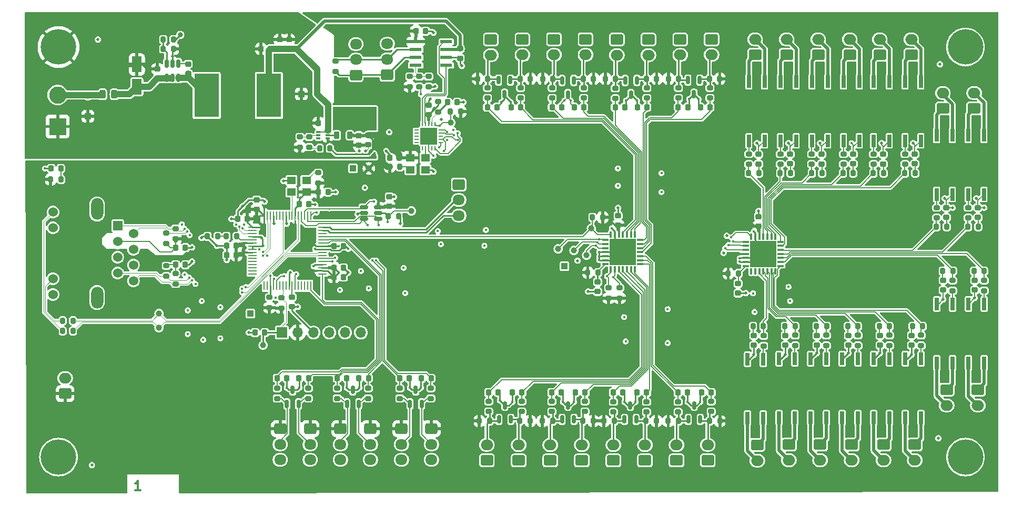
<source format=gbr>
%TF.GenerationSoftware,KiCad,Pcbnew,8.0.5*%
%TF.CreationDate,2024-09-28T09:45:59+02:00*%
%TF.ProjectId,PIC18F_ETH,50494331-3846-45f4-9554-482e6b696361,rev?*%
%TF.SameCoordinates,Original*%
%TF.FileFunction,Copper,L1,Top*%
%TF.FilePolarity,Positive*%
%FSLAX46Y46*%
G04 Gerber Fmt 4.6, Leading zero omitted, Abs format (unit mm)*
G04 Created by KiCad (PCBNEW 8.0.5) date 2024-09-28 09:45:59*
%MOMM*%
%LPD*%
G01*
G04 APERTURE LIST*
G04 Aperture macros list*
%AMRoundRect*
0 Rectangle with rounded corners*
0 $1 Rounding radius*
0 $2 $3 $4 $5 $6 $7 $8 $9 X,Y pos of 4 corners*
0 Add a 4 corners polygon primitive as box body*
4,1,4,$2,$3,$4,$5,$6,$7,$8,$9,$2,$3,0*
0 Add four circle primitives for the rounded corners*
1,1,$1+$1,$2,$3*
1,1,$1+$1,$4,$5*
1,1,$1+$1,$6,$7*
1,1,$1+$1,$8,$9*
0 Add four rect primitives between the rounded corners*
20,1,$1+$1,$2,$3,$4,$5,0*
20,1,$1+$1,$4,$5,$6,$7,0*
20,1,$1+$1,$6,$7,$8,$9,0*
20,1,$1+$1,$8,$9,$2,$3,0*%
G04 Aperture macros list end*
%ADD10C,0.300000*%
%TA.AperFunction,NonConductor*%
%ADD11C,0.300000*%
%TD*%
%TA.AperFunction,ComponentPad*%
%ADD12C,5.700000*%
%TD*%
%TA.AperFunction,SMDPad,CuDef*%
%ADD13RoundRect,0.200000X-0.200000X-0.275000X0.200000X-0.275000X0.200000X0.275000X-0.200000X0.275000X0*%
%TD*%
%TA.AperFunction,SMDPad,CuDef*%
%ADD14RoundRect,0.200000X-0.275000X0.200000X-0.275000X-0.200000X0.275000X-0.200000X0.275000X0.200000X0*%
%TD*%
%TA.AperFunction,SMDPad,CuDef*%
%ADD15RoundRect,0.225000X0.250000X-0.225000X0.250000X0.225000X-0.250000X0.225000X-0.250000X-0.225000X0*%
%TD*%
%TA.AperFunction,SMDPad,CuDef*%
%ADD16R,0.640000X2.000000*%
%TD*%
%TA.AperFunction,SMDPad,CuDef*%
%ADD17RoundRect,0.200000X0.200000X0.275000X-0.200000X0.275000X-0.200000X-0.275000X0.200000X-0.275000X0*%
%TD*%
%TA.AperFunction,ComponentPad*%
%ADD18RoundRect,0.250000X-0.750000X0.600000X-0.750000X-0.600000X0.750000X-0.600000X0.750000X0.600000X0*%
%TD*%
%TA.AperFunction,ComponentPad*%
%ADD19O,2.000000X1.700000*%
%TD*%
%TA.AperFunction,SMDPad,CuDef*%
%ADD20RoundRect,0.225000X-0.225000X-0.250000X0.225000X-0.250000X0.225000X0.250000X-0.225000X0.250000X0*%
%TD*%
%TA.AperFunction,ComponentPad*%
%ADD21RoundRect,0.250000X0.725000X-0.600000X0.725000X0.600000X-0.725000X0.600000X-0.725000X-0.600000X0*%
%TD*%
%TA.AperFunction,ComponentPad*%
%ADD22O,1.950000X1.700000*%
%TD*%
%TA.AperFunction,SMDPad,CuDef*%
%ADD23RoundRect,0.200000X0.275000X-0.200000X0.275000X0.200000X-0.275000X0.200000X-0.275000X-0.200000X0*%
%TD*%
%TA.AperFunction,ComponentPad*%
%ADD24RoundRect,0.250000X0.750000X-0.600000X0.750000X0.600000X-0.750000X0.600000X-0.750000X-0.600000X0*%
%TD*%
%TA.AperFunction,SMDPad,CuDef*%
%ADD25RoundRect,0.225000X0.225000X0.250000X-0.225000X0.250000X-0.225000X-0.250000X0.225000X-0.250000X0*%
%TD*%
%TA.AperFunction,SMDPad,CuDef*%
%ADD26RoundRect,0.218750X0.256250X-0.218750X0.256250X0.218750X-0.256250X0.218750X-0.256250X-0.218750X0*%
%TD*%
%TA.AperFunction,SMDPad,CuDef*%
%ADD27RoundRect,0.225000X-0.250000X0.225000X-0.250000X-0.225000X0.250000X-0.225000X0.250000X0.225000X0*%
%TD*%
%TA.AperFunction,SMDPad,CuDef*%
%ADD28RoundRect,0.150000X-0.150000X0.512500X-0.150000X-0.512500X0.150000X-0.512500X0.150000X0.512500X0*%
%TD*%
%TA.AperFunction,ComponentPad*%
%ADD29C,1.000000*%
%TD*%
%TA.AperFunction,SMDPad,CuDef*%
%ADD30RoundRect,0.085000X0.265000X0.085000X-0.265000X0.085000X-0.265000X-0.085000X0.265000X-0.085000X0*%
%TD*%
%TA.AperFunction,ComponentPad*%
%ADD31R,1.000000X1.000000*%
%TD*%
%TA.AperFunction,SMDPad,CuDef*%
%ADD32C,0.500000*%
%TD*%
%TA.AperFunction,SMDPad,CuDef*%
%ADD33R,4.000000X7.000000*%
%TD*%
%TA.AperFunction,SMDPad,CuDef*%
%ADD34R,1.969999X0.558000*%
%TD*%
%TA.AperFunction,ComponentPad*%
%ADD35R,2.800000X2.800000*%
%TD*%
%TA.AperFunction,ComponentPad*%
%ADD36C,2.800000*%
%TD*%
%TA.AperFunction,SMDPad,CuDef*%
%ADD37RoundRect,0.218750X-0.256250X0.218750X-0.256250X-0.218750X0.256250X-0.218750X0.256250X0.218750X0*%
%TD*%
%TA.AperFunction,ComponentPad*%
%ADD38RoundRect,0.250000X-0.725000X0.600000X-0.725000X-0.600000X0.725000X-0.600000X0.725000X0.600000X0*%
%TD*%
%TA.AperFunction,SMDPad,CuDef*%
%ADD39RoundRect,0.150000X0.150000X-0.512500X0.150000X0.512500X-0.150000X0.512500X-0.150000X-0.512500X0*%
%TD*%
%TA.AperFunction,ComponentPad*%
%ADD40R,1.700000X1.700000*%
%TD*%
%TA.AperFunction,ComponentPad*%
%ADD41O,1.700000X1.700000*%
%TD*%
%TA.AperFunction,SMDPad,CuDef*%
%ADD42RoundRect,0.218750X-0.218750X-0.256250X0.218750X-0.256250X0.218750X0.256250X-0.218750X0.256250X0*%
%TD*%
%TA.AperFunction,SMDPad,CuDef*%
%ADD43RoundRect,0.150000X-0.512500X-0.150000X0.512500X-0.150000X0.512500X0.150000X-0.512500X0.150000X0*%
%TD*%
%TA.AperFunction,SMDPad,CuDef*%
%ADD44RoundRect,0.243750X0.243750X0.456250X-0.243750X0.456250X-0.243750X-0.456250X0.243750X-0.456250X0*%
%TD*%
%TA.AperFunction,SMDPad,CuDef*%
%ADD45R,0.304800X1.016000*%
%TD*%
%TA.AperFunction,SMDPad,CuDef*%
%ADD46R,1.016000X0.304800*%
%TD*%
%TA.AperFunction,SMDPad,CuDef*%
%ADD47R,4.191000X4.191000*%
%TD*%
%TA.AperFunction,SMDPad,CuDef*%
%ADD48R,0.279400X1.461999*%
%TD*%
%TA.AperFunction,SMDPad,CuDef*%
%ADD49R,1.461999X0.279400*%
%TD*%
%TA.AperFunction,SMDPad,CuDef*%
%ADD50RoundRect,0.218750X-0.218750X-0.381250X0.218750X-0.381250X0.218750X0.381250X-0.218750X0.381250X0*%
%TD*%
%TA.AperFunction,SMDPad,CuDef*%
%ADD51R,0.711200X0.254000*%
%TD*%
%TA.AperFunction,SMDPad,CuDef*%
%ADD52R,0.254000X0.711200*%
%TD*%
%TA.AperFunction,SMDPad,CuDef*%
%ADD53R,2.692400X2.692400*%
%TD*%
%TA.AperFunction,ComponentPad*%
%ADD54R,1.524000X1.524000*%
%TD*%
%TA.AperFunction,ComponentPad*%
%ADD55C,1.524000*%
%TD*%
%TA.AperFunction,ComponentPad*%
%ADD56O,2.000000X3.500000*%
%TD*%
%TA.AperFunction,SMDPad,CuDef*%
%ADD57R,1.400000X1.200000*%
%TD*%
%TA.AperFunction,SMDPad,CuDef*%
%ADD58RoundRect,0.250000X0.550000X-1.050000X0.550000X1.050000X-0.550000X1.050000X-0.550000X-1.050000X0*%
%TD*%
%TA.AperFunction,ViaPad*%
%ADD59C,0.450000*%
%TD*%
%TA.AperFunction,ViaPad*%
%ADD60C,0.500000*%
%TD*%
%TA.AperFunction,ViaPad*%
%ADD61C,0.800000*%
%TD*%
%TA.AperFunction,Conductor*%
%ADD62C,0.150000*%
%TD*%
%TA.AperFunction,Conductor*%
%ADD63C,0.100000*%
%TD*%
%TA.AperFunction,Conductor*%
%ADD64C,0.250000*%
%TD*%
%TA.AperFunction,Conductor*%
%ADD65C,1.000000*%
%TD*%
%TA.AperFunction,Conductor*%
%ADD66C,0.500000*%
%TD*%
%TA.AperFunction,Conductor*%
%ADD67C,0.200000*%
%TD*%
G04 APERTURE END LIST*
D10*
D11*
X148747225Y-174974827D02*
X147890082Y-174974827D01*
X148318653Y-174974827D02*
X148318653Y-173474827D01*
X148318653Y-173474827D02*
X148175796Y-173689113D01*
X148175796Y-173689113D02*
X148032939Y-173831970D01*
X148032939Y-173831970D02*
X147890082Y-173903399D01*
D12*
%TO.P,H7004,1,1*%
%TO.N,GND*%
X135540000Y-169631998D03*
%TD*%
D13*
%TO.P,R9023,1*%
%TO.N,Net-(D9007-A)*%
X267669000Y-148569999D03*
%TO.P,R9023,2*%
%TO.N,/IO_core/DO4*%
X269319000Y-148569999D03*
%TD*%
D14*
%TO.P,R8001,1*%
%TO.N,/IO_core/DI4*%
X224869000Y-160718999D03*
%TO.P,R8001,2*%
%TO.N,/IO_core/Digital Input/DI4x*%
X224869000Y-162368999D03*
%TD*%
D15*
%TO.P,C3008,1*%
%TO.N,+5V*%
X171157000Y-103958999D03*
%TO.P,C3008,2*%
%TO.N,GND*%
X171157000Y-102408999D03*
%TD*%
D16*
%TO.P,U9015,1*%
%TO.N,/IO_core/Digital Output/DO14x*%
X251747000Y-118713999D03*
%TO.P,U9015,2*%
%TO.N,GND*%
X254287000Y-118713999D03*
%TO.P,U9015,3*%
%TO.N,Net-(J9015-Pin_2)*%
X254287000Y-109213999D03*
%TO.P,U9015,4*%
%TO.N,Net-(J9015-Pin_1)*%
X251747000Y-109213999D03*
%TD*%
D17*
%TO.P,R2003,1*%
%TO.N,/MCU_core/RBIAS*%
X164226000Y-134091999D03*
%TO.P,R2003,2*%
%TO.N,/MCU_core/RB_Split*%
X162576000Y-134091999D03*
%TD*%
D18*
%TO.P,J8012,1,Pin_1*%
%TO.N,GND*%
X225423000Y-102421999D03*
D19*
%TO.P,J8012,2,Pin_2*%
%TO.N,/IO_core/Digital Input/DI11x*%
X225423000Y-104921999D03*
%TD*%
D17*
%TO.P,R9030,1*%
%TO.N,Net-(D9014-A)*%
X258460000Y-123931999D03*
%TO.P,R9030,2*%
%TO.N,/IO_core/DO13*%
X256810000Y-123931999D03*
%TD*%
D18*
%TO.P,J8016,1,Pin_1*%
%TO.N,GND*%
X205149000Y-102421999D03*
D19*
%TO.P,J8016,2,Pin_2*%
%TO.N,/IO_core/Digital Input/DI15x*%
X205149000Y-104921999D03*
%TD*%
D20*
%TO.P,C5001,1*%
%TO.N,Net-(C5001-Pad1)*%
X154407000Y-138673999D03*
%TO.P,C5001,2*%
%TO.N,GND*%
X155957000Y-138673999D03*
%TD*%
D13*
%TO.P,R9022,1*%
%TO.N,Net-(D9006-A)*%
X262589000Y-148569999D03*
%TO.P,R9022,2*%
%TO.N,/IO_core/DO3*%
X264239000Y-148569999D03*
%TD*%
D12*
%TO.P,H7003,1,1*%
%TO.N,GND*%
X281540000Y-169631998D03*
%TD*%
D16*
%TO.P,U9006,1*%
%TO.N,/IO_core/Digital Output/DO5x*%
X274399000Y-153807999D03*
%TO.P,U9006,2*%
%TO.N,GND*%
X271859000Y-153807999D03*
%TO.P,U9006,3*%
%TO.N,Net-(J9006-Pin_2)*%
X271859000Y-163307999D03*
%TO.P,U9006,4*%
%TO.N,Net-(J9006-Pin_1)*%
X274399000Y-163307999D03*
%TD*%
D14*
%TO.P,R9007,1*%
%TO.N,/IO_core/DO6*%
X279479000Y-141202999D03*
%TO.P,R9007,2*%
%TO.N,/IO_core/Digital Output/DO6x*%
X279479000Y-142852999D03*
%TD*%
D13*
%TO.P,R8032,1*%
%TO.N,+3.3V*%
X203008000Y-108731999D03*
%TO.P,R8032,2*%
%TO.N,/IO_core/Digital Input/DI15x*%
X204658000Y-108731999D03*
%TD*%
D17*
%TO.P,R8012,1*%
%TO.N,+3.3V*%
X211470000Y-163829999D03*
%TO.P,R8012,2*%
%TO.N,/IO_core/Digital Input/DI1x*%
X209820000Y-163829999D03*
%TD*%
D21*
%TO.P,J6001,1,Pin_1*%
%TO.N,/CAN/CAN_H*%
X183421000Y-108143999D03*
D22*
%TO.P,J6001,2,Pin_2*%
%TO.N,/CAN/CAN_L*%
X183421000Y-105643999D03*
%TO.P,J6001,3,Pin_3*%
%TO.N,GND*%
X183421000Y-103143999D03*
%TD*%
D23*
%TO.P,R9015,1*%
%TO.N,/IO_core/DO14*%
X251747000Y-122490999D03*
%TO.P,R9015,2*%
%TO.N,/IO_core/Digital Output/DO14x*%
X251747000Y-120840999D03*
%TD*%
D24*
%TO.P,J8007,1,Pin_1*%
%TO.N,GND*%
X235029000Y-170179999D03*
D19*
%TO.P,J8007,2,Pin_2*%
%TO.N,/IO_core/Digital Input/DI6x*%
X235029000Y-167679999D03*
%TD*%
D25*
%TO.P,C8004,1*%
%TO.N,/IO_core/DI5*%
X230216000Y-159257999D03*
%TO.P,C8004,2*%
%TO.N,GND*%
X228666000Y-159257999D03*
%TD*%
D20*
%TO.P,C8002,1*%
%TO.N,/IO_core/DI4*%
X224856000Y-159257999D03*
%TO.P,C8002,2*%
%TO.N,GND*%
X226406000Y-159257999D03*
%TD*%
%TO.P,C8012,1*%
%TO.N,/IO_core/DI13*%
X215009000Y-113303999D03*
%TO.P,C8012,2*%
%TO.N,GND*%
X216559000Y-113303999D03*
%TD*%
D13*
%TO.P,R2001,1*%
%TO.N,/MCU_core/SPI_SS0*%
X188639000Y-130875999D03*
%TO.P,R2001,2*%
%TO.N,GND*%
X190289000Y-130875999D03*
%TD*%
D14*
%TO.P,R8003,1*%
%TO.N,/IO_core/DI6*%
X235283000Y-160718999D03*
%TO.P,R8003,2*%
%TO.N,/IO_core/Digital Input/DI6x*%
X235283000Y-162368999D03*
%TD*%
D23*
%TO.P,R9012,1*%
%TO.N,/IO_core/DO11*%
X266733000Y-122490999D03*
%TO.P,R9012,2*%
%TO.N,/IO_core/Digital Output/DO11x*%
X266733000Y-120840999D03*
%TD*%
D16*
%TO.P,U9001,1*%
%TO.N,/IO_core/Digital Output/DO0x*%
X248999000Y-153869999D03*
%TO.P,U9001,2*%
%TO.N,GND*%
X246459000Y-153869999D03*
%TO.P,U9001,3*%
%TO.N,Net-(J9001-Pin_2)*%
X246459000Y-163369999D03*
%TO.P,U9001,4*%
%TO.N,Net-(J9001-Pin_1)*%
X248999000Y-163369999D03*
%TD*%
D15*
%TO.P,C3009,1*%
%TO.N,Net-(D3001-K)*%
X151463000Y-108704999D03*
%TO.P,C3009,2*%
%TO.N,GND*%
X151463000Y-107154999D03*
%TD*%
D23*
%TO.P,R2002,1*%
%TO.N,+3.3V*%
X171407000Y-145647999D03*
%TO.P,R2002,2*%
%TO.N,/MCU_core/RST#*%
X171407000Y-143997999D03*
%TD*%
D14*
%TO.P,R5004,1*%
%TO.N,Net-(C5001-Pad1)*%
X152907000Y-138848999D03*
%TO.P,R5004,2*%
%TO.N,/ETH_Connector/ETH.RX+*%
X152907000Y-140498999D03*
%TD*%
D26*
%TO.P,D9007,1,K*%
%TO.N,GND*%
X267795000Y-151617999D03*
%TO.P,D9007,2,A*%
%TO.N,Net-(D9007-A)*%
X267795000Y-150042999D03*
%TD*%
D18*
%TO.P,J9002,1,Pin_1*%
%TO.N,Net-(J9002-Pin_1)*%
X253109000Y-167639999D03*
D19*
%TO.P,J9002,2,Pin_2*%
%TO.N,Net-(J9002-Pin_2)*%
X253109000Y-170139999D03*
%TD*%
D27*
%TO.P,C3005,1*%
%TO.N,+3.3V*%
X183907000Y-117873999D03*
%TO.P,C3005,2*%
%TO.N,GND*%
X183907000Y-119423999D03*
%TD*%
D28*
%TO.P,U3001,1,BOOST*%
%TO.N,Net-(U3001-BOOST)*%
X154857000Y-106286499D03*
%TO.P,U3001,2,GND*%
%TO.N,GND*%
X153907000Y-106286499D03*
%TO.P,U3001,3,Vfb*%
%TO.N,Net-(U3001-Vfb)*%
X152957000Y-106286499D03*
%TO.P,U3001,4,EN*%
%TO.N,Net-(D3001-K)*%
X152957000Y-108561499D03*
%TO.P,U3001,5,V_{IN}*%
X153907000Y-108561499D03*
%TO.P,U3001,6,SW*%
%TO.N,Net-(U3001-SW)*%
X154857000Y-108561499D03*
%TD*%
D15*
%TO.P,C3002,1*%
%TO.N,+5V*%
X172657000Y-103958999D03*
%TO.P,C3002,2*%
%TO.N,GND*%
X172657000Y-102408999D03*
%TD*%
D13*
%TO.P,R8010,1*%
%TO.N,+3.3V*%
X203279000Y-163829999D03*
%TO.P,R8010,2*%
%TO.N,/IO_core/Digital Input/DI0x*%
X204929000Y-163829999D03*
%TD*%
D23*
%TO.P,R3004,1*%
%TO.N,Net-(R3003-Pad2)*%
X175907000Y-119748999D03*
%TO.P,R3004,2*%
%TO.N,Net-(U3002-FB)*%
X175907000Y-118098999D03*
%TD*%
D14*
%TO.P,R4004,1*%
%TO.N,/AD3*%
X180429000Y-158549999D03*
%TO.P,R4004,2*%
%TO.N,/IO_core/AD3x*%
X180429000Y-160199999D03*
%TD*%
D17*
%TO.P,R9032,1*%
%TO.N,Net-(D9016-A)*%
X248300000Y-123931999D03*
%TO.P,R9032,2*%
%TO.N,/IO_core/DO15*%
X246650000Y-123931999D03*
%TD*%
D29*
%TO.P,TP3001,1,1*%
%TO.N,Net-(D3001-A)*%
X140287000Y-111485999D03*
%TD*%
D30*
%TO.P,U3002,1,GND*%
%TO.N,GND*%
X178883000Y-118335999D03*
%TO.P,U3002,2,SW*%
%TO.N,Net-(U3002-SW)*%
X178883000Y-117835999D03*
%TO.P,U3002,3,VIN*%
%TO.N,+5V*%
X178883000Y-117335999D03*
%TO.P,U3002,4,EN*%
X177383000Y-117335999D03*
%TO.P,U3002,5,FB*%
%TO.N,Net-(U3002-FB)*%
X177383000Y-117835999D03*
%TO.P,U3002,6,PG*%
%TO.N,unconnected-(U3002-PG-Pad6)*%
X177383000Y-118335999D03*
%TD*%
D25*
%TO.P,C4001,1*%
%TO.N,/AD0*%
X195522000Y-156951999D03*
%TO.P,C4001,2*%
%TO.N,GND*%
X193972000Y-156951999D03*
%TD*%
D24*
%TO.P,J3002,1,Pin_1*%
%TO.N,+3.3V*%
X136607000Y-159423999D03*
D19*
%TO.P,J3002,2,Pin_2*%
%TO.N,GND*%
X136607000Y-156923999D03*
%TD*%
D25*
%TO.P,C8014,1*%
%TO.N,/IO_core/DI14*%
X209942000Y-113303999D03*
%TO.P,C8014,2*%
%TO.N,GND*%
X208392000Y-113303999D03*
%TD*%
D29*
%TO.P,TP2001,1,1*%
%TO.N,/LED_G*%
X151717000Y-146537999D03*
%TD*%
D28*
%TO.P,D8008,1,K1*%
%TO.N,/IO_core/Digital Input/DI12x*%
X218499000Y-108996999D03*
%TO.P,D8008,2,K2*%
%TO.N,/IO_core/Digital Input/DI13x*%
X216599000Y-108996999D03*
%TO.P,D8008,3,CA*%
%TO.N,GND*%
X217549000Y-111271999D03*
%TD*%
D20*
%TO.P,C4006,1*%
%TO.N,/AD5*%
X170742000Y-156951999D03*
%TO.P,C4006,2*%
%TO.N,GND*%
X172292000Y-156951999D03*
%TD*%
D14*
%TO.P,R5005,1*%
%TO.N,/ETH_Connector/ETH.TX-*%
X152907000Y-133598999D03*
%TO.P,R5005,2*%
%TO.N,+3.3V*%
X152907000Y-135248999D03*
%TD*%
%TO.P,R9003,1*%
%TO.N,/IO_core/DO2*%
X259159000Y-150030999D03*
%TO.P,R9003,2*%
%TO.N,/IO_core/Digital Output/DO2x*%
X259159000Y-151680999D03*
%TD*%
D26*
%TO.P,D9004,1,K*%
%TO.N,GND*%
X252555000Y-151617999D03*
%TO.P,D9004,2,A*%
%TO.N,Net-(D9004-A)*%
X252555000Y-150042999D03*
%TD*%
D27*
%TO.P,C6004,1*%
%TO.N,+5V*%
X200185000Y-103868002D03*
%TO.P,C6004,2*%
%TO.N,GND*%
X200185000Y-105418002D03*
%TD*%
D31*
%TO.P,TP2016,1,1*%
%TO.N,GND*%
X166449000Y-146537999D03*
%TD*%
D17*
%TO.P,R2006,1*%
%TO.N,+3.3V*%
X223154000Y-131043999D03*
%TO.P,R2006,2*%
%TO.N,/SPI_DO.CS#*%
X221504000Y-131043999D03*
%TD*%
D16*
%TO.P,U9003,1*%
%TO.N,/IO_core/Digital Output/DO2x*%
X259159000Y-153807999D03*
%TO.P,U9003,2*%
%TO.N,GND*%
X256619000Y-153807999D03*
%TO.P,U9003,3*%
%TO.N,Net-(J9003-Pin_2)*%
X256619000Y-163307999D03*
%TO.P,U9003,4*%
%TO.N,Net-(J9003-Pin_1)*%
X259159000Y-163307999D03*
%TD*%
D29*
%TO.P,TP2010,1,1*%
%TO.N,/SPI_DO.MOSI*%
X218519000Y-136377999D03*
%TD*%
D14*
%TO.P,R8002,1*%
%TO.N,/IO_core/DI5*%
X230203000Y-160718999D03*
%TO.P,R8002,2*%
%TO.N,/IO_core/Digital Input/DI5x*%
X230203000Y-162368999D03*
%TD*%
D24*
%TO.P,J9010,1,Pin_1*%
%TO.N,Net-(J9010-Pin_1)*%
X277909000Y-113517999D03*
D19*
%TO.P,J9010,2,Pin_2*%
%TO.N,Net-(J9010-Pin_2)*%
X277909000Y-111017999D03*
%TD*%
D17*
%TO.P,R8029,1*%
%TO.N,+3.3V*%
X231836000Y-108731999D03*
%TO.P,R8029,2*%
%TO.N,/IO_core/Digital Input/DI10x*%
X230186000Y-108731999D03*
%TD*%
D32*
%TO.P,FID7004,*%
%TO.N,*%
X140907000Y-170923999D03*
%TD*%
D23*
%TO.P,R8018,1*%
%TO.N,/IO_core/DI9*%
X235329000Y-111842999D03*
%TO.P,R8018,2*%
%TO.N,/IO_core/Digital Input/DI9x*%
X235329000Y-110192999D03*
%TD*%
D33*
%TO.P,L3001,1,1*%
%TO.N,Net-(U3001-SW)*%
X159407000Y-111423999D03*
%TO.P,L3001,2,2*%
%TO.N,+5V*%
X169407000Y-111423999D03*
%TD*%
D14*
%TO.P,R4001,1*%
%TO.N,/AD0*%
X195497000Y-158549999D03*
%TO.P,R4001,2*%
%TO.N,/IO_core/AD0x*%
X195497000Y-160199999D03*
%TD*%
%TO.P,R8005,1*%
%TO.N,/IO_core/DI0*%
X204803000Y-160655999D03*
%TO.P,R8005,2*%
%TO.N,/IO_core/Digital Input/DI0x*%
X204803000Y-162305999D03*
%TD*%
D34*
%TO.P,U6003,1,TXD*%
%TO.N,/CAN/CAN_TX*%
X197956300Y-106578999D03*
%TO.P,U6003,2,GND*%
%TO.N,GND*%
X197956300Y-105308999D03*
%TO.P,U6003,3,VCC*%
%TO.N,+5V*%
X197956300Y-104038999D03*
%TO.P,U6003,4,RXD*%
%TO.N,/CAN/CAN_RX*%
X197956300Y-102768999D03*
%TO.P,U6003,5,VIO*%
%TO.N,+3.3V*%
X193028700Y-102768999D03*
%TO.P,U6003,6,CANL*%
%TO.N,/CAN/CAN_L*%
X193028700Y-104038999D03*
%TO.P,U6003,7,CANH*%
%TO.N,/CAN/CAN_H*%
X193028700Y-105308999D03*
%TO.P,U6003,8,STBY*%
%TO.N,/CAN/CAN_STBY*%
X193028700Y-106578999D03*
%TD*%
D16*
%TO.P,U9016,1*%
%TO.N,/IO_core/Digital Output/DO15x*%
X246667000Y-118713999D03*
%TO.P,U9016,2*%
%TO.N,GND*%
X249207000Y-118713999D03*
%TO.P,U9016,3*%
%TO.N,Net-(J9016-Pin_2)*%
X249207000Y-109213999D03*
%TO.P,U9016,4*%
%TO.N,Net-(J9016-Pin_1)*%
X246667000Y-109213999D03*
%TD*%
D24*
%TO.P,J9016,1,Pin_1*%
%TO.N,Net-(J9016-Pin_1)*%
X247683000Y-104881999D03*
D19*
%TO.P,J9016,2,Pin_2*%
%TO.N,Net-(J9016-Pin_2)*%
X247683000Y-102381999D03*
%TD*%
D29*
%TO.P,TP3003,1,1*%
%TO.N,+5V*%
X177157000Y-111173999D03*
%TD*%
D14*
%TO.P,R4002,1*%
%TO.N,/AD1*%
X190497000Y-158549999D03*
%TO.P,R4002,2*%
%TO.N,/IO_core/AD1x*%
X190497000Y-160199999D03*
%TD*%
D15*
%TO.P,C6002,1*%
%TO.N,+3.3V*%
X195151000Y-114546999D03*
%TO.P,C6002,2*%
%TO.N,GND*%
X195151000Y-112996999D03*
%TD*%
D17*
%TO.P,R2007,1*%
%TO.N,+3.3V*%
X200294000Y-114025999D03*
%TO.P,R2007,2*%
%TO.N,/CAN_CTRL.CS#*%
X198644000Y-114025999D03*
%TD*%
D29*
%TO.P,TP2002,1,1*%
%TO.N,/LED_Y*%
X151717000Y-148823999D03*
%TD*%
D35*
%TO.P,J3001,1,Pin_1*%
%TO.N,GND*%
X135407000Y-116423999D03*
D36*
%TO.P,J3001,2,Pin_2*%
%TO.N,Net-(D3001-A)*%
X135407000Y-111343999D03*
%TD*%
D14*
%TO.P,R3005,1*%
%TO.N,Net-(U3002-FB)*%
X174407000Y-118098999D03*
%TO.P,R3005,2*%
%TO.N,GND*%
X174407000Y-119748999D03*
%TD*%
D20*
%TO.P,C6003,1*%
%TO.N,+3.3V*%
X193073000Y-101087002D03*
%TO.P,C6003,2*%
%TO.N,GND*%
X194623000Y-101087002D03*
%TD*%
D14*
%TO.P,R9002,1*%
%TO.N,/IO_core/DO1*%
X254125000Y-150030999D03*
%TO.P,R9002,2*%
%TO.N,/IO_core/Digital Output/DO1x*%
X254125000Y-151680999D03*
%TD*%
D26*
%TO.P,D9006,1,K*%
%TO.N,GND*%
X262715000Y-151617999D03*
%TO.P,D9006,2,A*%
%TO.N,Net-(D9006-A)*%
X262715000Y-150042999D03*
%TD*%
%TO.P,D9005,1,K*%
%TO.N,GND*%
X257635000Y-151617999D03*
%TO.P,D9005,2,A*%
%TO.N,Net-(D9005-A)*%
X257635000Y-150042999D03*
%TD*%
D25*
%TO.P,C8003,1*%
%TO.N,/IO_core/DI1*%
X210150000Y-159257999D03*
%TO.P,C8003,2*%
%TO.N,GND*%
X208600000Y-159257999D03*
%TD*%
D20*
%TO.P,C2010,1*%
%TO.N,+3.3V*%
X179857000Y-140673999D03*
%TO.P,C2010,2*%
%TO.N,GND*%
X181407000Y-140673999D03*
%TD*%
D23*
%TO.P,R2010,1*%
%TO.N,+3.3V*%
X224107000Y-144060999D03*
%TO.P,R2010,2*%
%TO.N,/SPI_DI.INT1#*%
X224107000Y-142410999D03*
%TD*%
D14*
%TO.P,R4003,1*%
%TO.N,/AD2*%
X185429000Y-158549999D03*
%TO.P,R4003,2*%
%TO.N,/IO_core/AD2x*%
X185429000Y-160199999D03*
%TD*%
D25*
%TO.P,C2005,1*%
%TO.N,+3.3V*%
X164176000Y-137139999D03*
%TO.P,C2005,2*%
%TO.N,GND*%
X162626000Y-137139999D03*
%TD*%
D17*
%TO.P,R3003,1*%
%TO.N,+3.3V*%
X179232000Y-119923999D03*
%TO.P,R3003,2*%
%TO.N,Net-(R3003-Pad2)*%
X177582000Y-119923999D03*
%TD*%
D14*
%TO.P,R9005,1*%
%TO.N,/IO_core/DO4*%
X269319000Y-150030999D03*
%TO.P,R9005,2*%
%TO.N,/IO_core/Digital Output/DO4x*%
X269319000Y-151680999D03*
%TD*%
D24*
%TO.P,J8008,1,Pin_1*%
%TO.N,GND*%
X240063000Y-170159999D03*
D19*
%TO.P,J8008,2,Pin_2*%
%TO.N,/IO_core/Digital Input/DI7x*%
X240063000Y-167659999D03*
%TD*%
D21*
%TO.P,J6002,1,Pin_1*%
%TO.N,/CAN/CAN_H*%
X188455000Y-108103999D03*
D22*
%TO.P,J6002,2,Pin_2*%
%TO.N,/CAN/CAN_L*%
X188455000Y-105603999D03*
%TO.P,J6002,3,Pin_3*%
%TO.N,GND*%
X188455000Y-103103999D03*
%TD*%
D20*
%TO.P,C2002,1*%
%TO.N,+3.3V*%
X179882000Y-135673999D03*
%TO.P,C2002,2*%
%TO.N,GND*%
X181432000Y-135673999D03*
%TD*%
D17*
%TO.P,R9028,1*%
%TO.N,Net-(D9012-A)*%
X268366000Y-123931999D03*
%TO.P,R9028,2*%
%TO.N,/IO_core/DO11*%
X266716000Y-123931999D03*
%TD*%
D20*
%TO.P,C2003,1*%
%TO.N,+3.3V*%
X177371000Y-126979999D03*
%TO.P,C2003,2*%
%TO.N,GND*%
X178921000Y-126979999D03*
%TD*%
D17*
%TO.P,R9031,1*%
%TO.N,Net-(D9015-A)*%
X253380000Y-123931999D03*
%TO.P,R9031,2*%
%TO.N,/IO_core/DO14*%
X251730000Y-123931999D03*
%TD*%
D37*
%TO.P,D9015,1,K*%
%TO.N,GND*%
X253317000Y-120858499D03*
%TO.P,D9015,2,A*%
%TO.N,Net-(D9015-A)*%
X253317000Y-122433499D03*
%TD*%
D32*
%TO.P,FID7001,*%
%TO.N,*%
X141907000Y-102423999D03*
%TD*%
D23*
%TO.P,R2009,1*%
%TO.N,+3.3V*%
X169497000Y-145584999D03*
%TO.P,R2009,2*%
%TO.N,/CAN_CTRL.INT#*%
X169497000Y-143934999D03*
%TD*%
%TO.P,R8024,1*%
%TO.N,/IO_core/DI15*%
X204595000Y-111842999D03*
%TO.P,R8024,2*%
%TO.N,/IO_core/Digital Input/DI15x*%
X204595000Y-110192999D03*
%TD*%
D24*
%TO.P,J9013,1,Pin_1*%
%TO.N,Net-(J9013-Pin_1)*%
X262923000Y-104881999D03*
D19*
%TO.P,J9013,2,Pin_2*%
%TO.N,Net-(J9013-Pin_2)*%
X262923000Y-102381999D03*
%TD*%
D23*
%TO.P,R6005,1*%
%TO.N,+3.3V*%
X192103000Y-110024999D03*
%TO.P,R6005,2*%
%TO.N,/CAN/CAN_STBY*%
X192103000Y-108374999D03*
%TD*%
D18*
%TO.P,J9003,1,Pin_1*%
%TO.N,Net-(J9003-Pin_1)*%
X258143000Y-167639999D03*
D19*
%TO.P,J9003,2,Pin_2*%
%TO.N,Net-(J9003-Pin_2)*%
X258143000Y-170139999D03*
%TD*%
D38*
%TO.P,J2002,1,Pin_1*%
%TO.N,GND*%
X199977000Y-125749999D03*
D22*
%TO.P,J2002,2,Pin_2*%
%TO.N,/MCU_core/UART_RX*%
X199977000Y-128249999D03*
%TO.P,J2002,3,Pin_3*%
%TO.N,/MCU_core/UART_TX*%
X199977000Y-130749999D03*
%TD*%
D17*
%TO.P,R8030,1*%
%TO.N,+3.3V*%
X211516000Y-108731999D03*
%TO.P,R8030,2*%
%TO.N,/IO_core/Digital Input/DI14x*%
X209866000Y-108731999D03*
%TD*%
%TO.P,R8015,1*%
%TO.N,+3.3V*%
X242013000Y-163829999D03*
%TO.P,R8015,2*%
%TO.N,/IO_core/Digital Input/DI7x*%
X240363000Y-163829999D03*
%TD*%
D18*
%TO.P,J8013,1,Pin_1*%
%TO.N,GND*%
X220389000Y-102381999D03*
D19*
%TO.P,J8013,2,Pin_2*%
%TO.N,/IO_core/Digital Input/DI12x*%
X220389000Y-104881999D03*
%TD*%
D18*
%TO.P,J9006,1,Pin_1*%
%TO.N,Net-(J9006-Pin_1)*%
X273383000Y-167639999D03*
D19*
%TO.P,J9006,2,Pin_2*%
%TO.N,Net-(J9006-Pin_2)*%
X273383000Y-170139999D03*
%TD*%
D29*
%TO.P,TP2008,1,1*%
%TO.N,/SPI_DO.SCK*%
X215979000Y-136123999D03*
%TD*%
D13*
%TO.P,R4008,1*%
%TO.N,+3.3V*%
X243348000Y-140084000D03*
%TO.P,R4008,2*%
%TO.N,Net-(U4002-\u002ARESET)*%
X244998000Y-140084000D03*
%TD*%
D26*
%TO.P,D9003,1,K*%
%TO.N,GND*%
X247475000Y-151643499D03*
%TO.P,D9003,2,A*%
%TO.N,Net-(D9003-A)*%
X247475000Y-150068499D03*
%TD*%
D39*
%TO.P,D4002,1,K1*%
%TO.N,/IO_core/AD3x*%
X181979000Y-161082499D03*
%TO.P,D4002,2,K2*%
%TO.N,/IO_core/AD2x*%
X183879000Y-161082499D03*
%TO.P,D4002,3,CA*%
%TO.N,GND*%
X182929000Y-158807499D03*
%TD*%
D25*
%TO.P,C8009,1*%
%TO.N,/IO_core/DI8*%
X240422000Y-113303999D03*
%TO.P,C8009,2*%
%TO.N,GND*%
X238872000Y-113303999D03*
%TD*%
D20*
%TO.P,C2007,1*%
%TO.N,+3.3V*%
X179882000Y-139173999D03*
%TO.P,C2007,2*%
%TO.N,GND*%
X181432000Y-139173999D03*
%TD*%
D18*
%TO.P,J8014,1,Pin_1*%
%TO.N,GND*%
X215309000Y-102381999D03*
D19*
%TO.P,J8014,2,Pin_2*%
%TO.N,/IO_core/Digital Input/DI13x*%
X215309000Y-104881999D03*
%TD*%
D16*
%TO.P,U9009,1*%
%TO.N,/IO_core/Digital Output/DO8x*%
X281973000Y-127349999D03*
%TO.P,U9009,2*%
%TO.N,GND*%
X284513000Y-127349999D03*
%TO.P,U9009,3*%
%TO.N,Net-(J9009-Pin_2)*%
X284513000Y-117849999D03*
%TO.P,U9009,4*%
%TO.N,Net-(J9009-Pin_1)*%
X281973000Y-117849999D03*
%TD*%
%TO.P,U9005,1*%
%TO.N,/IO_core/Digital Output/DO4x*%
X269319000Y-153807999D03*
%TO.P,U9005,2*%
%TO.N,GND*%
X266779000Y-153807999D03*
%TO.P,U9005,3*%
%TO.N,Net-(J9005-Pin_2)*%
X266779000Y-163307999D03*
%TO.P,U9005,4*%
%TO.N,Net-(J9005-Pin_1)*%
X269319000Y-163307999D03*
%TD*%
D27*
%TO.P,C2011,1*%
%TO.N,Net-(U2002B-VDDCORE{slash}VCAP)*%
X173157000Y-143898999D03*
%TO.P,C2011,2*%
%TO.N,GND*%
X173157000Y-145448999D03*
%TD*%
D17*
%TO.P,R9026,1*%
%TO.N,Net-(D9010-A)*%
X278526000Y-132567999D03*
%TO.P,R9026,2*%
%TO.N,/IO_core/DO9*%
X276876000Y-132567999D03*
%TD*%
D23*
%TO.P,R9016,1*%
%TO.N,/IO_core/DO15*%
X246667000Y-122490999D03*
%TO.P,R9016,2*%
%TO.N,/IO_core/Digital Output/DO15x*%
X246667000Y-120840999D03*
%TD*%
%TO.P,R6006,1*%
%TO.N,/CAN/CAN_H*%
X180157000Y-107573999D03*
%TO.P,R6006,2*%
%TO.N,/CAN/CAN_L*%
X180157000Y-105923999D03*
%TD*%
D29*
%TO.P,TP2011,1,1*%
%TO.N,/MCU_core/SPI_SS0*%
X192357000Y-130027999D03*
%TD*%
D40*
%TO.P,J2001,1,Pin_1*%
%TO.N,/MCU_core/RST#*%
X171529000Y-149585999D03*
D41*
%TO.P,J2001,2,Pin_2*%
%TO.N,+3.3V*%
X174069000Y-149585999D03*
%TO.P,J2001,3,Pin_3*%
%TO.N,GND*%
X176609000Y-149585999D03*
%TO.P,J2001,4,Pin_4*%
%TO.N,/MCU_core/PGD*%
X179149000Y-149585999D03*
%TO.P,J2001,5,Pin_5*%
%TO.N,/MCU_core/PGC*%
X181689000Y-149585999D03*
%TO.P,J2001,6,Pin_6*%
%TO.N,unconnected-(J2001-Pin_6-Pad6)*%
X184229000Y-149585999D03*
%TD*%
D15*
%TO.P,C2009,1*%
%TO.N,+3.3V*%
X167465000Y-129786999D03*
%TO.P,C2009,2*%
%TO.N,GND*%
X167465000Y-128236999D03*
%TD*%
D25*
%TO.P,C4005,1*%
%TO.N,/AD4*%
X175792000Y-156951999D03*
%TO.P,C4005,2*%
%TO.N,GND*%
X174242000Y-156951999D03*
%TD*%
D14*
%TO.P,R6003,1*%
%TO.N,/CAN/CAN_STBY*%
X193627000Y-108374999D03*
%TO.P,R6003,2*%
%TO.N,Net-(U6002-\u002ARX0BF)*%
X193627000Y-110024999D03*
%TD*%
D27*
%TO.P,C3007,1*%
%TO.N,+3.3V*%
X185383000Y-117835999D03*
%TO.P,C3007,2*%
%TO.N,GND*%
X185383000Y-119385999D03*
%TD*%
D29*
%TO.P,TP3005,1,1*%
%TO.N,+3.3V*%
X185499000Y-123169999D03*
%TD*%
D28*
%TO.P,D8005,1,K1*%
%TO.N,/IO_core/Digital Input/DI10x*%
X228659000Y-108996999D03*
%TO.P,D8005,2,K2*%
%TO.N,/IO_core/Digital Input/DI11x*%
X226759000Y-108996999D03*
%TO.P,D8005,3,CA*%
%TO.N,GND*%
X227709000Y-111271999D03*
%TD*%
D16*
%TO.P,U9011,1*%
%TO.N,/IO_core/Digital Output/DO10x*%
X271813000Y-118713999D03*
%TO.P,U9011,2*%
%TO.N,GND*%
X274353000Y-118713999D03*
%TO.P,U9011,3*%
%TO.N,Net-(J9011-Pin_2)*%
X274353000Y-109213999D03*
%TO.P,U9011,4*%
%TO.N,Net-(J9011-Pin_1)*%
X271813000Y-109213999D03*
%TD*%
D42*
%TO.P,D3002,1,K*%
%TO.N,GND*%
X134369500Y-123173999D03*
%TO.P,D3002,2,A*%
%TO.N,Net-(D3002-A)*%
X135944500Y-123173999D03*
%TD*%
D20*
%TO.P,C5002,1*%
%TO.N,+3.3V*%
X154407000Y-135923999D03*
%TO.P,C5002,2*%
%TO.N,GND*%
X155957000Y-135923999D03*
%TD*%
D17*
%TO.P,R3001,1*%
%TO.N,+5V*%
X154057000Y-102423999D03*
%TO.P,R3001,2*%
%TO.N,Net-(U3001-Vfb)*%
X152407000Y-102423999D03*
%TD*%
D16*
%TO.P,U9007,1*%
%TO.N,/IO_core/Digital Output/DO6x*%
X279479000Y-144979999D03*
%TO.P,U9007,2*%
%TO.N,GND*%
X276939000Y-144979999D03*
%TO.P,U9007,3*%
%TO.N,Net-(J9007-Pin_2)*%
X276939000Y-154479999D03*
%TO.P,U9007,4*%
%TO.N,Net-(J9007-Pin_1)*%
X279479000Y-154479999D03*
%TD*%
D43*
%TO.P,U2001,1,DO*%
%TO.N,/SPI_DO.MISO*%
X184748000Y-129397999D03*
%TO.P,U2001,2,GND*%
%TO.N,GND*%
X184748000Y-130347999D03*
%TO.P,U2001,3,DI*%
%TO.N,/SPI_DO.MOSI*%
X184748000Y-131297999D03*
%TO.P,U2001,4,CLK*%
%TO.N,/SPI_DO.SCK*%
X187023000Y-131297999D03*
%TO.P,U2001,5,CS*%
%TO.N,/MCU_core/SPI_SS0*%
X187023000Y-130347999D03*
%TO.P,U2001,6,VCC*%
%TO.N,+3.3V*%
X187023000Y-129397999D03*
%TD*%
D16*
%TO.P,U9008,1*%
%TO.N,/IO_core/Digital Output/DO7x*%
X284559000Y-144979999D03*
%TO.P,U9008,2*%
%TO.N,GND*%
X282019000Y-144979999D03*
%TO.P,U9008,3*%
%TO.N,Net-(J9008-Pin_2)*%
X282019000Y-154479999D03*
%TO.P,U9008,4*%
%TO.N,Net-(J9008-Pin_1)*%
X284559000Y-154479999D03*
%TD*%
D20*
%TO.P,C8001,1*%
%TO.N,/IO_core/DI0*%
X204790000Y-159257999D03*
%TO.P,C8001,2*%
%TO.N,GND*%
X206340000Y-159257999D03*
%TD*%
%TO.P,C2004,1*%
%TO.N,+3.3V*%
X174310000Y-128923999D03*
%TO.P,C2004,2*%
%TO.N,GND*%
X175860000Y-128923999D03*
%TD*%
D15*
%TO.P,C2001,1*%
%TO.N,+3.3V*%
X188812000Y-129278999D03*
%TO.P,C2001,2*%
%TO.N,GND*%
X188812000Y-127728999D03*
%TD*%
D38*
%TO.P,J4003,1,Pin_1*%
%TO.N,+3.3V*%
X185753000Y-165079999D03*
D22*
%TO.P,J4003,2,Pin_2*%
%TO.N,/IO_core/AD2x*%
X185753000Y-167579999D03*
%TO.P,J4003,3,Pin_3*%
%TO.N,GND*%
X185753000Y-170079999D03*
%TD*%
D44*
%TO.P,D3001,1,K*%
%TO.N,Net-(D3001-K)*%
X144526500Y-111231999D03*
%TO.P,D3001,2,A*%
%TO.N,Net-(D3001-A)*%
X142651500Y-111231999D03*
%TD*%
D13*
%TO.P,R9020,1*%
%TO.N,Net-(D9004-A)*%
X252492000Y-148569999D03*
%TO.P,R9020,2*%
%TO.N,/IO_core/DO1*%
X254142000Y-148569999D03*
%TD*%
D24*
%TO.P,J8006,1,Pin_1*%
%TO.N,GND*%
X229949000Y-170179999D03*
D19*
%TO.P,J8006,2,Pin_2*%
%TO.N,/IO_core/Digital Input/DI5x*%
X229949000Y-167679999D03*
%TD*%
D37*
%TO.P,D9014,1,K*%
%TO.N,GND*%
X258397000Y-120883999D03*
%TO.P,D9014,2,A*%
%TO.N,Net-(D9014-A)*%
X258397000Y-122458999D03*
%TD*%
D23*
%TO.P,R9013,1*%
%TO.N,/IO_core/DO12*%
X261907000Y-122490999D03*
%TO.P,R9013,2*%
%TO.N,/IO_core/Digital Output/DO12x*%
X261907000Y-120840999D03*
%TD*%
%TO.P,R8017,1*%
%TO.N,/IO_core/DI8*%
X240409000Y-111842999D03*
%TO.P,R8017,2*%
%TO.N,/IO_core/Digital Input/DI8x*%
X240409000Y-110192999D03*
%TD*%
D13*
%TO.P,R8014,1*%
%TO.N,+3.3V*%
X213439000Y-163829999D03*
%TO.P,R8014,2*%
%TO.N,/IO_core/Digital Input/DI2x*%
X215089000Y-163829999D03*
%TD*%
D23*
%TO.P,R8020,1*%
%TO.N,/IO_core/DI11*%
X225169000Y-111905999D03*
%TO.P,R8020,2*%
%TO.N,/IO_core/Digital Input/DI11x*%
X225169000Y-110255999D03*
%TD*%
D17*
%TO.P,R2005,1*%
%TO.N,/MCU_core/RB_Split*%
X161178000Y-134091999D03*
%TO.P,R2005,2*%
%TO.N,GND*%
X159528000Y-134091999D03*
%TD*%
D37*
%TO.P,D9013,1,K*%
%TO.N,GND*%
X263477000Y-120858499D03*
%TO.P,D9013,2,A*%
%TO.N,Net-(D9013-A)*%
X263477000Y-122433499D03*
%TD*%
D12*
%TO.P,H7002,1,1*%
%TO.N,GND*%
X281540000Y-103631998D03*
%TD*%
D27*
%TO.P,C4009,1*%
%TO.N,Net-(U4001-\u002ARESET)*%
X222329000Y-141444999D03*
%TO.P,C4009,2*%
%TO.N,GND*%
X222329000Y-142994999D03*
%TD*%
D23*
%TO.P,R5003,1*%
%TO.N,/ETH_Connector/ETH.RX-*%
X154407000Y-141748999D03*
%TO.P,R5003,2*%
%TO.N,Net-(C5001-Pad1)*%
X154407000Y-140098999D03*
%TD*%
D37*
%TO.P,D9011,1,K*%
%TO.N,GND*%
X273383000Y-120858499D03*
%TO.P,D9011,2,A*%
%TO.N,Net-(D9011-A)*%
X273383000Y-122433499D03*
%TD*%
D13*
%TO.P,R8028,1*%
%TO.N,+3.3V*%
X213485000Y-108731999D03*
%TO.P,R8028,2*%
%TO.N,/IO_core/Digital Input/DI13x*%
X215135000Y-108731999D03*
%TD*%
D14*
%TO.P,R9006,1*%
%TO.N,/IO_core/DO5*%
X274399000Y-150030999D03*
%TO.P,R9006,2*%
%TO.N,/IO_core/Digital Output/DO5x*%
X274399000Y-151680999D03*
%TD*%
D13*
%TO.P,R9024,1*%
%TO.N,Net-(D9008-A)*%
X277892000Y-139679999D03*
%TO.P,R9024,2*%
%TO.N,/IO_core/DO6*%
X279542000Y-139679999D03*
%TD*%
D45*
%TO.P,U4002,1,GPB4*%
%TO.N,/IO_core/DO12*%
X250949001Y-134129999D03*
%TO.P,U4002,2,GPB5*%
%TO.N,/IO_core/DO13*%
X250299000Y-134129999D03*
%TO.P,U4002,3,GPB6*%
%TO.N,/IO_core/DO14*%
X249648999Y-134129999D03*
%TO.P,U4002,4,GPB7*%
%TO.N,/IO_core/DO15*%
X248999000Y-134129999D03*
%TO.P,U4002,5,VDD*%
%TO.N,+3.3V*%
X248349001Y-134129999D03*
%TO.P,U4002,6,VSS*%
%TO.N,GND*%
X247699000Y-134129999D03*
%TO.P,U4002,7,\u002ACS*%
%TO.N,/SPI_DO.CS#*%
X247049001Y-134129999D03*
D46*
%TO.P,U4002,8,SCK*%
%TO.N,/SPI_DO.SCK*%
X246205000Y-134973998D03*
%TO.P,U4002,9,SI*%
%TO.N,/SPI_DO.MOSI*%
X246205000Y-135623999D03*
%TO.P,U4002,10,SO*%
%TO.N,/SPI_DO.MISO*%
X246205000Y-136273998D03*
%TO.P,U4002,11,A0*%
%TO.N,+3.3V*%
X246205000Y-136923999D03*
%TO.P,U4002,12,A1*%
%TO.N,GND*%
X246205000Y-137573998D03*
%TO.P,U4002,13,A2*%
X246205000Y-138223999D03*
%TO.P,U4002,14,\u002ARESET*%
%TO.N,Net-(U4002-\u002ARESET)*%
X246205000Y-138873998D03*
D45*
%TO.P,U4002,15,INTB*%
%TO.N,unconnected-(U4002-INTB-Pad15)*%
X247048999Y-139717999D03*
%TO.P,U4002,16,INTA*%
%TO.N,unconnected-(U4002-INTA-Pad16)*%
X247699000Y-139717999D03*
%TO.P,U4002,17,GPA0*%
%TO.N,/IO_core/DO0*%
X248348999Y-139717999D03*
%TO.P,U4002,18,GPA1*%
%TO.N,/IO_core/DO1*%
X248999000Y-139717999D03*
%TO.P,U4002,19,GPA2*%
%TO.N,/IO_core/DO2*%
X249648999Y-139717999D03*
%TO.P,U4002,20,GPA3*%
%TO.N,/IO_core/DO3*%
X250299000Y-139717999D03*
%TO.P,U4002,21,GPA4*%
%TO.N,/IO_core/DO4*%
X250948999Y-139717999D03*
D46*
%TO.P,U4002,22,GPA5*%
%TO.N,/IO_core/DO5*%
X251793000Y-138874000D03*
%TO.P,U4002,23,GPA6*%
%TO.N,/IO_core/DO6*%
X251793000Y-138223999D03*
%TO.P,U4002,24,GPA7*%
%TO.N,/IO_core/DO7*%
X251793000Y-137574000D03*
%TO.P,U4002,25,GPB0*%
%TO.N,/IO_core/DO8*%
X251793000Y-136923999D03*
%TO.P,U4002,26,GPB1*%
%TO.N,/IO_core/DO9*%
X251793000Y-136274000D03*
%TO.P,U4002,27,GPB2*%
%TO.N,/IO_core/DO10*%
X251793000Y-135623999D03*
%TO.P,U4002,28,GPB3*%
%TO.N,/IO_core/DO11*%
X251793000Y-134974000D03*
D47*
%TO.P,U4002,29,HTAB*%
%TO.N,GND*%
X248999000Y-136923999D03*
%TD*%
D28*
%TO.P,D8007,1,K1*%
%TO.N,/IO_core/Digital Input/DI8x*%
X238773000Y-108956999D03*
%TO.P,D8007,2,K2*%
%TO.N,/IO_core/Digital Input/DI9x*%
X236873000Y-108956999D03*
%TO.P,D8007,3,CA*%
%TO.N,GND*%
X237823000Y-111231999D03*
%TD*%
D25*
%TO.P,C6001,1*%
%TO.N,+3.3V*%
X190432000Y-121423999D03*
%TO.P,C6001,2*%
%TO.N,GND*%
X188882000Y-121423999D03*
%TD*%
D24*
%TO.P,J8004,1,Pin_1*%
%TO.N,GND*%
X219789000Y-170179999D03*
D19*
%TO.P,J8004,2,Pin_2*%
%TO.N,/IO_core/Digital Input/DI3x*%
X219789000Y-167679999D03*
%TD*%
D14*
%TO.P,R9008,1*%
%TO.N,/IO_core/DO7*%
X284559000Y-141202999D03*
%TO.P,R9008,2*%
%TO.N,/IO_core/Digital Output/DO7x*%
X284559000Y-142852999D03*
%TD*%
D16*
%TO.P,U9002,1*%
%TO.N,/IO_core/Digital Output/DO1x*%
X254079000Y-153807999D03*
%TO.P,U9002,2*%
%TO.N,GND*%
X251539000Y-153807999D03*
%TO.P,U9002,3*%
%TO.N,Net-(J9002-Pin_2)*%
X251539000Y-163307999D03*
%TO.P,U9002,4*%
%TO.N,Net-(J9002-Pin_1)*%
X254079000Y-163307999D03*
%TD*%
D38*
%TO.P,J4006,1,Pin_1*%
%TO.N,+3.3V*%
X171239000Y-165079999D03*
D22*
%TO.P,J4006,2,Pin_2*%
%TO.N,/IO_core/AD5x*%
X171239000Y-167579999D03*
%TO.P,J4006,3,Pin_3*%
%TO.N,GND*%
X171239000Y-170079999D03*
%TD*%
D24*
%TO.P,J8005,1,Pin_1*%
%TO.N,GND*%
X224869000Y-170179999D03*
D19*
%TO.P,J8005,2,Pin_2*%
%TO.N,/IO_core/Digital Input/DI4x*%
X224869000Y-167679999D03*
%TD*%
D24*
%TO.P,J9012,1,Pin_1*%
%TO.N,Net-(J9012-Pin_1)*%
X267749000Y-104881999D03*
D19*
%TO.P,J9012,2,Pin_2*%
%TO.N,Net-(J9012-Pin_2)*%
X267749000Y-102381999D03*
%TD*%
D15*
%TO.P,C4010,1*%
%TO.N,GND*%
X244935000Y-143248999D03*
%TO.P,C4010,2*%
%TO.N,Net-(U4002-\u002ARESET)*%
X244935000Y-141698999D03*
%TD*%
D39*
%TO.P,D4003,1,K1*%
%TO.N,/IO_core/AD5x*%
X172291000Y-161082499D03*
%TO.P,D4003,2,K2*%
%TO.N,/IO_core/AD4x*%
X174191000Y-161082499D03*
%TO.P,D4003,3,CA*%
%TO.N,GND*%
X173241000Y-158807499D03*
%TD*%
D13*
%TO.P,R8013,1*%
%TO.N,+3.3V*%
X233696000Y-163829999D03*
%TO.P,R8013,2*%
%TO.N,/IO_core/Digital Input/DI6x*%
X235346000Y-163829999D03*
%TD*%
D27*
%TO.P,C3003,1*%
%TO.N,Net-(U3001-BOOST)*%
X156407000Y-106373999D03*
%TO.P,C3003,2*%
%TO.N,Net-(U3001-SW)*%
X156407000Y-107923999D03*
%TD*%
D39*
%TO.P,D4001,1,K1*%
%TO.N,/IO_core/AD1x*%
X192103000Y-161082499D03*
%TO.P,D4001,2,K2*%
%TO.N,/IO_core/AD0x*%
X194003000Y-161082499D03*
%TO.P,D4001,3,CA*%
%TO.N,GND*%
X193053000Y-158807499D03*
%TD*%
D14*
%TO.P,R9001,1*%
%TO.N,/IO_core/DO0*%
X249045000Y-150092999D03*
%TO.P,R9001,2*%
%TO.N,/IO_core/Digital Output/DO0x*%
X249045000Y-151742999D03*
%TD*%
D26*
%TO.P,D9001,1,K*%
%TO.N,GND*%
X283035000Y-142727999D03*
%TO.P,D9001,2,A*%
%TO.N,Net-(D9001-A)*%
X283035000Y-141152999D03*
%TD*%
D17*
%TO.P,R8026,1*%
%TO.N,+3.3V*%
X221676000Y-108731999D03*
%TO.P,R8026,2*%
%TO.N,/IO_core/Digital Input/DI12x*%
X220026000Y-108731999D03*
%TD*%
D16*
%TO.P,U9012,1*%
%TO.N,/IO_core/Digital Output/DO11x*%
X266733000Y-118713999D03*
%TO.P,U9012,2*%
%TO.N,GND*%
X269273000Y-118713999D03*
%TO.P,U9012,3*%
%TO.N,Net-(J9012-Pin_2)*%
X269273000Y-109213999D03*
%TO.P,U9012,4*%
%TO.N,Net-(J9012-Pin_1)*%
X266733000Y-109213999D03*
%TD*%
D18*
%TO.P,J9007,1,Pin_1*%
%TO.N,Net-(J9007-Pin_1)*%
X278509000Y-158811999D03*
D19*
%TO.P,J9007,2,Pin_2*%
%TO.N,Net-(J9007-Pin_2)*%
X278509000Y-161311999D03*
%TD*%
D39*
%TO.P,D8003,1,K1*%
%TO.N,/IO_core/Digital Input/DI0x*%
X206459000Y-163575999D03*
%TO.P,D8003,2,K2*%
%TO.N,/IO_core/Digital Input/DI1x*%
X208359000Y-163575999D03*
%TO.P,D8003,3,CA*%
%TO.N,GND*%
X207409000Y-161300999D03*
%TD*%
D48*
%TO.P,U2002,1,RE1/P2C*%
%TO.N,unconnected-(U2002A-RE1{slash}P2C-Pad1)*%
X168657000Y-142042997D03*
%TO.P,U2002,2,RE0/P2D*%
%TO.N,unconnected-(U2002A-RE0{slash}P2D-Pad2)*%
X169156999Y-142042997D03*
%TO.P,U2002,3,RB0/INT0/FLT0*%
%TO.N,/CAN_CTRL.INT#*%
X169657000Y-142042997D03*
%TO.P,U2002,4,RB1/INT1*%
%TO.N,/SPI_DI.INT#*%
X170156999Y-142042997D03*
%TO.P,U2002,5,RB2/INT2*%
%TO.N,/SPI_DI.INT1#*%
X170657001Y-142042997D03*
%TO.P,U2002,6,RB3/INT3*%
%TO.N,unconnected-(U2002A-RB3{slash}INT3-Pad6)*%
X171157000Y-142042997D03*
%TO.P,U2002,7,\u002AMCLR*%
%TO.N,/MCU_core/RST#*%
X171656999Y-142042997D03*
%TO.P,U2002,8,RG4/CCP5/P1D*%
%TO.N,unconnected-(U2002A-RG4{slash}CCP5{slash}P1D-Pad8)*%
X172157000Y-142042997D03*
%TO.P,U2002,9,VSS*%
%TO.N,GND*%
X172657000Y-142042997D03*
%TO.P,U2002,10,VDDCORE/VCAP*%
%TO.N,Net-(U2002B-VDDCORE{slash}VCAP)*%
X173157001Y-142042997D03*
%TO.P,U2002,11,RF7/\u002ASS1*%
%TO.N,/MCU_core/SPI_SS0*%
X173657000Y-142042997D03*
%TO.P,U2002,12,RF6/AN11*%
%TO.N,unconnected-(U2002A-RF6{slash}AN11-Pad12)*%
X174156999Y-142042997D03*
%TO.P,U2002,13,RF5/AN10/CVREF*%
%TO.N,unconnected-(U2002A-RF5{slash}AN10{slash}CVREF-Pad13)*%
X174657001Y-142042997D03*
%TO.P,U2002,14,RF4/AN9*%
%TO.N,unconnected-(U2002A-RF4{slash}AN9-Pad14)*%
X175157000Y-142042997D03*
%TO.P,U2002,15,RF3/AN8*%
%TO.N,unconnected-(U2002A-RF3{slash}AN8-Pad15)*%
X175657001Y-142042997D03*
%TO.P,U2002,16,RF2/AN7/C1OUT*%
%TO.N,/AD5*%
X176157000Y-142042997D03*
D49*
%TO.P,U2002,17,RF1/AN6/C2OUT*%
%TO.N,/AD4*%
X178025998Y-140173999D03*
%TO.P,U2002,18,ENVREG*%
%TO.N,+3.3V*%
X178025998Y-139674000D03*
%TO.P,U2002,19,AVDD*%
X178025998Y-139173999D03*
%TO.P,U2002,20,AVSS*%
%TO.N,GND*%
X178025998Y-138674000D03*
%TO.P,U2002,21,RA3/AN3/VREF+*%
%TO.N,/AD1*%
X178025998Y-138173998D03*
%TO.P,U2002,22,RA2/AN2/VREF-*%
%TO.N,/AD0*%
X178025998Y-137673999D03*
%TO.P,U2002,23,RA1/LEDB/AN1*%
%TO.N,/LED_Y*%
X178025998Y-137174000D03*
%TO.P,U2002,24,RA0/LEDA/AN0*%
%TO.N,/LED_G*%
X178025998Y-136673999D03*
%TO.P,U2002,25,VSS*%
%TO.N,GND*%
X178025998Y-136173999D03*
%TO.P,U2002,26,VDD*%
%TO.N,+3.3V*%
X178025998Y-135673998D03*
%TO.P,U2002,27,RA5/AN4*%
%TO.N,/AD3*%
X178025998Y-135173999D03*
%TO.P,U2002,28,RA4/T0CKI*%
%TO.N,/AD2*%
X178025998Y-134674000D03*
%TO.P,U2002,29,RC1/T1OSI/ECCP2/P2A*%
%TO.N,/SPI_DO.CS#*%
X178025998Y-134173998D03*
%TO.P,U2002,30,RC0/T1OSO/T13CKI*%
%TO.N,unconnected-(U2002A-RC0{slash}T1OSO{slash}T13CKI-Pad30)*%
X178025998Y-133673999D03*
%TO.P,U2002,31,RC6/TX1/CK1*%
%TO.N,/MCU_core/UART_TX*%
X178025998Y-133173998D03*
%TO.P,U2002,32,RC7/RX1/DT1*%
%TO.N,/MCU_core/UART_RX*%
X178025998Y-132673999D03*
D48*
%TO.P,U2002,33,RC2/ECCP1/P1A*%
%TO.N,/CAN_CTRL.CS#*%
X176157000Y-130805001D03*
%TO.P,U2002,34,RC3/SCK1/SCL1*%
%TO.N,/SPI_DO.SCK*%
X175657001Y-130805001D03*
%TO.P,U2002,35,RC4/SDI1/SDA1*%
%TO.N,/SPI_DO.MISO*%
X175157000Y-130805001D03*
%TO.P,U2002,36,RC5/SDO1*%
%TO.N,/SPI_DO.MOSI*%
X174657001Y-130805001D03*
%TO.P,U2002,37,RB7/KBI3/PGD*%
%TO.N,/MCU_core/PGD*%
X174156999Y-130805001D03*
%TO.P,U2002,38,VDD*%
%TO.N,+3.3V*%
X173657000Y-130805001D03*
%TO.P,U2002,39,OSC1/CLKI*%
%TO.N,/MCU_core/MCU_25Mhz*%
X173157001Y-130805001D03*
%TO.P,U2002,40,OSC2/CLKO*%
%TO.N,unconnected-(U2002A-OSC2{slash}CLKO-Pad40)*%
X172657000Y-130805001D03*
%TO.P,U2002,41,VSS*%
%TO.N,GND*%
X172157000Y-130805001D03*
%TO.P,U2002,42,RB6/KBI2/PGC*%
%TO.N,/MCU_core/PGC*%
X171656999Y-130805001D03*
%TO.P,U2002,43,RB5/KBI1*%
%TO.N,unconnected-(U2002A-RB5{slash}KBI1-Pad43)*%
X171157000Y-130805001D03*
%TO.P,U2002,44,RB4/KBI0*%
%TO.N,unconnected-(U2002A-RB4{slash}KBI0-Pad44)*%
X170657001Y-130805001D03*
%TO.P,U2002,45,VSSRX*%
%TO.N,GND*%
X170156999Y-130805001D03*
%TO.P,U2002,46,TPIN-*%
%TO.N,/ETH_Connector/ETH.RX-*%
X169657000Y-130805001D03*
%TO.P,U2002,47,TPIN+*%
%TO.N,/ETH_Connector/ETH.RX+*%
X169156999Y-130805001D03*
%TO.P,U2002,48,VDDRX*%
%TO.N,+3.3V*%
X168657000Y-130805001D03*
D49*
%TO.P,U2002,49,VDDTX*%
X166788002Y-132673999D03*
%TO.P,U2002,50,TPOUT-*%
%TO.N,/ETH_Connector/ETH.TX-*%
X166788002Y-133173998D03*
%TO.P,U2002,51,TPOUT+*%
%TO.N,/ETH_Connector/ETH.TX+*%
X166788002Y-133673999D03*
%TO.P,U2002,52,VSSTX*%
%TO.N,GND*%
X166788002Y-134173998D03*
%TO.P,U2002,53,RBIAS*%
%TO.N,/MCU_core/RBIAS*%
X166788002Y-134674000D03*
%TO.P,U2002,54,VDDPLL*%
%TO.N,+3.3V*%
X166788002Y-135173999D03*
%TO.P,U2002,55,VSSPLL*%
%TO.N,GND*%
X166788002Y-135673998D03*
%TO.P,U2002,56,VSS*%
X166788002Y-136173999D03*
%TO.P,U2002,57,VDD*%
%TO.N,+3.3V*%
X166788002Y-136673999D03*
%TO.P,U2002,58,RD2/CCP4/P3D*%
%TO.N,unconnected-(U2002A-RD2{slash}CCP4{slash}P3D-Pad58)*%
X166788002Y-137174000D03*
%TO.P,U2002,59,RD1/ECCP3/P3A*%
%TO.N,unconnected-(U2002A-RD1{slash}ECCP3{slash}P3A-Pad59)*%
X166788002Y-137673999D03*
%TO.P,U2002,60,RD0/P1B*%
%TO.N,unconnected-(U2002A-RD0{slash}P1B-Pad60)*%
X166788002Y-138173998D03*
%TO.P,U2002,61,RE5/P1C*%
%TO.N,unconnected-(U2002A-RE5{slash}P1C-Pad61)*%
X166788002Y-138674000D03*
%TO.P,U2002,62,RE4/P3B*%
%TO.N,unconnected-(U2002A-RE4{slash}P3B-Pad62)*%
X166788002Y-139173999D03*
%TO.P,U2002,63,RE3/P3C*%
%TO.N,unconnected-(U2002A-RE3{slash}P3C-Pad63)*%
X166788002Y-139674000D03*
%TO.P,U2002,64,RE2/P2B*%
%TO.N,unconnected-(U2002A-RE2{slash}P2B-Pad64)*%
X166788002Y-140173999D03*
%TD*%
D23*
%TO.P,R8019,1*%
%TO.N,/IO_core/DI10*%
X230249000Y-111842999D03*
%TO.P,R8019,2*%
%TO.N,/IO_core/Digital Input/DI10x*%
X230249000Y-110192999D03*
%TD*%
D39*
%TO.P,D8001,1,K1*%
%TO.N,/IO_core/Digital Input/DI6x*%
X236939000Y-163575999D03*
%TO.P,D8001,2,K2*%
%TO.N,/IO_core/Digital Input/DI7x*%
X238839000Y-163575999D03*
%TO.P,D8001,3,CA*%
%TO.N,GND*%
X237889000Y-161300999D03*
%TD*%
D25*
%TO.P,C8013,1*%
%TO.N,/IO_core/DI10*%
X230262000Y-113303999D03*
%TO.P,C8013,2*%
%TO.N,GND*%
X228712000Y-113303999D03*
%TD*%
D38*
%TO.P,J4002,1,Pin_1*%
%TO.N,+3.3V*%
X190751000Y-165079999D03*
D22*
%TO.P,J4002,2,Pin_2*%
%TO.N,/IO_core/AD1x*%
X190751000Y-167579999D03*
%TO.P,J4002,3,Pin_3*%
%TO.N,GND*%
X190751000Y-170079999D03*
%TD*%
D17*
%TO.P,R9027,1*%
%TO.N,Net-(D9011-A)*%
X273446000Y-123931999D03*
%TO.P,R9027,2*%
%TO.N,/IO_core/DO10*%
X271796000Y-123931999D03*
%TD*%
D24*
%TO.P,J9015,1,Pin_1*%
%TO.N,Net-(J9015-Pin_1)*%
X252755000Y-104881999D03*
D19*
%TO.P,J9015,2,Pin_2*%
%TO.N,Net-(J9015-Pin_2)*%
X252755000Y-102381999D03*
%TD*%
D29*
%TO.P,TP2009,1,1*%
%TO.N,/SPI_DO.MISO*%
X220551000Y-137139999D03*
%TD*%
D45*
%TO.P,U4001,1,GPB4*%
%TO.N,/IO_core/DI12*%
X228343001Y-133837999D03*
%TO.P,U4001,2,GPB5*%
%TO.N,/IO_core/DI13*%
X227693000Y-133837999D03*
%TO.P,U4001,3,GPB6*%
%TO.N,/IO_core/DI14*%
X227042999Y-133837999D03*
%TO.P,U4001,4,GPB7*%
%TO.N,/IO_core/DI15*%
X226393000Y-133837999D03*
%TO.P,U4001,5,VDD*%
%TO.N,+3.3V*%
X225743001Y-133837999D03*
%TO.P,U4001,6,VSS*%
%TO.N,GND*%
X225093000Y-133837999D03*
%TO.P,U4001,7,\u002ACS*%
%TO.N,/SPI_DO.CS#*%
X224443001Y-133837999D03*
D46*
%TO.P,U4001,8,SCK*%
%TO.N,/SPI_DO.SCK*%
X223599000Y-134681998D03*
%TO.P,U4001,9,SI*%
%TO.N,/SPI_DO.MOSI*%
X223599000Y-135331999D03*
%TO.P,U4001,10,SO*%
%TO.N,/SPI_DO.MISO*%
X223599000Y-135981998D03*
%TO.P,U4001,11,A0*%
%TO.N,GND*%
X223599000Y-136631999D03*
%TO.P,U4001,12,A1*%
X223599000Y-137281998D03*
%TO.P,U4001,13,A2*%
X223599000Y-137931999D03*
%TO.P,U4001,14,\u002ARESET*%
%TO.N,Net-(U4001-\u002ARESET)*%
X223599000Y-138581998D03*
D45*
%TO.P,U4001,15,INTB*%
%TO.N,/SPI_DI.INT1#*%
X224442999Y-139425999D03*
%TO.P,U4001,16,INTA*%
%TO.N,/SPI_DI.INT#*%
X225093000Y-139425999D03*
%TO.P,U4001,17,GPA0*%
%TO.N,/IO_core/DI0*%
X225742999Y-139425999D03*
%TO.P,U4001,18,GPA1*%
%TO.N,/IO_core/DI1*%
X226393000Y-139425999D03*
%TO.P,U4001,19,GPA2*%
%TO.N,/IO_core/DI2*%
X227042999Y-139425999D03*
%TO.P,U4001,20,GPA3*%
%TO.N,/IO_core/DI3*%
X227693000Y-139425999D03*
%TO.P,U4001,21,GPA4*%
%TO.N,/IO_core/DI4*%
X228342999Y-139425999D03*
D46*
%TO.P,U4001,22,GPA5*%
%TO.N,/IO_core/DI5*%
X229187000Y-138582000D03*
%TO.P,U4001,23,GPA6*%
%TO.N,/IO_core/DI6*%
X229187000Y-137931999D03*
%TO.P,U4001,24,GPA7*%
%TO.N,/IO_core/DI7*%
X229187000Y-137282000D03*
%TO.P,U4001,25,GPB0*%
%TO.N,/IO_core/DI8*%
X229187000Y-136631999D03*
%TO.P,U4001,26,GPB1*%
%TO.N,/IO_core/DI9*%
X229187000Y-135982000D03*
%TO.P,U4001,27,GPB2*%
%TO.N,/IO_core/DI10*%
X229187000Y-135331999D03*
%TO.P,U4001,28,GPB3*%
%TO.N,/IO_core/DI11*%
X229187000Y-134682000D03*
D47*
%TO.P,U4001,29,HTAB*%
%TO.N,GND*%
X226393000Y-136631999D03*
%TD*%
D25*
%TO.P,C4003,1*%
%TO.N,/AD2*%
X185454000Y-156951999D03*
%TO.P,C4003,2*%
%TO.N,GND*%
X183904000Y-156951999D03*
%TD*%
D13*
%TO.P,R9018,1*%
%TO.N,Net-(D9002-A)*%
X273003000Y-148569999D03*
%TO.P,R9018,2*%
%TO.N,/IO_core/DO5*%
X274653000Y-148569999D03*
%TD*%
D16*
%TO.P,U9004,1*%
%TO.N,/IO_core/Digital Output/DO3x*%
X264239000Y-153807999D03*
%TO.P,U9004,2*%
%TO.N,GND*%
X261699000Y-153807999D03*
%TO.P,U9004,3*%
%TO.N,Net-(J9004-Pin_2)*%
X261699000Y-163307999D03*
%TO.P,U9004,4*%
%TO.N,Net-(J9004-Pin_1)*%
X264239000Y-163307999D03*
%TD*%
D23*
%TO.P,R9014,1*%
%TO.N,/IO_core/DO13*%
X256797000Y-122490999D03*
%TO.P,R9014,2*%
%TO.N,/IO_core/Digital Output/DO13x*%
X256797000Y-120840999D03*
%TD*%
D20*
%TO.P,C4004,1*%
%TO.N,/AD3*%
X180404000Y-156951999D03*
%TO.P,C4004,2*%
%TO.N,GND*%
X181954000Y-156951999D03*
%TD*%
D50*
%TO.P,L3002,1,1*%
%TO.N,Net-(U3002-SW)*%
X180320500Y-117835999D03*
%TO.P,L3002,2,2*%
%TO.N,+3.3V*%
X182445500Y-117835999D03*
%TD*%
D25*
%TO.P,C8008,1*%
%TO.N,/IO_core/DI7*%
X240630000Y-159257999D03*
%TO.P,C8008,2*%
%TO.N,GND*%
X239080000Y-159257999D03*
%TD*%
D29*
%TO.P,TP2012,1,1*%
%TO.N,/MCU_core/RST#*%
X168481000Y-151617999D03*
%TD*%
D17*
%TO.P,R8016,1*%
%TO.N,+3.3V*%
X221630000Y-163829999D03*
%TO.P,R8016,2*%
%TO.N,/IO_core/Digital Input/DI3x*%
X219980000Y-163829999D03*
%TD*%
D29*
%TO.P,TP2007,1,1*%
%TO.N,/CAN_CTRL.CS#*%
X198707000Y-115803999D03*
%TD*%
D51*
%TO.P,U6002,1,CLKOUT*%
%TO.N,unconnected-(U6002-CLKOUT-Pad1)*%
X193213899Y-116980898D03*
%TO.P,U6002,2,\u002ATX0RTS*%
%TO.N,unconnected-(U6002-\u002ATX0RTS-Pad2)*%
X193213899Y-117480900D03*
%TO.P,U6002,3,\u002ATX1RTS*%
%TO.N,unconnected-(U6002-\u002ATX1RTS-Pad3)*%
X193213899Y-117980899D03*
%TO.P,U6002,4,NC*%
%TO.N,unconnected-(U6002-NC-Pad4)*%
X193213899Y-118480898D03*
%TO.P,U6002,5,\u002ATX2RTS*%
%TO.N,unconnected-(U6002-\u002ATX2RTS-Pad5)*%
X193213899Y-118980900D03*
D52*
%TO.P,U6002,6,OSC2*%
%TO.N,unconnected-(U6002-OSC2-Pad6)*%
X194156998Y-119923999D03*
%TO.P,U6002,7,OSC1*%
%TO.N,/CAN/25Mhz_CAN*%
X194657000Y-119923999D03*
%TO.P,U6002,8,GND*%
%TO.N,GND*%
X195156999Y-119923999D03*
%TO.P,U6002,9,\u002ARX1BF*%
%TO.N,unconnected-(U6002-\u002ARX1BF-Pad9)*%
X195656998Y-119923999D03*
%TO.P,U6002,10,\u002ARX0BF*%
%TO.N,Net-(U6002-\u002ARX0BF)*%
X196157000Y-119923999D03*
D51*
%TO.P,U6002,11,\u002AINT*%
%TO.N,/CAN_CTRL.INT#*%
X197100099Y-118980900D03*
%TO.P,U6002,12,SCK*%
%TO.N,/SPI_DO.SCK*%
X197100099Y-118480898D03*
%TO.P,U6002,13,NC*%
%TO.N,unconnected-(U6002-NC-Pad13)*%
X197100099Y-117980899D03*
%TO.P,U6002,14,SI*%
%TO.N,/SPI_DO.MOSI*%
X197100099Y-117480900D03*
%TO.P,U6002,15,SO*%
%TO.N,/SPI_DO.MISO*%
X197100099Y-116980898D03*
D52*
%TO.P,U6002,16,\u002ACS*%
%TO.N,/CAN_CTRL.CS#*%
X196157000Y-116037799D03*
%TO.P,U6002,17,\u002ARESET*%
%TO.N,/CAN/CAN_CTRL_RST#*%
X195656998Y-116037799D03*
%TO.P,U6002,18,VDD*%
%TO.N,+3.3V*%
X195156999Y-116037799D03*
%TO.P,U6002,19,TXCAN*%
%TO.N,/CAN/CAN_TX*%
X194657000Y-116037799D03*
%TO.P,U6002,20,RXCAN*%
%TO.N,/CAN/CAN_RX*%
X194156998Y-116037799D03*
D53*
%TO.P,U6002,21,EPAD*%
%TO.N,GND*%
X195156999Y-117980899D03*
%TD*%
D13*
%TO.P,R9019,1*%
%TO.N,Net-(D9003-A)*%
X247349000Y-148569999D03*
%TO.P,R9019,2*%
%TO.N,/IO_core/DO0*%
X248999000Y-148569999D03*
%TD*%
D32*
%TO.P,FID7002,*%
%TO.N,*%
X277447000Y-106405999D03*
%TD*%
D13*
%TO.P,R9021,1*%
%TO.N,Net-(D9005-A)*%
X257572000Y-148569999D03*
%TO.P,R9021,2*%
%TO.N,/IO_core/DO2*%
X259222000Y-148569999D03*
%TD*%
D18*
%TO.P,J8011,1,Pin_1*%
%TO.N,GND*%
X230503000Y-102421999D03*
D19*
%TO.P,J8011,2,Pin_2*%
%TO.N,/IO_core/Digital Input/DI10x*%
X230503000Y-104921999D03*
%TD*%
D23*
%TO.P,R8023,1*%
%TO.N,/IO_core/DI14*%
X209929000Y-111842999D03*
%TO.P,R8023,2*%
%TO.N,/IO_core/Digital Input/DI14x*%
X209929000Y-110192999D03*
%TD*%
D16*
%TO.P,U9010,1*%
%TO.N,/IO_core/Digital Output/DO9x*%
X276893000Y-127349999D03*
%TO.P,U9010,2*%
%TO.N,GND*%
X279433000Y-127349999D03*
%TO.P,U9010,3*%
%TO.N,Net-(J9010-Pin_2)*%
X279433000Y-117849999D03*
%TO.P,U9010,4*%
%TO.N,Net-(J9010-Pin_1)*%
X276893000Y-117849999D03*
%TD*%
D14*
%TO.P,R8007,1*%
%TO.N,/IO_core/DI2*%
X214963000Y-160655999D03*
%TO.P,R8007,2*%
%TO.N,/IO_core/Digital Input/DI2x*%
X214963000Y-162305999D03*
%TD*%
D37*
%TO.P,D9016,1,K*%
%TO.N,GND*%
X248237000Y-120883999D03*
%TO.P,D9016,2,A*%
%TO.N,Net-(D9016-A)*%
X248237000Y-122458999D03*
%TD*%
D13*
%TO.P,R3002,1*%
%TO.N,Net-(U3001-Vfb)*%
X152407000Y-103923999D03*
%TO.P,R3002,2*%
%TO.N,GND*%
X154057000Y-103923999D03*
%TD*%
D18*
%TO.P,J9001,1,Pin_1*%
%TO.N,Net-(J9001-Pin_1)*%
X248029000Y-167701999D03*
D19*
%TO.P,J9001,2,Pin_2*%
%TO.N,Net-(J9001-Pin_2)*%
X248029000Y-170201999D03*
%TD*%
D24*
%TO.P,J8001,1,Pin_1*%
%TO.N,GND*%
X204503000Y-170159999D03*
D19*
%TO.P,J8001,2,Pin_2*%
%TO.N,/IO_core/Digital Input/DI0x*%
X204503000Y-167659999D03*
%TD*%
D15*
%TO.P,C4007,1*%
%TO.N,+3.3V*%
X225631000Y-132326999D03*
%TO.P,C4007,2*%
%TO.N,GND*%
X225631000Y-130776999D03*
%TD*%
D20*
%TO.P,C8006,1*%
%TO.N,/IO_core/DI6*%
X235270000Y-159257999D03*
%TO.P,C8006,2*%
%TO.N,GND*%
X236820000Y-159257999D03*
%TD*%
D29*
%TO.P,TP2006,1,1*%
%TO.N,/SPI_DO.CS#*%
X221313000Y-132821999D03*
%TD*%
D25*
%TO.P,C3006,1*%
%TO.N,+5V*%
X178933000Y-115835999D03*
%TO.P,C3006,2*%
%TO.N,GND*%
X177383000Y-115835999D03*
%TD*%
D14*
%TO.P,R8004,1*%
%TO.N,/IO_core/DI7*%
X240617000Y-160655999D03*
%TO.P,R8004,2*%
%TO.N,/IO_core/Digital Input/DI7x*%
X240617000Y-162305999D03*
%TD*%
D17*
%TO.P,R5002,1*%
%TO.N,/LED_G*%
X137873000Y-147673999D03*
%TO.P,R5002,2*%
%TO.N,Net-(J5001-Pad11)*%
X136223000Y-147673999D03*
%TD*%
D14*
%TO.P,R4006,1*%
%TO.N,/AD5*%
X170767000Y-158549999D03*
%TO.P,R4006,2*%
%TO.N,/IO_core/AD5x*%
X170767000Y-160199999D03*
%TD*%
D54*
%TO.P,J5001,1*%
%TO.N,/ETH_Connector/ETH.TX+*%
X145067000Y-132388999D03*
D55*
%TO.P,J5001,2*%
%TO.N,/ETH_Connector/ETH.TX-*%
X147607000Y-133658999D03*
%TO.P,J5001,3*%
%TO.N,+3.3V*%
X145067000Y-134928999D03*
%TO.P,J5001,4*%
%TO.N,unconnected-(J5001-Pad4)*%
X147607000Y-136198999D03*
%TO.P,J5001,5*%
%TO.N,unconnected-(J5001-Pad5)*%
X145067000Y-137468999D03*
%TO.P,J5001,6*%
%TO.N,/ETH_Connector/RX_C*%
X147607000Y-138738999D03*
%TO.P,J5001,7*%
%TO.N,/ETH_Connector/ETH.RX+*%
X145067000Y-140008999D03*
%TO.P,J5001,8*%
%TO.N,/ETH_Connector/ETH.RX-*%
X147607000Y-141278999D03*
%TO.P,J5001,9*%
%TO.N,Net-(J5001-Pad9)*%
X134657000Y-130203999D03*
%TO.P,J5001,10*%
%TO.N,GND*%
X134657000Y-132743999D03*
%TO.P,J5001,11*%
%TO.N,Net-(J5001-Pad11)*%
X134657000Y-140923999D03*
%TO.P,J5001,12*%
%TO.N,GND*%
X134657000Y-143463999D03*
D56*
%TO.P,J5001,SH*%
X141767000Y-129713999D03*
X141767000Y-143953999D03*
%TD*%
D13*
%TO.P,R8009,1*%
%TO.N,+3.3V*%
X223345000Y-163829999D03*
%TO.P,R8009,2*%
%TO.N,/IO_core/Digital Input/DI4x*%
X224995000Y-163829999D03*
%TD*%
D17*
%TO.P,R9029,1*%
%TO.N,Net-(D9013-A)*%
X263477000Y-123931999D03*
%TO.P,R9029,2*%
%TO.N,/IO_core/DO12*%
X261827000Y-123931999D03*
%TD*%
D18*
%TO.P,J8015,1,Pin_1*%
%TO.N,GND*%
X210229000Y-102401999D03*
D19*
%TO.P,J8015,2,Pin_2*%
%TO.N,/IO_core/Digital Input/DI14x*%
X210229000Y-104901999D03*
%TD*%
D26*
%TO.P,D9008,1,K*%
%TO.N,GND*%
X277955000Y-142753499D03*
%TO.P,D9008,2,A*%
%TO.N,Net-(D9008-A)*%
X277955000Y-141178499D03*
%TD*%
D57*
%TO.P,U6001,1,ST#*%
%TO.N,Net-(U6001-ST#)*%
X192207000Y-123373999D03*
%TO.P,U6001,2,GND*%
%TO.N,GND*%
X194607000Y-123373999D03*
%TO.P,U6001,3,OUT*%
%TO.N,/CAN/25Mhz_CAN*%
X194607000Y-121473999D03*
%TO.P,U6001,4,Vcc*%
%TO.N,+3.3V*%
X192207000Y-121473999D03*
%TD*%
D38*
%TO.P,J4004,1,Pin_1*%
%TO.N,+3.3V*%
X180927000Y-165079999D03*
D22*
%TO.P,J4004,2,Pin_2*%
%TO.N,/IO_core/AD3x*%
X180927000Y-167579999D03*
%TO.P,J4004,3,Pin_3*%
%TO.N,GND*%
X180927000Y-170079999D03*
%TD*%
D31*
%TO.P,TP3006,1,1*%
%TO.N,GND*%
X174657000Y-111173999D03*
%TD*%
D24*
%TO.P,J9009,1,Pin_1*%
%TO.N,Net-(J9009-Pin_1)*%
X282943000Y-113517999D03*
D19*
%TO.P,J9009,2,Pin_2*%
%TO.N,Net-(J9009-Pin_2)*%
X282943000Y-111017999D03*
%TD*%
D13*
%TO.P,R4007,1*%
%TO.N,+3.3V*%
X220742000Y-139933999D03*
%TO.P,R4007,2*%
%TO.N,Net-(U4001-\u002ARESET)*%
X222392000Y-139933999D03*
%TD*%
D16*
%TO.P,U9014,1*%
%TO.N,/IO_core/Digital Output/DO13x*%
X256827000Y-118713999D03*
%TO.P,U9014,2*%
%TO.N,GND*%
X259367000Y-118713999D03*
%TO.P,U9014,3*%
%TO.N,Net-(J9014-Pin_2)*%
X259367000Y-109213999D03*
%TO.P,U9014,4*%
%TO.N,Net-(J9014-Pin_1)*%
X256827000Y-109213999D03*
%TD*%
D25*
%TO.P,C2006,1*%
%TO.N,+3.3V*%
X164176000Y-135615999D03*
%TO.P,C2006,2*%
%TO.N,GND*%
X162626000Y-135615999D03*
%TD*%
D24*
%TO.P,J9011,1,Pin_1*%
%TO.N,Net-(J9011-Pin_1)*%
X272829000Y-104881999D03*
D19*
%TO.P,J9011,2,Pin_2*%
%TO.N,Net-(J9011-Pin_2)*%
X272829000Y-102381999D03*
%TD*%
D20*
%TO.P,C6005,1*%
%TO.N,/CAN/CAN_CTRL_RST#*%
X198173000Y-112501999D03*
%TO.P,C6005,2*%
%TO.N,GND*%
X199723000Y-112501999D03*
%TD*%
D39*
%TO.P,D8002,1,K1*%
%TO.N,/IO_core/Digital Input/DI4x*%
X226647000Y-163575999D03*
%TO.P,D8002,2,K2*%
%TO.N,/IO_core/Digital Input/DI5x*%
X228547000Y-163575999D03*
%TO.P,D8002,3,CA*%
%TO.N,GND*%
X227597000Y-161300999D03*
%TD*%
D18*
%TO.P,J9008,1,Pin_1*%
%TO.N,Net-(J9008-Pin_1)*%
X283543000Y-158811999D03*
D19*
%TO.P,J9008,2,Pin_2*%
%TO.N,Net-(J9008-Pin_2)*%
X283543000Y-161311999D03*
%TD*%
D16*
%TO.P,U9013,1*%
%TO.N,/IO_core/Digital Output/DO12x*%
X261907000Y-118713999D03*
%TO.P,U9013,2*%
%TO.N,GND*%
X264447000Y-118713999D03*
%TO.P,U9013,3*%
%TO.N,Net-(J9013-Pin_2)*%
X264447000Y-109213999D03*
%TO.P,U9013,4*%
%TO.N,Net-(J9013-Pin_1)*%
X261907000Y-109213999D03*
%TD*%
D39*
%TO.P,D8004,1,K1*%
%TO.N,/IO_core/Digital Input/DI2x*%
X216619000Y-163575999D03*
%TO.P,D8004,2,K2*%
%TO.N,/IO_core/Digital Input/DI3x*%
X218519000Y-163575999D03*
%TO.P,D8004,3,CA*%
%TO.N,GND*%
X217569000Y-161300999D03*
%TD*%
D20*
%TO.P,C4002,1*%
%TO.N,/AD1*%
X190472000Y-156951999D03*
%TO.P,C4002,2*%
%TO.N,GND*%
X192022000Y-156951999D03*
%TD*%
D14*
%TO.P,R6002,1*%
%TO.N,+3.3V*%
X196675000Y-112438999D03*
%TO.P,R6002,2*%
%TO.N,/CAN/CAN_CTRL_RST#*%
X196675000Y-114088999D03*
%TD*%
D37*
%TO.P,D9012,1,K*%
%TO.N,GND*%
X268303000Y-120883999D03*
%TO.P,D9012,2,A*%
%TO.N,Net-(D9012-A)*%
X268303000Y-122458999D03*
%TD*%
D13*
%TO.P,R6001,1*%
%TO.N,+3.3V*%
X188832000Y-122923999D03*
%TO.P,R6001,2*%
%TO.N,Net-(U6001-ST#)*%
X190482000Y-122923999D03*
%TD*%
D23*
%TO.P,R2004,1*%
%TO.N,+3.3V*%
X177371000Y-125518999D03*
%TO.P,R2004,2*%
%TO.N,Net-(U2003-ST#)*%
X177371000Y-123868999D03*
%TD*%
D12*
%TO.P,H7001,1,1*%
%TO.N,GND*%
X135540000Y-103631998D03*
%TD*%
D23*
%TO.P,R8021,1*%
%TO.N,/IO_core/DI12*%
X220089000Y-111842999D03*
%TO.P,R8021,2*%
%TO.N,/IO_core/Digital Input/DI12x*%
X220089000Y-110192999D03*
%TD*%
D14*
%TO.P,R8008,1*%
%TO.N,/IO_core/DI3*%
X220297000Y-160655999D03*
%TO.P,R8008,2*%
%TO.N,/IO_core/Digital Input/DI3x*%
X220297000Y-162305999D03*
%TD*%
D31*
%TO.P,TP3002,1,1*%
%TO.N,GND*%
X140287000Y-114787999D03*
%TD*%
D18*
%TO.P,J9004,1,Pin_1*%
%TO.N,Net-(J9004-Pin_1)*%
X263223000Y-167639999D03*
D19*
%TO.P,J9004,2,Pin_2*%
%TO.N,Net-(J9004-Pin_2)*%
X263223000Y-170139999D03*
%TD*%
D13*
%TO.P,R9017,1*%
%TO.N,Net-(D9001-A)*%
X282909000Y-139679999D03*
%TO.P,R9017,2*%
%TO.N,/IO_core/DO7*%
X284559000Y-139679999D03*
%TD*%
D17*
%TO.P,R8025,1*%
%TO.N,+3.3V*%
X241996000Y-108731999D03*
%TO.P,R8025,2*%
%TO.N,/IO_core/Digital Input/DI8x*%
X240346000Y-108731999D03*
%TD*%
D18*
%TO.P,J8010,1,Pin_1*%
%TO.N,GND*%
X235629000Y-102401999D03*
D19*
%TO.P,J8010,2,Pin_2*%
%TO.N,/IO_core/Digital Input/DI9x*%
X235629000Y-104901999D03*
%TD*%
D23*
%TO.P,R2008,1*%
%TO.N,+3.3V*%
X225885000Y-144060999D03*
%TO.P,R2008,2*%
%TO.N,/SPI_DI.INT#*%
X225885000Y-142410999D03*
%TD*%
D25*
%TO.P,C2012,1*%
%TO.N,/MCU_core/RST#*%
X168748000Y-149585999D03*
%TO.P,C2012,2*%
%TO.N,GND*%
X167198000Y-149585999D03*
%TD*%
D57*
%TO.P,U2003,1,ST#*%
%TO.N,Net-(U2003-ST#)*%
X175453000Y-125079999D03*
%TO.P,U2003,2,GND*%
%TO.N,GND*%
X173053000Y-125079999D03*
%TO.P,U2003,3,OUT*%
%TO.N,/MCU_core/MCU_25Mhz*%
X173053000Y-126979999D03*
%TO.P,U2003,4,Vcc*%
%TO.N,+3.3V*%
X175453000Y-126979999D03*
%TD*%
D17*
%TO.P,R5001,1*%
%TO.N,/LED_Y*%
X137873000Y-149331999D03*
%TO.P,R5001,2*%
%TO.N,Net-(J5001-Pad9)*%
X136223000Y-149331999D03*
%TD*%
D15*
%TO.P,C4008,1*%
%TO.N,+3.3V*%
X248237000Y-132477000D03*
%TO.P,C4008,2*%
%TO.N,GND*%
X248237000Y-130927000D03*
%TD*%
D23*
%TO.P,R6004,1*%
%TO.N,GND*%
X195151000Y-110024999D03*
%TO.P,R6004,2*%
%TO.N,/CAN/CAN_STBY*%
X195151000Y-108374999D03*
%TD*%
D17*
%TO.P,R9025,1*%
%TO.N,Net-(D9009-A)*%
X283606000Y-132567999D03*
%TO.P,R9025,2*%
%TO.N,/IO_core/DO8*%
X281956000Y-132567999D03*
%TD*%
D25*
%TO.P,C8010,1*%
%TO.N,/IO_core/DI12*%
X220102000Y-113303999D03*
%TO.P,C8010,2*%
%TO.N,GND*%
X218552000Y-113303999D03*
%TD*%
D31*
%TO.P,TP2005,1,1*%
%TO.N,GND*%
X216995000Y-138917999D03*
%TD*%
D18*
%TO.P,J8009,1,Pin_1*%
%TO.N,GND*%
X240663000Y-102381999D03*
D19*
%TO.P,J8009,2,Pin_2*%
%TO.N,/IO_core/Digital Input/DI8x*%
X240663000Y-104881999D03*
%TD*%
D23*
%TO.P,R8022,1*%
%TO.N,/IO_core/DI13*%
X215009000Y-111842999D03*
%TO.P,R8022,2*%
%TO.N,/IO_core/Digital Input/DI13x*%
X215009000Y-110192999D03*
%TD*%
%TO.P,R9011,1*%
%TO.N,/IO_core/DO10*%
X271813000Y-122490999D03*
%TO.P,R9011,2*%
%TO.N,/IO_core/Digital Output/DO10x*%
X271813000Y-120840999D03*
%TD*%
D20*
%TO.P,C8015,1*%
%TO.N,/IO_core/DI11*%
X225156000Y-113303999D03*
%TO.P,C8015,2*%
%TO.N,GND*%
X226706000Y-113303999D03*
%TD*%
D23*
%TO.P,R9009,1*%
%TO.N,/IO_core/DO8*%
X281973000Y-131126999D03*
%TO.P,R9009,2*%
%TO.N,/IO_core/Digital Output/DO8x*%
X281973000Y-129476999D03*
%TD*%
D32*
%TO.P,FID7003,*%
%TO.N,*%
X277193000Y-166603999D03*
%TD*%
D20*
%TO.P,C8005,1*%
%TO.N,/IO_core/DI2*%
X214950000Y-159257999D03*
%TO.P,C8005,2*%
%TO.N,GND*%
X216500000Y-159257999D03*
%TD*%
D37*
%TO.P,D9009,1,K*%
%TO.N,GND*%
X283543000Y-129494499D03*
%TO.P,D9009,2,A*%
%TO.N,Net-(D9009-A)*%
X283543000Y-131069499D03*
%TD*%
D25*
%TO.P,C3004,1*%
%TO.N,+5V*%
X169682000Y-103923999D03*
%TO.P,C3004,2*%
%TO.N,GND*%
X168132000Y-103923999D03*
%TD*%
D26*
%TO.P,D9002,1,K*%
%TO.N,GND*%
X272875000Y-151643499D03*
%TO.P,D9002,2,A*%
%TO.N,Net-(D9002-A)*%
X272875000Y-150068499D03*
%TD*%
D13*
%TO.P,R8031,1*%
%TO.N,+3.3V*%
X223582000Y-108731999D03*
%TO.P,R8031,2*%
%TO.N,/IO_core/Digital Input/DI11x*%
X225232000Y-108731999D03*
%TD*%
D18*
%TO.P,J9005,1,Pin_1*%
%TO.N,Net-(J9005-Pin_1)*%
X268349000Y-167639999D03*
D19*
%TO.P,J9005,2,Pin_2*%
%TO.N,Net-(J9005-Pin_2)*%
X268349000Y-170139999D03*
%TD*%
D17*
%TO.P,R8011,1*%
%TO.N,+3.3V*%
X231790000Y-163829999D03*
%TO.P,R8011,2*%
%TO.N,/IO_core/Digital Input/DI5x*%
X230140000Y-163829999D03*
%TD*%
D14*
%TO.P,R8006,1*%
%TO.N,/IO_core/DI1*%
X210137000Y-160655999D03*
%TO.P,R8006,2*%
%TO.N,/IO_core/Digital Input/DI1x*%
X210137000Y-162305999D03*
%TD*%
D17*
%TO.P,R3006,1*%
%TO.N,Net-(D3002-A)*%
X135944500Y-124951999D03*
%TO.P,R3006,2*%
%TO.N,+3.3V*%
X134294500Y-124951999D03*
%TD*%
D28*
%TO.P,D8006,1,K1*%
%TO.N,/IO_core/Digital Input/DI14x*%
X208293000Y-108956999D03*
%TO.P,D8006,2,K2*%
%TO.N,/IO_core/Digital Input/DI15x*%
X206393000Y-108956999D03*
%TO.P,D8006,3,CA*%
%TO.N,GND*%
X207343000Y-111231999D03*
%TD*%
D37*
%TO.P,D9010,1,K*%
%TO.N,GND*%
X278463000Y-129494499D03*
%TO.P,D9010,2,A*%
%TO.N,Net-(D9010-A)*%
X278463000Y-131069499D03*
%TD*%
D38*
%TO.P,J4005,1,Pin_1*%
%TO.N,+3.3V*%
X176065000Y-165079999D03*
D22*
%TO.P,J4005,2,Pin_2*%
%TO.N,/IO_core/AD4x*%
X176065000Y-167579999D03*
%TO.P,J4005,3,Pin_3*%
%TO.N,GND*%
X176065000Y-170079999D03*
%TD*%
D20*
%TO.P,C8011,1*%
%TO.N,/IO_core/DI9*%
X235303000Y-113303999D03*
%TO.P,C8011,2*%
%TO.N,GND*%
X236853000Y-113303999D03*
%TD*%
D24*
%TO.P,J8002,1,Pin_1*%
%TO.N,GND*%
X209629000Y-170179999D03*
D19*
%TO.P,J8002,2,Pin_2*%
%TO.N,/IO_core/Digital Input/DI1x*%
X209629000Y-167679999D03*
%TD*%
D38*
%TO.P,J4001,1,Pin_1*%
%TO.N,+3.3V*%
X195577000Y-165079999D03*
D22*
%TO.P,J4001,2,Pin_2*%
%TO.N,/IO_core/AD0x*%
X195577000Y-167579999D03*
%TO.P,J4001,3,Pin_3*%
%TO.N,GND*%
X195577000Y-170079999D03*
%TD*%
D20*
%TO.P,C8016,1*%
%TO.N,/IO_core/DI15*%
X204582000Y-113303999D03*
%TO.P,C8016,2*%
%TO.N,GND*%
X206132000Y-113303999D03*
%TD*%
D31*
%TO.P,TP3004,1,1*%
%TO.N,GND*%
X182959000Y-123169999D03*
%TD*%
D24*
%TO.P,J9014,1,Pin_1*%
%TO.N,Net-(J9014-Pin_1)*%
X257843000Y-104881999D03*
D19*
%TO.P,J9014,2,Pin_2*%
%TO.N,Net-(J9014-Pin_2)*%
X257843000Y-102381999D03*
%TD*%
D58*
%TO.P,C3001,1*%
%TO.N,Net-(D3001-K)*%
X148161000Y-110023999D03*
%TO.P,C3001,2*%
%TO.N,GND*%
X148161000Y-106423999D03*
%TD*%
D23*
%TO.P,R5006,1*%
%TO.N,+3.3V*%
X154407000Y-134498999D03*
%TO.P,R5006,2*%
%TO.N,/ETH_Connector/ETH.TX+*%
X154407000Y-132848999D03*
%TD*%
D25*
%TO.P,C8007,1*%
%TO.N,/IO_core/DI3*%
X220310000Y-159257999D03*
%TO.P,C8007,2*%
%TO.N,GND*%
X218760000Y-159257999D03*
%TD*%
D23*
%TO.P,R9010,1*%
%TO.N,/IO_core/DO9*%
X276893000Y-131126999D03*
%TO.P,R9010,2*%
%TO.N,/IO_core/Digital Output/DO9x*%
X276893000Y-129476999D03*
%TD*%
D24*
%TO.P,J8003,1,Pin_1*%
%TO.N,GND*%
X214709000Y-170179999D03*
D19*
%TO.P,J8003,2,Pin_2*%
%TO.N,/IO_core/Digital Input/DI2x*%
X214709000Y-167679999D03*
%TD*%
D14*
%TO.P,R4005,1*%
%TO.N,/AD4*%
X175767000Y-158549999D03*
%TO.P,R4005,2*%
%TO.N,/IO_core/AD4x*%
X175767000Y-160199999D03*
%TD*%
D13*
%TO.P,R8027,1*%
%TO.N,+3.3V*%
X233742000Y-108731999D03*
%TO.P,R8027,2*%
%TO.N,/IO_core/Digital Input/DI9x*%
X235392000Y-108731999D03*
%TD*%
D14*
%TO.P,R9004,1*%
%TO.N,/IO_core/DO3*%
X264239000Y-150030999D03*
%TO.P,R9004,2*%
%TO.N,/IO_core/Digital Output/DO3x*%
X264239000Y-151680999D03*
%TD*%
D25*
%TO.P,C2008,1*%
%TO.N,+3.3V*%
X165954000Y-131297999D03*
%TO.P,C2008,2*%
%TO.N,GND*%
X164404000Y-131297999D03*
%TD*%
D59*
%TO.N,/SPI_DO.SCK*%
X197603000Y-120363999D03*
X187103000Y-132263999D03*
%TO.N,GND*%
X227103000Y-137513999D03*
X225603000Y-136513999D03*
X224853000Y-137763999D03*
%TO.N,+3.3V*%
X171021000Y-140187999D03*
X183467000Y-135107999D03*
X246967000Y-131805999D03*
D60*
X187933000Y-118449999D03*
D59*
X247475000Y-142473999D03*
D60*
X184991000Y-139679999D03*
D59*
X233505000Y-150601999D03*
X203279000Y-133075999D03*
X175593000Y-139933999D03*
X231473000Y-123677999D03*
X197691000Y-133075999D03*
D60*
X187319000Y-118089999D03*
X187319000Y-119105999D03*
X157813000Y-150601999D03*
X188568000Y-119084999D03*
X186103000Y-143263999D03*
D59*
X203279000Y-135615999D03*
D60*
X155273000Y-149839999D03*
D59*
X197945000Y-135361999D03*
X251793000Y-129011999D03*
X176609000Y-133583999D03*
D60*
X179911000Y-142981999D03*
D59*
X177407000Y-98923999D03*
X226393000Y-125963999D03*
X191722000Y-101452999D03*
X226901000Y-150347999D03*
D60*
X187319000Y-119867999D03*
D59*
X178133000Y-130535999D03*
D60*
X168735000Y-148315999D03*
D59*
X231727000Y-126979999D03*
D60*
X157813000Y-145013999D03*
D59*
X246205000Y-128757999D03*
X224361000Y-131551999D03*
X190071000Y-128757999D03*
X247729000Y-145521999D03*
D60*
X170513000Y-144759999D03*
X190103000Y-143235999D03*
D59*
X251793000Y-130789999D03*
X133353500Y-124951999D03*
X226647000Y-146537999D03*
X180673000Y-139933999D03*
X174577000Y-138155999D03*
D60*
X160607000Y-146029999D03*
X155273000Y-146029999D03*
X166195000Y-130027999D03*
D59*
X174577000Y-135869999D03*
X182451000Y-130535999D03*
X180615000Y-135673999D03*
D60*
X182959000Y-138917999D03*
X195865791Y-113755439D03*
X160607000Y-150093999D03*
X174507000Y-127925999D03*
D59*
X253063000Y-143997999D03*
X233505000Y-145267999D03*
X252809000Y-141711999D03*
X226393000Y-123169999D03*
D60*
X190071000Y-139171999D03*
D59*
%TO.N,GND*%
X160353000Y-103611999D03*
X245189000Y-137647999D03*
D60*
X168227000Y-134345999D03*
X283035000Y-143997999D03*
D59*
X208613000Y-160761999D03*
D60*
X165179000Y-129265999D03*
D59*
X228425000Y-160761999D03*
D60*
X278209000Y-127995999D03*
D59*
X206581000Y-160507999D03*
X158157000Y-118851999D03*
D60*
X200485000Y-106659999D03*
D59*
X163655000Y-103611999D03*
X238585000Y-111993999D03*
D60*
X273129000Y-119105999D03*
X166195000Y-149585999D03*
X172799000Y-113009999D03*
X179149000Y-118851999D03*
X185753000Y-116311999D03*
D59*
X222583000Y-137393999D03*
X247353000Y-143263999D03*
X158853000Y-150763999D03*
X253063000Y-142219999D03*
X222583000Y-137901999D03*
D60*
X153907000Y-105135999D03*
X186157000Y-121173999D03*
X188293000Y-120375999D03*
D59*
X191103000Y-139171999D03*
D60*
X171217000Y-101306999D03*
D59*
X158575000Y-103611999D03*
D60*
X247983000Y-119105999D03*
X277955000Y-144251999D03*
X171783000Y-125201999D03*
D59*
X165407000Y-132173999D03*
X157603000Y-141763999D03*
X167491500Y-118851999D03*
D60*
X195405000Y-111993999D03*
D59*
X173907000Y-102923999D03*
D60*
X257635000Y-152887999D03*
X176863000Y-129011999D03*
X168735000Y-128503999D03*
D59*
X247475000Y-133329999D03*
D60*
X247475000Y-153141999D03*
D59*
X236807000Y-160761999D03*
D60*
X161052000Y-135615999D03*
X225631000Y-129519999D03*
X185753000Y-114025999D03*
X242603000Y-136763999D03*
D59*
X226596375Y-147085666D03*
X180853000Y-142727999D03*
D60*
X162639000Y-137901999D03*
X181435000Y-119613999D03*
D59*
X191353000Y-143235999D03*
D60*
X253063000Y-119105999D03*
X248237000Y-130027999D03*
D59*
X247699000Y-135615999D03*
D60*
X170259000Y-132059999D03*
D59*
X185499000Y-142473999D03*
X216741000Y-160761999D03*
X238839000Y-160761999D03*
X248891000Y-137031999D03*
D60*
X283289000Y-127995999D03*
X176355000Y-115803999D03*
X190579000Y-132059999D03*
X172291000Y-132059999D03*
D59*
X182197000Y-136123999D03*
X155853000Y-140263999D03*
D60*
X166907000Y-103923999D03*
D59*
X247475000Y-138223999D03*
X155407000Y-132173999D03*
D60*
X196167000Y-109961999D03*
D59*
X161603000Y-145513999D03*
D60*
X219103000Y-138013999D03*
D59*
X170513000Y-143997999D03*
D60*
X182197000Y-116057999D03*
D59*
X156657000Y-133923999D03*
X161603000Y-150513999D03*
D60*
X272875000Y-153141999D03*
X200739000Y-112501999D03*
D59*
X174323000Y-158475999D03*
X197103000Y-135361999D03*
D60*
X183721000Y-130535999D03*
D59*
X253317000Y-144505999D03*
X156353000Y-149839999D03*
X165935750Y-118851999D03*
D60*
X252555000Y-153141999D03*
D59*
X226901000Y-112247999D03*
X206835000Y-112501999D03*
X184229000Y-139679999D03*
D60*
X182959000Y-119359999D03*
D59*
X222583000Y-136631999D03*
D60*
X180165000Y-113771999D03*
X174069000Y-145448999D03*
D59*
X196603000Y-133263999D03*
D60*
X195913000Y-123677999D03*
X184853000Y-126263999D03*
D59*
X193881000Y-158475999D03*
X226647000Y-160761999D03*
D60*
X157051000Y-138155999D03*
D59*
X218011000Y-112247999D03*
X204103000Y-135615999D03*
D60*
X258143000Y-119105999D03*
D59*
X199103000Y-117013999D03*
D60*
X174323000Y-120629999D03*
X184991000Y-120375999D03*
X155157000Y-103923999D03*
D59*
X226853000Y-151013999D03*
X237061000Y-111993999D03*
D60*
X268049000Y-119105999D03*
D59*
X208359000Y-112501999D03*
D60*
X182197000Y-139933999D03*
D59*
X161268500Y-118851999D03*
X204353000Y-133075999D03*
D60*
X149939000Y-107167999D03*
D59*
X170603000Y-118851999D03*
X195913000Y-121137999D03*
D60*
X246205000Y-143235999D03*
D59*
X155853000Y-102513999D03*
X172291000Y-158475999D03*
X198132731Y-118595871D03*
X225603000Y-123169999D03*
D60*
X267795000Y-152887999D03*
X284559000Y-129494499D03*
D59*
X232603000Y-123931999D03*
X161877000Y-103611999D03*
X176609000Y-138917999D03*
X218519000Y-160761999D03*
X181943000Y-158475999D03*
X176863000Y-136123999D03*
X162824250Y-118851999D03*
X192103000Y-158475999D03*
D60*
X157051000Y-135869999D03*
D59*
X164380000Y-118851999D03*
X224615000Y-132821999D03*
X183975000Y-158475999D03*
X216995000Y-112247999D03*
X164157000Y-132173999D03*
X245189000Y-138155999D03*
X233611609Y-145807571D03*
D60*
X243103000Y-134013999D03*
X279479000Y-129494499D03*
X180673000Y-116057999D03*
X168481000Y-135615999D03*
X197183000Y-115295999D03*
X189563000Y-127741999D03*
D59*
X133353500Y-123173999D03*
D60*
X172741000Y-101306999D03*
D59*
X247603000Y-146263999D03*
X263223000Y-119105999D03*
X225603000Y-125963999D03*
X233603000Y-151263999D03*
D60*
X262715000Y-152887999D03*
D59*
X228679000Y-112247999D03*
X165433000Y-103611999D03*
D60*
X195913000Y-101325999D03*
X183975000Y-120375999D03*
D59*
X167907000Y-136173999D03*
D60*
X151463000Y-105897999D03*
D59*
X169047250Y-118851999D03*
D60*
X163401000Y-131297999D03*
X146891000Y-106659999D03*
D59*
X158603000Y-144513999D03*
D60*
X158575000Y-134345999D03*
D59*
X159712750Y-118851999D03*
D60*
X172853000Y-139933999D03*
X188801000Y-117327999D03*
D59*
X232603000Y-126979999D03*
X156353000Y-146013999D03*
X169157000Y-137173999D03*
X165103000Y-142513999D03*
D60*
X180165000Y-126979999D03*
X220805000Y-142981999D03*
D59*
%TO.N,/AD0*%
X186675927Y-137992975D03*
X180103000Y-137551999D03*
%TO.N,/AD1*%
X186103000Y-137985734D03*
X179657000Y-138173998D03*
%TO.N,/ETH_Connector/ETH.RX+*%
X168481000Y-136585999D03*
X156584867Y-140737866D03*
%TO.N,/ETH_Connector/ETH.TX-*%
X165179000Y-132821999D03*
X156247133Y-133288132D03*
%TO.N,/ETH_Connector/ETH.TX+*%
X164671000Y-132521999D03*
X155822867Y-132863866D03*
%TO.N,/ETH_Connector/ETH.RX-*%
X168481000Y-137185999D03*
X157009133Y-141162132D03*
D61*
%TO.N,+5V*%
X173907000Y-103923999D03*
X155157000Y-101673999D03*
D59*
%TO.N,/CAN_CTRL.INT#*%
X196853000Y-119763999D03*
X169657000Y-140441999D03*
%TO.N,/MCU_core/PGC*%
X165699077Y-142263999D03*
%TO.N,/MCU_core/PGD*%
X165103000Y-143118768D03*
%TO.N,Net-(U6002-\u002ARX0BF)*%
X193881000Y-111231999D03*
X199819000Y-117513999D03*
%TO.N,/SPI_DI.INT#*%
X170259000Y-140949999D03*
X224862487Y-140689486D03*
%TO.N,/SPI_DI.INT1#*%
X171853000Y-140513999D03*
X223853000Y-140513999D03*
%TO.N,/SPI_DO.SCK*%
X222583000Y-134599999D03*
X244173000Y-134949999D03*
X199853000Y-118597999D03*
%TO.N,/SPI_DO.MISO*%
X242853000Y-136013999D03*
X186357000Y-128503999D03*
X198090549Y-117276450D03*
X222060480Y-135595057D03*
%TO.N,/SPI_DO.MOSI*%
X243353000Y-135513999D03*
X185353000Y-132263999D03*
X222315975Y-135107999D03*
X199215000Y-117835999D03*
%TO.N,/SPI_DO.CS#*%
X243853000Y-134263999D03*
%TO.N,/MCU_core/SPI_SS0*%
X188547000Y-131805999D03*
X173815000Y-140187999D03*
%TO.N,/CAN_CTRL.CS#*%
X177103000Y-130263999D03*
X196929000Y-116311999D03*
%TD*%
D62*
%TO.N,/CAN_CTRL.INT#*%
X197100099Y-119516900D02*
X197100099Y-118980900D01*
X196853000Y-119763999D02*
X197100099Y-119516900D01*
%TO.N,/SPI_DO.SCK*%
X197432697Y-118480898D02*
X197100099Y-118480898D01*
X197853000Y-118901201D02*
X197432697Y-118480898D01*
X197853000Y-120113999D02*
X197853000Y-118901201D01*
X197603000Y-120363999D02*
X197853000Y-120113999D01*
%TO.N,Net-(U6002-\u002ARX0BF)*%
X198252686Y-120763999D02*
X196997000Y-120763999D01*
X200253000Y-118763685D02*
X198252686Y-120763999D01*
X200253000Y-118432313D02*
X200253000Y-118763685D01*
X199819000Y-117998313D02*
X200253000Y-118432313D01*
X196997000Y-120763999D02*
X196157000Y-119923999D01*
X199819000Y-117513999D02*
X199819000Y-117998313D01*
%TO.N,/SPI_DO.SCK*%
X223517001Y-134599999D02*
X223599000Y-134681998D01*
X222583000Y-134599999D02*
X223517001Y-134599999D01*
%TO.N,/SPI_DI.INT1#*%
X171305000Y-140513999D02*
X170657001Y-141161998D01*
X170657001Y-141161998D02*
X170657001Y-142042997D01*
X171853000Y-140513999D02*
X171305000Y-140513999D01*
%TO.N,/AD0*%
X179981000Y-137673999D02*
X178025998Y-137673999D01*
X180103000Y-137551999D02*
X179981000Y-137673999D01*
D63*
%TO.N,/MCU_core/PGD*%
X174156999Y-134708316D02*
X174156999Y-130805001D01*
X165746547Y-143118768D02*
X174156999Y-134708316D01*
X165103000Y-143118768D02*
X165746547Y-143118768D01*
D62*
%TO.N,/CAN_CTRL.CS#*%
X176698002Y-130263999D02*
X176157000Y-130805001D01*
X177103000Y-130263999D02*
X176698002Y-130263999D01*
%TO.N,/SPI_DO.SCK*%
X187023000Y-132183999D02*
X187103000Y-132263999D01*
X187023000Y-131297999D02*
X187023000Y-132183999D01*
%TO.N,/SPI_DO.MISO*%
X185642000Y-128503999D02*
X184748000Y-129397999D01*
X186357000Y-128503999D02*
X185642000Y-128503999D01*
%TO.N,/SPI_DO.MOSI*%
X184748000Y-131658999D02*
X185353000Y-132263999D01*
X184748000Y-131297999D02*
X184748000Y-131658999D01*
%TO.N,/SPI_DO.SCK*%
X186548000Y-130822999D02*
X187023000Y-131297999D01*
X184096724Y-130822999D02*
X186548000Y-130822999D01*
X183208723Y-131711000D02*
X184096724Y-130822999D01*
X175657001Y-131686000D02*
X175682001Y-131711000D01*
X175682001Y-131711000D02*
X183208723Y-131711000D01*
X175657001Y-130805001D02*
X175657001Y-131686000D01*
%TO.N,/SPI_DO.MOSI*%
X184032000Y-132013999D02*
X184748000Y-131297999D01*
X177417000Y-132013999D02*
X184032000Y-132013999D01*
X177021000Y-132409999D02*
X177417000Y-132013999D01*
X175381000Y-132409999D02*
X177021000Y-132409999D01*
X174657001Y-131686000D02*
X175381000Y-132409999D01*
X174657001Y-130805001D02*
X174657001Y-131686000D01*
%TO.N,/SPI_DO.SCK*%
X197432700Y-118480898D02*
X197100099Y-118480898D01*
X197834699Y-118078899D02*
X197432700Y-118480898D01*
X198892214Y-118078899D02*
X197834699Y-118078899D01*
X199411314Y-118597999D02*
X198892214Y-118078899D01*
X199853000Y-118597999D02*
X199411314Y-118597999D01*
D64*
%TO.N,+3.3V*%
X180615000Y-135673999D02*
X179882000Y-135673999D01*
D62*
%TO.N,/AD0*%
X194760000Y-156189999D02*
X195522000Y-156951999D01*
X190170554Y-156189999D02*
X194760000Y-156189999D01*
X188035000Y-154054445D02*
X190170554Y-156189999D01*
X186675927Y-137992975D02*
X188035000Y-139352048D01*
X188035000Y-139352048D02*
X188035000Y-154054445D01*
%TO.N,/AD1*%
X190472000Y-156844999D02*
X190472000Y-156951999D01*
X187785000Y-154157999D02*
X190472000Y-156844999D01*
X187773000Y-154157999D02*
X187785000Y-154157999D01*
X187773000Y-153915999D02*
X187773000Y-154157999D01*
X187785000Y-153903999D02*
X187773000Y-153915999D01*
X187785000Y-139667734D02*
X187785000Y-153903999D01*
X186103000Y-137985734D02*
X187785000Y-139667734D01*
D64*
%TO.N,+3.3V*%
X164176000Y-135615999D02*
X164618000Y-135173999D01*
D62*
X152587000Y-134928999D02*
X152907000Y-135248999D01*
D64*
X189550000Y-129278999D02*
X190071000Y-128757999D01*
X174310000Y-128122999D02*
X174507000Y-127925999D01*
X165954000Y-131839997D02*
X166788002Y-132673999D01*
X177371000Y-125518999D02*
X177371000Y-126979999D01*
X176609000Y-135237999D02*
X176609000Y-134853999D01*
X195881060Y-113770708D02*
X195865791Y-113755439D01*
X195156999Y-114552998D02*
X195151000Y-114546999D01*
X178025998Y-139674000D02*
X178857001Y-139674000D01*
X193073000Y-101087002D02*
X193073000Y-102724699D01*
X248237000Y-132477000D02*
X247638001Y-132477000D01*
D62*
X154407000Y-135923999D02*
X153582000Y-135923999D01*
D64*
X195911709Y-113770708D02*
X196675000Y-113007417D01*
X195911709Y-113770708D02*
X195881060Y-113770708D01*
X164642000Y-136673999D02*
X166788002Y-136673999D01*
D62*
X154407000Y-135923999D02*
X154407000Y-134498999D01*
D64*
X179882000Y-139173999D02*
X179913000Y-139173999D01*
D62*
X151896000Y-136631999D02*
X153749000Y-136631999D01*
D64*
X180192000Y-120883999D02*
X179232000Y-119923999D01*
X185499000Y-120883999D02*
X180192000Y-120883999D01*
X225743001Y-132439000D02*
X225631000Y-132326999D01*
D62*
X153749000Y-136581999D02*
X154407000Y-135923999D01*
D64*
X188693000Y-129397999D02*
X188812000Y-129278999D01*
X178025998Y-139173999D02*
X179882000Y-139173999D01*
X185383000Y-117835999D02*
X186083000Y-118535999D01*
D62*
X150193000Y-134928999D02*
X151896000Y-136631999D01*
D64*
X167638998Y-129786999D02*
X168657000Y-130805001D01*
D65*
X188832000Y-122923999D02*
X188432000Y-122923999D01*
D64*
X166436000Y-129786999D02*
X166195000Y-130027999D01*
X244135000Y-136923999D02*
X243348000Y-137710999D01*
X167465000Y-129786999D02*
X166436000Y-129786999D01*
D65*
X190432000Y-120948999D02*
X188568000Y-119084999D01*
X187319000Y-119867999D02*
X187319000Y-119105999D01*
D64*
X177371000Y-126979999D02*
X175453000Y-126979999D01*
X225136000Y-132326999D02*
X224361000Y-131551999D01*
X186083000Y-118535999D02*
X186083000Y-120299999D01*
D65*
X187531000Y-120816081D02*
X187319000Y-120604081D01*
D64*
X179882000Y-135673999D02*
X178025999Y-135673999D01*
D65*
X187933000Y-118449999D02*
X187319000Y-117835999D01*
D62*
X153749000Y-136631999D02*
X153749000Y-136581999D01*
D64*
X164618000Y-135173999D02*
X166788002Y-135173999D01*
D62*
X153582000Y-135923999D02*
X152907000Y-135248999D01*
D64*
X186083000Y-120299999D02*
X185499000Y-120883999D01*
D65*
X190432000Y-121423999D02*
X190432000Y-120948999D01*
X187319000Y-117835999D02*
X185383000Y-117835999D01*
D64*
X248349001Y-134129999D02*
X248349001Y-132589001D01*
X188812000Y-129278999D02*
X189550000Y-129278999D01*
D65*
X187319000Y-120604081D02*
X187319000Y-119867999D01*
D64*
X195156999Y-116037799D02*
X195156999Y-114552998D01*
D65*
X188568000Y-119084999D02*
X187933000Y-118449999D01*
D64*
X195151000Y-114531417D02*
X195911709Y-113770708D01*
X182445500Y-117835999D02*
X185383000Y-117835999D01*
D65*
X187319000Y-118089999D02*
X187319000Y-117835999D01*
D64*
X248349001Y-132589001D02*
X248237000Y-132477000D01*
X192087997Y-101087002D02*
X193073000Y-101087002D01*
X165954000Y-131297999D02*
X165954000Y-131839997D01*
X174507000Y-127925999D02*
X175453000Y-126979999D01*
X225743001Y-133837999D02*
X225743001Y-132439000D01*
D63*
X134294500Y-124951999D02*
X133353500Y-124951999D01*
D64*
X165954000Y-130268999D02*
X165954000Y-131297999D01*
X225631000Y-132326999D02*
X225136000Y-132326999D01*
X193073000Y-102724699D02*
X193028700Y-102768999D01*
X196675000Y-113007417D02*
X196675000Y-112438999D01*
X177044999Y-135673998D02*
X176609000Y-135237999D01*
X173657000Y-129576999D02*
X174310000Y-128923999D01*
X174310000Y-128923999D02*
X174310000Y-128122999D01*
D65*
X187531000Y-122022999D02*
X187531000Y-120816081D01*
D64*
X247638001Y-132477000D02*
X246967000Y-131805999D01*
X167465000Y-129786999D02*
X167638998Y-129786999D01*
X187023000Y-129397999D02*
X188693000Y-129397999D01*
X179913000Y-139173999D02*
X180673000Y-139933999D01*
X164176000Y-137139999D02*
X164642000Y-136673999D01*
X178857001Y-139674000D02*
X179857000Y-140673999D01*
X246205000Y-136923999D02*
X244135000Y-136923999D01*
X195151000Y-114546999D02*
X195151000Y-114531417D01*
D65*
X188432000Y-122923999D02*
X187531000Y-122022999D01*
D64*
X179933000Y-140673999D02*
X180673000Y-139933999D01*
X166195000Y-130027999D02*
X165954000Y-130268999D01*
X191722000Y-101452999D02*
X192087997Y-101087002D01*
X173657000Y-130805001D02*
X173657000Y-129576999D01*
D65*
X187319000Y-119105999D02*
X187319000Y-118089999D01*
D64*
X179857000Y-140673999D02*
X179933000Y-140673999D01*
D62*
X145067000Y-134928999D02*
X150193000Y-134928999D01*
D64*
X178025998Y-135673998D02*
X177044999Y-135673998D01*
X178025999Y-135673999D02*
X178025998Y-135673998D01*
X243348000Y-137710999D02*
X243348000Y-140084000D01*
%TO.N,GND*%
X261699000Y-153807999D02*
X261795000Y-153807999D01*
X167465000Y-128236999D02*
X166208000Y-128236999D01*
X164404000Y-131297999D02*
X164404000Y-130040999D01*
X200185000Y-106359999D02*
X200485000Y-106659999D01*
X162626000Y-137139999D02*
X162626000Y-137888999D01*
X182929000Y-158807499D02*
X182274500Y-158807499D01*
D66*
X148161000Y-106423999D02*
X149195000Y-106423999D01*
D64*
X172291000Y-156952999D02*
X172292000Y-156951999D01*
D67*
X277227000Y-144979999D02*
X277955000Y-144251999D01*
D64*
X183909000Y-130347999D02*
X183721000Y-130535999D01*
X207343000Y-111485999D02*
X208359000Y-112501999D01*
X170156999Y-130805001D02*
X170156999Y-131957998D01*
D67*
X282019000Y-144979999D02*
X282053000Y-144979999D01*
D64*
X217280000Y-161300999D02*
X216741000Y-160761999D01*
X206835000Y-112501999D02*
X206835000Y-112600999D01*
X190579000Y-132059999D02*
X190579000Y-131165999D01*
X228425000Y-159498999D02*
X228666000Y-159257999D01*
D67*
X283543000Y-128319999D02*
X283543000Y-128249999D01*
D63*
X183907000Y-119423999D02*
X183023000Y-119423999D01*
D64*
X246192000Y-143248999D02*
X246205000Y-143235999D01*
D67*
X253317000Y-119683999D02*
X253317000Y-119359999D01*
D64*
X207343000Y-111231999D02*
X207343000Y-111485999D01*
X225093000Y-133299999D02*
X224615000Y-132821999D01*
D67*
X279433000Y-127349999D02*
X278463000Y-128319999D01*
X277955000Y-142753499D02*
X277955000Y-144251999D01*
D64*
X228425000Y-160761999D02*
X228425000Y-159498999D01*
X183643500Y-158807499D02*
X183975000Y-158475999D01*
D67*
X273383000Y-119683999D02*
X273383000Y-119359999D01*
D64*
X166788002Y-134173998D02*
X168054999Y-134173998D01*
D63*
X185383000Y-119385999D02*
X185383000Y-119983999D01*
D64*
X261795000Y-153807999D02*
X262715000Y-152887999D01*
D67*
X274353000Y-118713999D02*
X273383000Y-119683999D01*
D64*
X178883000Y-118335999D02*
X178883000Y-118585999D01*
X244935000Y-143248999D02*
X246192000Y-143248999D01*
X223599000Y-137281998D02*
X222695001Y-137281998D01*
X223599000Y-137931999D02*
X224869000Y-137931999D01*
X200075997Y-105308999D02*
X200185000Y-105418002D01*
D67*
X273383000Y-119683999D02*
X273383000Y-120858499D01*
D64*
X193053000Y-158807499D02*
X193549500Y-158807499D01*
D67*
X269273000Y-118713999D02*
X268338000Y-119648999D01*
D64*
X227709000Y-111439999D02*
X226901000Y-112247999D01*
X251889000Y-153807999D02*
X252555000Y-153141999D01*
X168468000Y-128236999D02*
X168735000Y-128503999D01*
X200185000Y-105418002D02*
X200185000Y-106359999D01*
X182274500Y-158807499D02*
X181943000Y-158475999D01*
X181435000Y-119613999D02*
X182705000Y-119613999D01*
X153907000Y-104073999D02*
X154057000Y-103923999D01*
X222695001Y-137281998D02*
X222583000Y-137393999D01*
D67*
X217549000Y-111271999D02*
X217549000Y-111785999D01*
D64*
X172853000Y-139933999D02*
X172657000Y-140129999D01*
X207374000Y-161300999D02*
X206581000Y-160507999D01*
D67*
X283543000Y-128319999D02*
X283543000Y-129494499D01*
D64*
X172157000Y-131925999D02*
X172291000Y-132059999D01*
X245257000Y-138223999D02*
X245189000Y-138155999D01*
X251539000Y-153807999D02*
X251889000Y-153807999D01*
D66*
X171157000Y-102408999D02*
X171157000Y-101366999D01*
D64*
X175860000Y-128923999D02*
X176775000Y-128923999D01*
X208359000Y-112501999D02*
X208359000Y-113270999D01*
X176913000Y-136173999D02*
X176863000Y-136123999D01*
X246205000Y-137573998D02*
X245263001Y-137573998D01*
X182929000Y-158807499D02*
X183643500Y-158807499D01*
D67*
X268303000Y-119683999D02*
X268303000Y-120883999D01*
D62*
X195156999Y-119923999D02*
X195156999Y-117980899D01*
D64*
X182192000Y-139933999D02*
X181432000Y-139173999D01*
X247699000Y-135623999D02*
X248999000Y-136923999D01*
X179149000Y-118851999D02*
X180673000Y-118851999D01*
X227186000Y-161300999D02*
X226647000Y-160761999D01*
D67*
X217549000Y-111785999D02*
X218011000Y-112247999D01*
X217549000Y-111271999D02*
X217549000Y-111693999D01*
D64*
X207343000Y-111231999D02*
X207343000Y-111993999D01*
D66*
X172657000Y-102408999D02*
X172657000Y-101390999D01*
D64*
X172291000Y-158475999D02*
X172291000Y-156952999D01*
X237061000Y-113095999D02*
X236853000Y-113303999D01*
D67*
X217549000Y-111693999D02*
X216995000Y-112247999D01*
D64*
X181943000Y-156962999D02*
X181954000Y-156951999D01*
X164404000Y-131297999D02*
X163401000Y-131297999D01*
D66*
X146891000Y-106659999D02*
X147925000Y-106659999D01*
D64*
X216741000Y-160761999D02*
X216741000Y-159498999D01*
X149939000Y-107167999D02*
X151450000Y-107167999D01*
D67*
X218011000Y-112762999D02*
X218552000Y-113303999D01*
X263477000Y-119683999D02*
X263477000Y-120858499D01*
D64*
X238585000Y-113016999D02*
X238872000Y-113303999D01*
X151463000Y-107154999D02*
X151463000Y-105897999D01*
X217569000Y-161300999D02*
X217280000Y-161300999D01*
D67*
X254287000Y-118713999D02*
X253317000Y-119683999D01*
X263477000Y-120858499D02*
X263477000Y-119359999D01*
D64*
X174407000Y-119748999D02*
X174407000Y-120545999D01*
X208074000Y-161300999D02*
X208613000Y-160761999D01*
X192434500Y-158807499D02*
X192103000Y-158475999D01*
X223599000Y-137281998D02*
X225743001Y-137281998D01*
X262715000Y-152887999D02*
X262715000Y-151617999D01*
D63*
X183907000Y-119423999D02*
X183907000Y-120307999D01*
D64*
X224869000Y-137931999D02*
X225093000Y-137931999D01*
X168407000Y-134525999D02*
X168407000Y-135541999D01*
D67*
X278463000Y-128319999D02*
X278463000Y-128249999D01*
D64*
X182705000Y-119613999D02*
X182959000Y-119359999D01*
X208613000Y-159270999D02*
X208600000Y-159257999D01*
D67*
X263477000Y-119359999D02*
X263223000Y-119105999D01*
D63*
X183945000Y-119385999D02*
X183907000Y-119423999D01*
D64*
X179264370Y-136173999D02*
X179468370Y-136377999D01*
X238839000Y-160761999D02*
X238839000Y-159498999D01*
D62*
X195156999Y-120381998D02*
X195913000Y-121137999D01*
D64*
X176852999Y-138674000D02*
X176609000Y-138917999D01*
X164404000Y-130040999D02*
X165179000Y-129265999D01*
D67*
X279479000Y-129494499D02*
X278463000Y-129494499D01*
D64*
X188882000Y-120964999D02*
X188293000Y-120375999D01*
X247699000Y-134129999D02*
X247699000Y-133553999D01*
X228679000Y-112247999D02*
X228679000Y-113270999D01*
X218519000Y-159498999D02*
X218760000Y-159257999D01*
X206581000Y-159498999D02*
X206340000Y-159257999D01*
X247699000Y-133553999D02*
X247475000Y-133329999D01*
X227709000Y-111271999D02*
X227709000Y-111439999D01*
X173991500Y-158807499D02*
X174323000Y-158475999D01*
X246205000Y-138223999D02*
X245257000Y-138223999D01*
X236807000Y-159270999D02*
X236820000Y-159257999D01*
X208359000Y-113270999D02*
X208392000Y-113303999D01*
X256619000Y-153807999D02*
X256715000Y-153807999D01*
X166208000Y-128236999D02*
X165179000Y-129265999D01*
X266779000Y-153807999D02*
X266875000Y-153807999D01*
X238585000Y-111993999D02*
X238585000Y-113016999D01*
X183975000Y-157022999D02*
X183904000Y-156951999D01*
D67*
X278463000Y-128249999D02*
X278209000Y-127995999D01*
D63*
X185383000Y-119385999D02*
X183945000Y-119385999D01*
D64*
X195151000Y-110024999D02*
X196104000Y-110024999D01*
X173241000Y-158807499D02*
X173991500Y-158807499D01*
X173241000Y-158807499D02*
X172622500Y-158807499D01*
X174323000Y-157032999D02*
X174242000Y-156951999D01*
X237061000Y-111993999D02*
X237061000Y-113095999D01*
X168227000Y-134345999D02*
X168407000Y-134525999D01*
X168407000Y-135541999D02*
X168481000Y-135615999D01*
D67*
X278463000Y-128319999D02*
X278463000Y-129494499D01*
D64*
X195674003Y-101087002D02*
X195913000Y-101325999D01*
X222613000Y-137931999D02*
X222583000Y-137901999D01*
D67*
X268338000Y-119648999D02*
X268303000Y-119683999D01*
D64*
X178883000Y-118585999D02*
X179149000Y-118851999D01*
X200739000Y-112501999D02*
X199723000Y-112501999D01*
X181943000Y-158475999D02*
X181943000Y-156962999D01*
X168423001Y-135673998D02*
X168481000Y-135615999D01*
X246747000Y-153869999D02*
X247475000Y-153141999D01*
X178025998Y-136173999D02*
X176913000Y-136173999D01*
D67*
X284559000Y-129494499D02*
X283543000Y-129494499D01*
X253317000Y-119683999D02*
X253317000Y-120858499D01*
D64*
X181747000Y-135673999D02*
X181432000Y-135673999D01*
X225631000Y-130776999D02*
X225631000Y-129519999D01*
X227709000Y-111277999D02*
X228679000Y-112247999D01*
X207409000Y-161300999D02*
X208074000Y-161300999D01*
X167465000Y-128236999D02*
X168468000Y-128236999D01*
X153907000Y-105135999D02*
X153907000Y-104073999D01*
X222316000Y-142981999D02*
X222329000Y-142994999D01*
X156533000Y-138673999D02*
X157051000Y-138155999D01*
X247475000Y-138223999D02*
X247699000Y-138223999D01*
X134369500Y-123173999D02*
X133353500Y-123173999D01*
D63*
X183907000Y-120307999D02*
X183975000Y-120375999D01*
D64*
X181457000Y-140673999D02*
X181407000Y-140673999D01*
X237823000Y-111231999D02*
X238585000Y-111993999D01*
X226901000Y-112247999D02*
X226901000Y-113108999D01*
X194607000Y-123373999D02*
X195609000Y-123373999D01*
X153907000Y-106286499D02*
X153907000Y-105135999D01*
X189550000Y-127728999D02*
X189563000Y-127741999D01*
X225093000Y-133837999D02*
X225093000Y-133299999D01*
X196104000Y-110024999D02*
X196167000Y-109961999D01*
X167198000Y-149585999D02*
X166195000Y-149585999D01*
X188812000Y-127728999D02*
X189550000Y-127728999D01*
X226901000Y-113108999D02*
X226706000Y-113303999D01*
D67*
X248237000Y-119867999D02*
X248237000Y-120883999D01*
D64*
X178921000Y-126979999D02*
X180165000Y-126979999D01*
X257635000Y-152887999D02*
X257635000Y-151617999D01*
D67*
X276939000Y-144979999D02*
X277227000Y-144979999D01*
D64*
X267795000Y-152887999D02*
X267795000Y-151617999D01*
D66*
X147925000Y-106659999D02*
X148161000Y-106423999D01*
D67*
X273383000Y-119359999D02*
X273129000Y-119105999D01*
D64*
X246205000Y-138223999D02*
X247475000Y-138223999D01*
D63*
X183023000Y-119423999D02*
X182959000Y-119359999D01*
X176387000Y-115835999D02*
X176355000Y-115803999D01*
D64*
X192103000Y-157032999D02*
X192022000Y-156951999D01*
X227886000Y-161300999D02*
X228425000Y-160761999D01*
X155957000Y-135923999D02*
X156997000Y-135923999D01*
X155957000Y-138673999D02*
X156533000Y-138673999D01*
X238300000Y-161300999D02*
X238839000Y-160761999D01*
X197956300Y-105308999D02*
X200075997Y-105308999D01*
D67*
X218011000Y-112247999D02*
X218011000Y-112762999D01*
D64*
X228679000Y-113270999D02*
X228712000Y-113303999D01*
X173053000Y-125079999D02*
X171905000Y-125079999D01*
X192103000Y-158475999D02*
X192103000Y-157032999D01*
X248891000Y-137031999D02*
X248999000Y-136923999D01*
X246205000Y-137573998D02*
X248349001Y-137573998D01*
X159528000Y-134091999D02*
X158829000Y-134091999D01*
D66*
X149195000Y-106423999D02*
X149939000Y-107167999D01*
D64*
X176775000Y-128923999D02*
X176863000Y-129011999D01*
D67*
X249207000Y-118713999D02*
X248237000Y-119683999D01*
D64*
X162626000Y-137139999D02*
X162626000Y-135615999D01*
D67*
X284513000Y-127349999D02*
X283543000Y-128319999D01*
D64*
X188882000Y-121423999D02*
X188882000Y-120964999D01*
X266875000Y-153807999D02*
X267795000Y-152887999D01*
X173157000Y-145448999D02*
X173157000Y-146133999D01*
D67*
X282053000Y-144979999D02*
X283035000Y-143997999D01*
D64*
X252555000Y-153141999D02*
X252555000Y-151617999D01*
X193053000Y-158807499D02*
X192434500Y-158807499D01*
X161052000Y-135615999D02*
X159528000Y-134091999D01*
X149952000Y-107154999D02*
X149939000Y-107167999D01*
X195151000Y-112247999D02*
X195405000Y-111993999D01*
X172157000Y-130805001D02*
X172157000Y-131925999D01*
X237889000Y-161300999D02*
X238300000Y-161300999D01*
X227709000Y-111271999D02*
X227709000Y-111277999D01*
X256715000Y-153807999D02*
X257635000Y-152887999D01*
X174069000Y-145448999D02*
X173157000Y-145448999D01*
X166788002Y-136173999D02*
X166788002Y-135673998D01*
X272209000Y-153807999D02*
X272875000Y-153141999D01*
D67*
X258143000Y-119359999D02*
X258143000Y-119105999D01*
D64*
X225093000Y-135331999D02*
X226393000Y-136631999D01*
X248349001Y-137573998D02*
X248891000Y-137031999D01*
X236807000Y-160761999D02*
X236807000Y-159270999D01*
X207343000Y-111993999D02*
X206835000Y-112501999D01*
X237346000Y-161300999D02*
X236807000Y-160761999D01*
X178025998Y-138674000D02*
X176852999Y-138674000D01*
D67*
X248237000Y-119359999D02*
X247983000Y-119105999D01*
D64*
X217980000Y-161300999D02*
X218519000Y-160761999D01*
X226647000Y-159498999D02*
X226406000Y-159257999D01*
X237889000Y-161300999D02*
X237346000Y-161300999D01*
D63*
X177383000Y-115835999D02*
X176387000Y-115835999D01*
D64*
X151450000Y-107167999D02*
X151463000Y-107154999D01*
D67*
X259367000Y-118713999D02*
X259297000Y-118713999D01*
D64*
X223599000Y-136631999D02*
X222583000Y-136631999D01*
X247475000Y-153141999D02*
X247475000Y-151643499D01*
X182197000Y-139933999D02*
X181457000Y-140673999D01*
X168054999Y-134173998D02*
X168227000Y-134345999D01*
X178025998Y-136173999D02*
X179264370Y-136173999D01*
X227597000Y-161300999D02*
X227886000Y-161300999D01*
D67*
X283543000Y-128249999D02*
X283289000Y-127995999D01*
X264447000Y-118713999D02*
X263477000Y-119683999D01*
D64*
X208613000Y-160761999D02*
X208613000Y-159270999D01*
X206835000Y-112600999D02*
X206132000Y-113303999D01*
X220805000Y-142981999D02*
X222316000Y-142981999D01*
X173157000Y-146133999D02*
X176609000Y-149585999D01*
X174323000Y-158475999D02*
X174323000Y-157032999D01*
X216741000Y-159498999D02*
X216500000Y-159257999D01*
X179468370Y-136377999D02*
X180728000Y-136377999D01*
X156997000Y-135923999D02*
X157051000Y-135869999D01*
X271859000Y-153807999D02*
X272209000Y-153807999D01*
D67*
X268338000Y-119648999D02*
X268049000Y-119359999D01*
D64*
X223599000Y-136631999D02*
X226139000Y-136631999D01*
D67*
X253317000Y-119359999D02*
X253063000Y-119105999D01*
X258397000Y-119613999D02*
X258143000Y-119359999D01*
D64*
X245263001Y-137573998D02*
X245189000Y-137647999D01*
X183975000Y-158475999D02*
X183975000Y-157022999D01*
X162626000Y-137888999D02*
X162639000Y-137901999D01*
X223599000Y-137931999D02*
X222613000Y-137931999D01*
D62*
X195156999Y-119923999D02*
X195156999Y-120381998D01*
D64*
X247699000Y-138223999D02*
X248999000Y-136923999D01*
X155157000Y-103923999D02*
X154057000Y-103923999D01*
X227597000Y-161300999D02*
X227186000Y-161300999D01*
D67*
X258397000Y-119613999D02*
X258397000Y-120883999D01*
D64*
X171905000Y-125079999D02*
X171783000Y-125201999D01*
X237823000Y-111231999D02*
X237061000Y-111993999D01*
X206581000Y-160507999D02*
X206581000Y-159498999D01*
X247699000Y-134129999D02*
X247699000Y-135615999D01*
D66*
X171157000Y-101366999D02*
X171217000Y-101306999D01*
D64*
X195609000Y-123373999D02*
X195913000Y-123677999D01*
X225743001Y-137281998D02*
X226393000Y-136631999D01*
X225093000Y-137931999D02*
X226393000Y-136631999D01*
D67*
X259297000Y-118713999D02*
X258397000Y-119613999D01*
D64*
X180673000Y-118851999D02*
X181435000Y-119613999D01*
X166788002Y-135673998D02*
X168423001Y-135673998D01*
X246459000Y-153869999D02*
X246747000Y-153869999D01*
X193549500Y-158807499D02*
X193881000Y-158475999D01*
D67*
X248237000Y-119867999D02*
X248237000Y-119359999D01*
X248237000Y-119683999D02*
X248237000Y-119867999D01*
X216559000Y-113303999D02*
X216559000Y-112683999D01*
X216559000Y-112683999D02*
X216995000Y-112247999D01*
D64*
X225093000Y-133837999D02*
X225093000Y-135331999D01*
X238839000Y-159498999D02*
X239080000Y-159257999D01*
X226139000Y-136631999D02*
X226393000Y-136631999D01*
D67*
X268049000Y-119359999D02*
X268049000Y-119105999D01*
D63*
X185383000Y-119983999D02*
X184991000Y-120375999D01*
D64*
X170156999Y-131957998D02*
X170259000Y-132059999D01*
X184748000Y-130347999D02*
X183909000Y-130347999D01*
X180728000Y-136377999D02*
X181432000Y-135673999D01*
X218519000Y-160761999D02*
X218519000Y-159498999D01*
D66*
X172657000Y-101390999D02*
X172741000Y-101306999D01*
X168132000Y-103923999D02*
X166907000Y-103923999D01*
D64*
X195151000Y-112996999D02*
X195151000Y-112247999D01*
X247699000Y-135615999D02*
X247699000Y-135623999D01*
X248237000Y-130927000D02*
X248237000Y-130027999D01*
X194623000Y-101087002D02*
X195674003Y-101087002D01*
X217569000Y-161300999D02*
X217980000Y-161300999D01*
X207409000Y-161300999D02*
X207374000Y-161300999D01*
X172657000Y-140129999D02*
X172657000Y-142042997D01*
X158829000Y-134091999D02*
X158575000Y-134345999D01*
X272875000Y-153141999D02*
X272875000Y-151643499D01*
X226647000Y-160761999D02*
X226647000Y-159498999D01*
X193881000Y-158475999D02*
X193881000Y-157042999D01*
D67*
X283035000Y-143997999D02*
X283035000Y-142727999D01*
D64*
X182197000Y-139933999D02*
X182192000Y-139933999D01*
X190579000Y-131165999D02*
X190289000Y-130875999D01*
X222583000Y-137901999D02*
X222583000Y-136631999D01*
X193881000Y-157042999D02*
X193972000Y-156951999D01*
X162626000Y-135615999D02*
X161052000Y-135615999D01*
X182197000Y-136123999D02*
X181747000Y-135673999D01*
X172622500Y-158807499D02*
X172291000Y-158475999D01*
X174407000Y-120545999D02*
X174323000Y-120629999D01*
D62*
%TO.N,/AD0*%
X195497000Y-156976999D02*
X195522000Y-156951999D01*
X195497000Y-158549999D02*
X195497000Y-156976999D01*
%TO.N,/AD1*%
X190497000Y-156976999D02*
X190472000Y-156951999D01*
X190497000Y-158549999D02*
X190497000Y-156976999D01*
X179657000Y-138173998D02*
X178025998Y-138173998D01*
%TO.N,/AD2*%
X185429000Y-156976999D02*
X185454000Y-156951999D01*
X179149000Y-134599999D02*
X179074999Y-134674000D01*
X179074999Y-134674000D02*
X178025998Y-134674000D01*
X179153000Y-134603999D02*
X179149000Y-134599999D01*
X185454000Y-156951999D02*
X185454000Y-156234999D01*
X181792554Y-134603999D02*
X179153000Y-134603999D01*
X187523000Y-154165999D02*
X187523000Y-140334445D01*
X187523000Y-140334445D02*
X181792554Y-134603999D01*
D63*
X178025998Y-134674000D02*
X178095999Y-134603999D01*
D62*
X185454000Y-156234999D02*
X187523000Y-154165999D01*
X185429000Y-158549999D02*
X185429000Y-156976999D01*
%TO.N,/AD3*%
X179083000Y-135173999D02*
X178025998Y-135173999D01*
X187273000Y-154062446D02*
X187273000Y-140437999D01*
X181689000Y-134853999D02*
X179403000Y-134853999D01*
X180429000Y-158549999D02*
X180429000Y-156976999D01*
X180429000Y-156976999D02*
X180404000Y-156951999D01*
X180404000Y-156951999D02*
X181371000Y-155984999D01*
X187273000Y-140437999D02*
X181689000Y-134853999D01*
X179403000Y-134853999D02*
X179083000Y-135173999D01*
X181371000Y-155984999D02*
X185350447Y-155984999D01*
X185350447Y-155984999D02*
X187273000Y-154062446D01*
%TO.N,/AD4*%
X175767000Y-156976999D02*
X175792000Y-156951999D01*
X187023000Y-153958892D02*
X187023000Y-147454446D01*
X187023000Y-147454446D02*
X184328553Y-144759999D01*
X178486554Y-144759999D02*
X178025998Y-144299443D01*
X176442000Y-156301999D02*
X180700446Y-156301999D01*
X181267446Y-155734999D02*
X185246893Y-155734999D01*
X180700446Y-156301999D02*
X181267446Y-155734999D01*
X185246893Y-155734999D02*
X187023000Y-153958892D01*
X184328553Y-144759999D02*
X178486554Y-144759999D01*
X178025998Y-144299443D02*
X178025998Y-140173999D01*
X175792000Y-156951999D02*
X176442000Y-156301999D01*
X175767000Y-158549999D02*
X175767000Y-156976999D01*
%TO.N,/AD5*%
X170742000Y-156951999D02*
X170742000Y-156722999D01*
X171529000Y-155935999D02*
X180712892Y-155935999D01*
X176157000Y-142783999D02*
X176157000Y-142042997D01*
X170767000Y-158549999D02*
X170767000Y-156976999D01*
X186773000Y-151367999D02*
X186769000Y-151363999D01*
X181163892Y-155484999D02*
X185143339Y-155484999D01*
X186769000Y-147553999D02*
X184229000Y-145013999D01*
X178387000Y-145013999D02*
X176157000Y-142783999D01*
X184229000Y-145013999D02*
X178387000Y-145013999D01*
X170742000Y-156722999D02*
X171529000Y-155935999D01*
X186769000Y-151363999D02*
X186769000Y-147553999D01*
X185143339Y-155484999D02*
X186773000Y-153855338D01*
X186773000Y-153855338D02*
X186773000Y-151367999D01*
X180712892Y-155935999D02*
X181163892Y-155484999D01*
X170767000Y-156976999D02*
X170742000Y-156951999D01*
%TO.N,/IO_core/DI0*%
X204803000Y-159270999D02*
X204790000Y-159257999D01*
X204803000Y-160655999D02*
X204803000Y-159270999D01*
X225742999Y-139425999D02*
X225742999Y-139781599D01*
X225742999Y-139781599D02*
X229445000Y-143483600D01*
X206864331Y-157183668D02*
X204790000Y-159257999D01*
X229445000Y-143483600D02*
X229445000Y-155125337D01*
X227386669Y-157183668D02*
X206864331Y-157183668D01*
X229445000Y-155125337D02*
X227386669Y-157183668D01*
D63*
%TO.N,/MCU_core/RST#*%
X172157000Y-147923999D02*
X172157000Y-144747999D01*
D64*
X168481000Y-149852999D02*
X168748000Y-149585999D01*
D63*
X171407000Y-143997999D02*
X171407000Y-143611999D01*
X171529000Y-149585999D02*
X171529000Y-148551999D01*
X171407000Y-143997999D02*
X171153000Y-144251999D01*
D64*
X168748000Y-149585999D02*
X171529000Y-149585999D01*
D63*
X171656999Y-143362000D02*
X171656999Y-142042997D01*
X171529000Y-148551999D02*
X172157000Y-147923999D01*
X172157000Y-144747999D02*
X171407000Y-143997999D01*
D64*
X168481000Y-151617999D02*
X168481000Y-149852999D01*
D63*
X171407000Y-143611999D02*
X171656999Y-143362000D01*
D62*
%TO.N,/IO_core/DI4*%
X228342999Y-139425999D02*
X228342999Y-140105998D01*
X228342999Y-140105998D02*
X230457000Y-142219999D01*
X224869000Y-159270999D02*
X224856000Y-159257999D01*
X230457000Y-142219999D02*
X230457000Y-155527553D01*
X230457000Y-155527553D02*
X227762554Y-158221999D01*
X225892000Y-158221999D02*
X224856000Y-159257999D01*
X227762554Y-158221999D02*
X225892000Y-158221999D01*
X224869000Y-160718999D02*
X224869000Y-159270999D01*
D63*
%TO.N,/ETH_Connector/ETH.RX+*%
X169232000Y-131976501D02*
X169156999Y-131901500D01*
X151284000Y-140008999D02*
X145067000Y-140008999D01*
X168481000Y-136585999D02*
X168586025Y-136585999D01*
X153587000Y-141178999D02*
X156143734Y-141178999D01*
X168586025Y-136585999D02*
X169232000Y-135940024D01*
X169232000Y-135940024D02*
X169232000Y-131976501D01*
X152907000Y-140498999D02*
X151774000Y-140498999D01*
X151774000Y-140498999D02*
X151284000Y-140008999D01*
X169156999Y-131901500D02*
X169156999Y-130805001D01*
X152907000Y-140498999D02*
X153587000Y-141178999D01*
X156143734Y-141178999D02*
X156584867Y-140737866D01*
%TO.N,Net-(J5001-Pad11)*%
X136223000Y-147673999D02*
X134847842Y-147673999D01*
X134847842Y-147673999D02*
X133429000Y-146255157D01*
X133429000Y-142151999D02*
X134657000Y-140923999D01*
X133429000Y-146255157D02*
X133429000Y-142151999D01*
%TO.N,/ETH_Connector/ETH.TX-*%
X148527000Y-132738999D02*
X152549512Y-132738999D01*
X155936266Y-133598999D02*
X152907000Y-133598999D01*
X165530999Y-133173998D02*
X166788002Y-133173998D01*
X156247133Y-133288132D02*
X155936266Y-133598999D01*
X165179000Y-132821999D02*
X165530999Y-133173998D01*
X152549512Y-132738999D02*
X152907000Y-133096487D01*
X147607000Y-133658999D02*
X148527000Y-132738999D01*
X152907000Y-133096487D02*
X152907000Y-133598999D01*
%TO.N,/ETH_Connector/ETH.TX+*%
X145067000Y-132388999D02*
X152694488Y-132388999D01*
X154807000Y-133248999D02*
X154407000Y-132848999D01*
X153154488Y-132848999D02*
X154407000Y-132848999D01*
X164671000Y-132521999D02*
X164671000Y-133081999D01*
X152694488Y-132388999D02*
X153154488Y-132848999D01*
X165263000Y-133673999D02*
X166788002Y-133673999D01*
X155822867Y-132863866D02*
X155437734Y-133248999D01*
X155437734Y-133248999D02*
X154807000Y-133248999D01*
X164671000Y-133081999D02*
X165263000Y-133673999D01*
%TO.N,Net-(J5001-Pad9)*%
X136223000Y-149331999D02*
X133175000Y-146283999D01*
X133175000Y-146283999D02*
X133175000Y-131685999D01*
X133175000Y-131685999D02*
X134657000Y-130203999D01*
%TO.N,/ETH_Connector/ETH.RX-*%
X156838867Y-141162132D02*
X157009133Y-141162132D01*
X169657000Y-131901500D02*
X169657000Y-130805001D01*
X156252000Y-141748999D02*
X156838867Y-141162132D01*
X168481000Y-137185999D02*
X169581999Y-136085000D01*
X153786000Y-141748999D02*
X154407000Y-141748999D01*
X151126000Y-140358999D02*
X152225000Y-141457999D01*
X147607000Y-141278999D02*
X148527000Y-140358999D01*
X148527000Y-140358999D02*
X151126000Y-140358999D01*
X152225000Y-141457999D02*
X153495000Y-141457999D01*
X169581999Y-136085000D02*
X169581999Y-131976501D01*
X169581999Y-131976501D02*
X169657000Y-131901500D01*
X153495000Y-141457999D02*
X153786000Y-141748999D01*
X154407000Y-141748999D02*
X156252000Y-141748999D01*
D62*
%TO.N,/IO_core/DI1*%
X210137000Y-160655999D02*
X210137000Y-159270999D01*
X229695000Y-155228891D02*
X227455892Y-157467999D01*
X211940000Y-157467999D02*
X210150000Y-159257999D01*
X226393000Y-139425999D02*
X226393000Y-139781599D01*
X226393000Y-139781599D02*
X229695000Y-143083599D01*
X227455892Y-157467999D02*
X211940000Y-157467999D01*
X210137000Y-159270999D02*
X210150000Y-159257999D01*
X229695000Y-143083599D02*
X229695000Y-155228891D01*
%TO.N,/IO_core/DI5*%
X230203000Y-159270999D02*
X230216000Y-159257999D01*
X230629001Y-138582000D02*
X230711000Y-138663999D01*
X229187000Y-138582000D02*
X230629001Y-138582000D01*
X230203000Y-160718999D02*
X230203000Y-159270999D01*
X230711000Y-158762999D02*
X230216000Y-159257999D01*
X230711000Y-138663999D02*
X230711000Y-158762999D01*
%TO.N,/IO_core/DI2*%
X214963000Y-159270999D02*
X214950000Y-159257999D01*
X214963000Y-160655999D02*
X214963000Y-159270999D01*
X227559446Y-157717999D02*
X216490000Y-157717999D01*
X227042999Y-139786398D02*
X229957000Y-142700399D01*
X229957000Y-142700399D02*
X229957000Y-155320445D01*
X227042999Y-139425999D02*
X227042999Y-139786398D01*
X216490000Y-157717999D02*
X214950000Y-159257999D01*
X229957000Y-155320445D02*
X227559446Y-157717999D01*
%TO.N,/IO_core/DI6*%
X230969000Y-138513553D02*
X230969000Y-154956999D01*
X235283000Y-160718999D02*
X235283000Y-159270999D01*
X235283000Y-159270999D02*
X235270000Y-159257999D01*
X230969000Y-154956999D02*
X235270000Y-159257999D01*
X229187000Y-137931999D02*
X230387446Y-137931999D01*
X230387446Y-137931999D02*
X230969000Y-138513553D01*
%TO.N,/IO_core/DI3*%
X220297000Y-160655999D02*
X220297000Y-159270999D01*
X220297000Y-159270999D02*
X220310000Y-159257999D01*
X221600000Y-157967999D02*
X220310000Y-159257999D01*
X227693000Y-139425999D02*
X227693000Y-139809552D01*
X227663000Y-157967999D02*
X221600000Y-157967999D01*
X227693000Y-139809552D02*
X230207000Y-142323552D01*
X230207000Y-142323552D02*
X230207000Y-155423999D01*
X230207000Y-155423999D02*
X227663000Y-157967999D01*
%TO.N,/IO_core/DI7*%
X230091001Y-137282000D02*
X231219000Y-138409999D01*
X234554277Y-158188722D02*
X239560723Y-158188722D01*
X229187000Y-137282000D02*
X230091001Y-137282000D01*
X240617000Y-159270999D02*
X240630000Y-159257999D01*
X231219000Y-138409999D02*
X231219000Y-154853445D01*
X231219000Y-154853445D02*
X234554277Y-158188722D01*
X239560723Y-158188722D02*
X240630000Y-159257999D01*
X240617000Y-160655999D02*
X240617000Y-159270999D01*
%TO.N,/IO_core/DI8*%
X240422000Y-113966999D02*
X240422000Y-113303999D01*
X239097000Y-115291999D02*
X240422000Y-113966999D01*
X230199000Y-115907553D02*
X230814554Y-115291999D01*
X229542600Y-136631999D02*
X230957000Y-135217599D01*
X240422000Y-111855999D02*
X240409000Y-111842999D01*
X230957000Y-135217599D02*
X230957000Y-132206445D01*
X229187000Y-136631999D02*
X229542600Y-136631999D01*
X240422000Y-113303999D02*
X240422000Y-111855999D01*
X230957000Y-132206445D02*
X230199000Y-131448445D01*
X230814554Y-115291999D02*
X239097000Y-115291999D01*
X230199000Y-131448445D02*
X230199000Y-115907553D01*
%TO.N,/IO_core/DI12*%
X220805000Y-114787999D02*
X223345000Y-114787999D01*
X229187000Y-120629999D02*
X229187000Y-132059999D01*
X228343001Y-133837999D02*
X228343001Y-132903998D01*
X220102000Y-113303999D02*
X220102000Y-114084999D01*
X220089000Y-113290999D02*
X220102000Y-113303999D01*
X220102000Y-114084999D02*
X220805000Y-114787999D01*
X223345000Y-114787999D02*
X229187000Y-120629999D01*
X220089000Y-111842999D02*
X220089000Y-113290999D01*
X228343001Y-132903998D02*
X229187000Y-132059999D01*
%TO.N,/IO_core/DI9*%
X229949000Y-131551999D02*
X229949000Y-115803999D01*
X230707000Y-132309999D02*
X229949000Y-131551999D01*
X235303000Y-114005999D02*
X235303000Y-113303999D01*
X235303000Y-111868999D02*
X235329000Y-111842999D01*
X229582999Y-135982000D02*
X230707000Y-134857999D01*
X230711000Y-115041999D02*
X234267000Y-115041999D01*
X230707000Y-134857999D02*
X230707000Y-132309999D01*
X229949000Y-115803999D02*
X230711000Y-115041999D01*
X234267000Y-115041999D02*
X235303000Y-114005999D01*
X235303000Y-113303999D02*
X235303000Y-111868999D01*
X229187000Y-135982000D02*
X229582999Y-135982000D01*
%TO.N,/IO_core/DI13*%
X216796777Y-115091776D02*
X215009000Y-113303999D01*
X228933000Y-131805999D02*
X228933000Y-120729553D01*
X228933000Y-120729553D02*
X223295223Y-115091776D01*
X227693000Y-133837999D02*
X227693000Y-133045999D01*
X227693000Y-133045999D02*
X228933000Y-131805999D01*
X223295223Y-115091776D02*
X216796777Y-115091776D01*
X215009000Y-111842999D02*
X215009000Y-113303999D01*
%TO.N,/IO_core/DI10*%
X230457000Y-134719999D02*
X230457000Y-132468446D01*
X230457000Y-132468446D02*
X229691000Y-131702446D01*
X229691000Y-131702446D02*
X229691000Y-114283999D01*
X230262000Y-113303999D02*
X230262000Y-111855999D01*
X230262000Y-111855999D02*
X230249000Y-111842999D01*
X229691000Y-114283999D02*
X230262000Y-113712999D01*
X230262000Y-113712999D02*
X230262000Y-113303999D01*
X229187000Y-135331999D02*
X229845000Y-135331999D01*
X229845000Y-135331999D02*
X230457000Y-134719999D01*
%TO.N,/IO_core/DI14*%
X228683000Y-131702446D02*
X228683000Y-120833107D01*
X209942000Y-113303999D02*
X209942000Y-113368776D01*
X209942000Y-113368776D02*
X211915000Y-115341776D01*
X227042999Y-133837999D02*
X227042999Y-133342447D01*
X209929000Y-111842999D02*
X209929000Y-113290999D01*
X223191669Y-115341776D02*
X211915000Y-115341776D01*
X227042999Y-133342447D02*
X228683000Y-131702446D01*
X209929000Y-113290999D02*
X209942000Y-113303999D01*
X228683000Y-120833107D02*
X223191669Y-115341776D01*
%TO.N,/IO_core/DI11*%
X225984553Y-117073999D02*
X225156000Y-116245446D01*
X225156000Y-116245446D02*
X225156000Y-113303999D01*
X229437000Y-120526445D02*
X225984553Y-117073999D01*
X229441000Y-131805999D02*
X229441000Y-120530446D01*
X229187000Y-134682000D02*
X229866999Y-134682000D01*
X225156000Y-111918999D02*
X225169000Y-111905999D01*
X230203000Y-134345999D02*
X230203000Y-132567999D01*
X225156000Y-113303999D02*
X225156000Y-111918999D01*
X230203000Y-132567999D02*
X229441000Y-131805999D01*
X229437000Y-120526446D02*
X229437000Y-120526445D01*
X229441000Y-120530446D02*
X229437000Y-120526446D01*
X229866999Y-134682000D02*
X230203000Y-134345999D01*
%TO.N,/IO_core/DI15*%
X228433000Y-120936661D02*
X223088115Y-115591776D01*
X228433000Y-131442399D02*
X228433000Y-120936661D01*
X204595000Y-113290999D02*
X204582000Y-113303999D01*
X223088115Y-115591776D02*
X206869777Y-115591776D01*
X206869777Y-115591776D02*
X204582000Y-113303999D01*
X226393000Y-133837999D02*
X226393000Y-133482399D01*
X204595000Y-111842999D02*
X204595000Y-113290999D01*
X226393000Y-133482399D02*
X228433000Y-131442399D01*
D64*
%TO.N,/IO_core/Digital Input/DI14x*%
X208518000Y-108731999D02*
X208293000Y-108956999D01*
X209929000Y-108794999D02*
X209866000Y-108731999D01*
X209866000Y-108731999D02*
X208518000Y-108731999D01*
X209929000Y-110192999D02*
X209929000Y-108794999D01*
X209866000Y-105264999D02*
X210229000Y-104901999D01*
X209866000Y-108731999D02*
X209866000Y-105264999D01*
%TO.N,/IO_core/Digital Input/DI15x*%
X204658000Y-105412999D02*
X205149000Y-104921999D01*
X204658000Y-108731999D02*
X206168000Y-108731999D01*
X204595000Y-108794999D02*
X204658000Y-108731999D01*
X204658000Y-108731999D02*
X204658000Y-105412999D01*
X206168000Y-108731999D02*
X206393000Y-108956999D01*
X204595000Y-110192999D02*
X204595000Y-108794999D01*
%TO.N,/IO_core/Digital Input/DI12x*%
X220026000Y-108731999D02*
X218764000Y-108731999D01*
X220026000Y-108731999D02*
X220026000Y-105244999D01*
X220089000Y-108794999D02*
X220026000Y-108731999D01*
X220026000Y-105244999D02*
X220389000Y-104881999D01*
X220089000Y-110192999D02*
X220089000Y-108794999D01*
X218764000Y-108731999D02*
X218499000Y-108996999D01*
%TO.N,/IO_core/Digital Input/DI13x*%
X215009000Y-110192999D02*
X215009000Y-108857999D01*
X215309000Y-108091999D02*
X215309000Y-104881999D01*
X216334000Y-108731999D02*
X216599000Y-108996999D01*
X215009000Y-108857999D02*
X215135000Y-108731999D01*
X215135000Y-108265999D02*
X215309000Y-108091999D01*
X215135000Y-108731999D02*
X215135000Y-108265999D01*
X215135000Y-108731999D02*
X216334000Y-108731999D01*
D63*
%TO.N,/LED_Y*%
X161557000Y-147873999D02*
X153241000Y-147873999D01*
X150701000Y-147873999D02*
X139331000Y-147873999D01*
X178025998Y-137174000D02*
X172256999Y-137174000D01*
X153241000Y-147873999D02*
X152667000Y-147873999D01*
X139331000Y-147873999D02*
X137873000Y-149331999D01*
X150767000Y-147873999D02*
X150701000Y-147873999D01*
X172256999Y-137174000D02*
X161557000Y-147873999D01*
X151717000Y-148823999D02*
X150767000Y-147873999D01*
X152667000Y-147873999D02*
X151717000Y-148823999D01*
%TO.N,/LED_G*%
X161474158Y-147673999D02*
X152987000Y-147673999D01*
X151717000Y-146537999D02*
X150581000Y-147673999D01*
X177356999Y-136673999D02*
X177144999Y-136885999D01*
X178025998Y-136673999D02*
X177356999Y-136673999D01*
X172262158Y-136885999D02*
X161474158Y-147673999D01*
X177144999Y-136885999D02*
X172262158Y-136885999D01*
X150581000Y-147673999D02*
X137982000Y-147673999D01*
X151717000Y-146537999D02*
X152853000Y-147673999D01*
X152853000Y-147673999D02*
X152987000Y-147673999D01*
D64*
%TO.N,/MCU_core/UART_RX*%
X179595000Y-133013999D02*
X194718026Y-133013999D01*
X178025998Y-132673999D02*
X179255000Y-132673999D01*
X194718026Y-133013999D02*
X199482026Y-128249999D01*
X179255000Y-132673999D02*
X179595000Y-133013999D01*
X199482026Y-128249999D02*
X199977000Y-128249999D01*
D63*
%TO.N,/CAN/CAN_STBY*%
X192103000Y-108374999D02*
X193627000Y-108374999D01*
X195151000Y-108374999D02*
X193627000Y-108374999D01*
X193028700Y-107776699D02*
X193627000Y-108374999D01*
X193028700Y-106578999D02*
X193028700Y-107776699D01*
D64*
%TO.N,/MCU_core/UART_TX*%
X178846696Y-133173998D02*
X179186697Y-133513999D01*
X197477000Y-130749999D02*
X199977000Y-130749999D01*
X178025998Y-133173998D02*
X178846696Y-133173998D01*
X194713000Y-133513999D02*
X197477000Y-130749999D01*
X179186697Y-133513999D02*
X194713000Y-133513999D01*
D62*
%TO.N,/CAN/CAN_RX*%
X194156998Y-111872447D02*
X194797446Y-111231999D01*
X196796301Y-103584999D02*
X197612301Y-102768999D01*
X194156998Y-116037799D02*
X194156998Y-111872447D01*
X196796301Y-107797300D02*
X196796301Y-103584999D01*
X197612301Y-102768999D02*
X197956300Y-102768999D01*
X197691000Y-108691999D02*
X196796301Y-107797300D01*
X197591446Y-111231999D02*
X197691000Y-111132445D01*
X197691000Y-111132445D02*
X197691000Y-108691999D01*
X194797446Y-111231999D02*
X197591446Y-111231999D01*
%TO.N,/CAN/CAN_TX*%
X194501000Y-111881999D02*
X194897000Y-111485999D01*
X197956300Y-111220699D02*
X197956300Y-106578999D01*
X194501000Y-115881799D02*
X194501000Y-111881999D01*
X194897000Y-111485999D02*
X197691000Y-111485999D01*
X194657000Y-116037799D02*
X194501000Y-115881799D01*
X197691000Y-111485999D02*
X197956300Y-111220699D01*
D66*
%TO.N,+5V*%
X200185000Y-101701999D02*
X197907000Y-99423999D01*
D65*
X171122000Y-103923999D02*
X171157000Y-103958999D01*
D66*
X200185000Y-103868002D02*
X200185000Y-101701999D01*
D64*
X154057000Y-102423999D02*
X154407000Y-102423999D01*
D65*
X178933000Y-112949999D02*
X178933000Y-115835999D01*
X178933000Y-117065999D02*
X178883000Y-117065999D01*
D66*
X200014003Y-104038999D02*
X200185000Y-103868002D01*
X197907000Y-99423999D02*
X178407000Y-99423999D01*
D65*
X177157000Y-107243999D02*
X173872000Y-103958999D01*
X171157000Y-103958999D02*
X172657000Y-103958999D01*
X169682000Y-103923999D02*
X171122000Y-103923999D01*
X178933000Y-115835999D02*
X178933000Y-117065999D01*
X173872000Y-103958999D02*
X173907000Y-103923999D01*
X169407000Y-111423999D02*
X169407000Y-104198999D01*
X169407000Y-104198999D02*
X169682000Y-103923999D01*
X177157000Y-111173999D02*
X177157000Y-107173999D01*
D67*
X177383000Y-117335999D02*
X178883000Y-117335999D01*
D65*
X177157000Y-111173999D02*
X178933000Y-112949999D01*
X177157000Y-111173999D02*
X177157000Y-107243999D01*
D66*
X178407000Y-99423999D02*
X173907000Y-103923999D01*
D65*
X172657000Y-103958999D02*
X173872000Y-103958999D01*
X200187003Y-103865999D02*
X200185000Y-103868002D01*
D64*
X154407000Y-102423999D02*
X155157000Y-101673999D01*
D65*
X177157000Y-107173999D02*
X173907000Y-103923999D01*
D66*
X197956300Y-104038999D02*
X200014003Y-104038999D01*
D64*
%TO.N,/CAN/CAN_H*%
X191250000Y-105308999D02*
X188455000Y-108103999D01*
X193028700Y-105308999D02*
X191250000Y-105308999D01*
X180727000Y-108143999D02*
X180157000Y-107573999D01*
X183461000Y-108103999D02*
X183421000Y-108143999D01*
X188455000Y-108103999D02*
X183461000Y-108103999D01*
X183421000Y-108143999D02*
X180727000Y-108143999D01*
%TO.N,/CAN/CAN_L*%
X188455000Y-105603999D02*
X183461000Y-105603999D01*
X193028700Y-104038999D02*
X190020000Y-104038999D01*
X190020000Y-104038999D02*
X188455000Y-105603999D01*
X183461000Y-105603999D02*
X183421000Y-105643999D01*
X180437000Y-105643999D02*
X180157000Y-105923999D01*
X183421000Y-105643999D02*
X180437000Y-105643999D01*
D67*
%TO.N,Net-(D3002-A)*%
X135944500Y-124951999D02*
X135944500Y-123173999D01*
D62*
%TO.N,Net-(D9001-A)*%
X282909000Y-139679999D02*
X282909000Y-141026999D01*
X282909000Y-141026999D02*
X283035000Y-141152999D01*
%TO.N,Net-(D9002-A)*%
X272875000Y-150068499D02*
X272875000Y-148697999D01*
X272875000Y-148697999D02*
X273003000Y-148569999D01*
%TO.N,Net-(D9003-A)*%
X247349000Y-149942499D02*
X247475000Y-150068499D01*
X247349000Y-148569999D02*
X247349000Y-149942499D01*
D64*
%TO.N,/CAN_CTRL.INT#*%
X169657000Y-143774999D02*
X169657000Y-142042997D01*
X169497000Y-143934999D02*
X169657000Y-143774999D01*
D62*
X169657000Y-140441999D02*
X169657000Y-142042997D01*
D63*
%TO.N,/MCU_core/MCU_25Mhz*%
X173157001Y-127084000D02*
X173053000Y-126979999D01*
X173157001Y-130805001D02*
X173157001Y-127084000D01*
D64*
%TO.N,/IO_core/Digital Input/DI7x*%
X240363000Y-163829999D02*
X240363000Y-162559999D01*
X239093000Y-163829999D02*
X238839000Y-163575999D01*
X240063000Y-167659999D02*
X240063000Y-164129999D01*
X240363000Y-163829999D02*
X239093000Y-163829999D01*
X240363000Y-162559999D02*
X240617000Y-162305999D01*
X240063000Y-164129999D02*
X240363000Y-163829999D01*
%TO.N,/IO_core/Digital Input/DI6x*%
X235346000Y-163829999D02*
X236685000Y-163829999D01*
X235346000Y-163829999D02*
X235346000Y-162431999D01*
X236685000Y-163829999D02*
X236939000Y-163575999D01*
X235029000Y-164146999D02*
X235346000Y-163829999D01*
X235346000Y-162431999D02*
X235283000Y-162368999D01*
X235029000Y-167679999D02*
X235029000Y-164146999D01*
%TO.N,/IO_core/Digital Input/DI5x*%
X228801000Y-163829999D02*
X228547000Y-163575999D01*
X229949000Y-167679999D02*
X229949000Y-164020999D01*
X230140000Y-163829999D02*
X230140000Y-162431999D01*
X230140000Y-163829999D02*
X228801000Y-163829999D01*
X229949000Y-164020999D02*
X230140000Y-163829999D01*
X230140000Y-162431999D02*
X230203000Y-162368999D01*
%TO.N,/IO_core/Digital Input/DI4x*%
X224995000Y-163829999D02*
X226393000Y-163829999D01*
X226393000Y-163829999D02*
X226647000Y-163575999D01*
X224869000Y-167679999D02*
X224869000Y-163955999D01*
X224995000Y-163829999D02*
X224995000Y-162494999D01*
X224995000Y-162494999D02*
X224869000Y-162368999D01*
X224869000Y-163955999D02*
X224995000Y-163829999D01*
%TO.N,/IO_core/Digital Input/DI0x*%
X204929000Y-163829999D02*
X204929000Y-162431999D01*
X204929000Y-162431999D02*
X204803000Y-162305999D01*
X206205000Y-163829999D02*
X206459000Y-163575999D01*
X204929000Y-163829999D02*
X206205000Y-163829999D01*
X204503000Y-164255999D02*
X204929000Y-163829999D01*
X204503000Y-167659999D02*
X204503000Y-164255999D01*
%TO.N,/IO_core/Digital Input/DI1x*%
X209566000Y-163575999D02*
X209820000Y-163829999D01*
X209820000Y-162622999D02*
X210137000Y-162305999D01*
X208359000Y-163575999D02*
X209566000Y-163575999D01*
X209820000Y-163829999D02*
X209820000Y-162622999D01*
X209629000Y-167679999D02*
X209629000Y-164020999D01*
X209629000Y-164020999D02*
X209820000Y-163829999D01*
%TO.N,/IO_core/Digital Input/DI3x*%
X219789000Y-164020999D02*
X219980000Y-163829999D01*
X219789000Y-167679999D02*
X219789000Y-164020999D01*
X219726000Y-163575999D02*
X219980000Y-163829999D01*
X219980000Y-162622999D02*
X220297000Y-162305999D01*
X218519000Y-163575999D02*
X219726000Y-163575999D01*
X219980000Y-163829999D02*
X219980000Y-162622999D01*
%TO.N,/IO_core/Digital Input/DI2x*%
X215089000Y-162431999D02*
X214963000Y-162305999D01*
X215089000Y-163829999D02*
X215089000Y-162431999D01*
X214709000Y-164209999D02*
X215089000Y-163829999D01*
X216365000Y-163829999D02*
X216619000Y-163575999D01*
X215089000Y-163829999D02*
X216365000Y-163829999D01*
X214709000Y-167679999D02*
X214709000Y-164209999D01*
%TO.N,/IO_core/Digital Input/DI10x*%
X230186000Y-108731999D02*
X230186000Y-105238999D01*
X230186000Y-105238999D02*
X230503000Y-104921999D01*
X228924000Y-108731999D02*
X228659000Y-108996999D01*
X230249000Y-110192999D02*
X230249000Y-108794999D01*
X230186000Y-108731999D02*
X228924000Y-108731999D01*
X230249000Y-108794999D02*
X230186000Y-108731999D01*
%TO.N,/IO_core/Digital Input/DI11x*%
X225232000Y-108731999D02*
X225232000Y-105112999D01*
X225232000Y-105112999D02*
X225423000Y-104921999D01*
X226494000Y-108731999D02*
X226759000Y-108996999D01*
X225169000Y-110255999D02*
X225169000Y-108794999D01*
X225232000Y-108731999D02*
X226494000Y-108731999D01*
X225169000Y-108794999D02*
X225232000Y-108731999D01*
%TO.N,/IO_core/Digital Input/DI8x*%
X240409000Y-108794999D02*
X240346000Y-108731999D01*
X240346000Y-105198999D02*
X240663000Y-104881999D01*
X240409000Y-110192999D02*
X240409000Y-108794999D01*
X238998000Y-108731999D02*
X238773000Y-108956999D01*
X240346000Y-108731999D02*
X238998000Y-108731999D01*
X240346000Y-108731999D02*
X240346000Y-105198999D01*
D62*
%TO.N,/IO_core/AD4x*%
X176065000Y-167579999D02*
X174191000Y-165705999D01*
X174191000Y-165705999D02*
X174191000Y-161082499D01*
X175073500Y-160199999D02*
X175767000Y-160199999D01*
X174191000Y-161082499D02*
X175073500Y-160199999D01*
%TO.N,/IO_core/AD5x*%
X172389000Y-165862967D02*
X172389000Y-161180499D01*
X171239000Y-167012967D02*
X172389000Y-165862967D01*
X172291000Y-161082499D02*
X171408500Y-160199999D01*
X171408500Y-160199999D02*
X170767000Y-160199999D01*
X172389000Y-161180499D02*
X172291000Y-161082499D01*
X171239000Y-167579999D02*
X171239000Y-167012967D01*
%TO.N,/IO_core/AD1x*%
X191220500Y-160199999D02*
X190497000Y-160199999D01*
X192103000Y-166227999D02*
X192103000Y-161082499D01*
X190751000Y-167579999D02*
X192103000Y-166227999D01*
X192103000Y-161082499D02*
X191220500Y-160199999D01*
%TO.N,/IO_core/AD2x*%
X183879000Y-161082499D02*
X184761500Y-160199999D01*
X185753000Y-167579999D02*
X183879000Y-165705999D01*
X184761500Y-160199999D02*
X185429000Y-160199999D01*
X183879000Y-165705999D02*
X183879000Y-161082499D01*
%TO.N,/IO_core/AD3x*%
X180927000Y-167579999D02*
X180927000Y-167012967D01*
X182077000Y-165862967D02*
X182077000Y-161180499D01*
X181096500Y-160199999D02*
X180429000Y-160199999D01*
X181979000Y-161082499D02*
X181096500Y-160199999D01*
X182077000Y-161180499D02*
X181979000Y-161082499D01*
X180927000Y-167012967D02*
X182077000Y-165862967D01*
%TO.N,/IO_core/AD0x*%
X195577000Y-167579999D02*
X194003000Y-166005999D01*
X194003000Y-166005999D02*
X194003000Y-161082499D01*
X194003000Y-161082499D02*
X194885500Y-160199999D01*
X194885500Y-160199999D02*
X195497000Y-160199999D01*
D63*
%TO.N,/MCU_core/PGC*%
X171656999Y-136729821D02*
X171656999Y-130805001D01*
X165699077Y-142263999D02*
X166122821Y-142263999D01*
X166122821Y-142263999D02*
X171656999Y-136729821D01*
D66*
%TO.N,Net-(J9001-Pin_1)*%
X248999000Y-163369999D02*
X248999000Y-166731999D01*
X248999000Y-166731999D02*
X248029000Y-167701999D01*
%TO.N,Net-(J9001-Pin_2)*%
X246459000Y-168631999D02*
X248029000Y-170201999D01*
X246459000Y-163369999D02*
X246459000Y-168631999D01*
%TO.N,Net-(J9002-Pin_1)*%
X254079000Y-166669999D02*
X253109000Y-167639999D01*
X254079000Y-163307999D02*
X254079000Y-166669999D01*
%TO.N,Net-(J9002-Pin_2)*%
X251539000Y-163307999D02*
X251539000Y-168569999D01*
X251539000Y-168569999D02*
X253109000Y-170139999D01*
D64*
%TO.N,/IO_core/Digital Input/DI9x*%
X235392000Y-108731999D02*
X235392000Y-105138999D01*
X235617000Y-108956999D02*
X235392000Y-108731999D01*
X235392000Y-105138999D02*
X235629000Y-104901999D01*
X235329000Y-110192999D02*
X235329000Y-108794999D01*
X236873000Y-108956999D02*
X235617000Y-108956999D01*
X235329000Y-108794999D02*
X235392000Y-108731999D01*
D62*
%TO.N,/CAN/25Mhz_CAN*%
X194607000Y-119973999D02*
X194657000Y-119923999D01*
X194607000Y-121473999D02*
X194607000Y-119973999D01*
D66*
%TO.N,Net-(J9003-Pin_2)*%
X256619000Y-163307999D02*
X256619000Y-168615999D01*
X256619000Y-168615999D02*
X258143000Y-170139999D01*
%TO.N,Net-(J9003-Pin_1)*%
X259159000Y-166623999D02*
X258143000Y-167639999D01*
X259159000Y-163307999D02*
X259159000Y-166623999D01*
%TO.N,Net-(J9004-Pin_1)*%
X264239000Y-166623999D02*
X263223000Y-167639999D01*
X264239000Y-163307999D02*
X264239000Y-166623999D01*
%TO.N,Net-(J9004-Pin_2)*%
X261699000Y-163307999D02*
X261699000Y-168615999D01*
X261699000Y-168615999D02*
X263223000Y-170139999D01*
%TO.N,Net-(J9005-Pin_1)*%
X269319000Y-166669999D02*
X268349000Y-167639999D01*
X269319000Y-163307999D02*
X269319000Y-166669999D01*
%TO.N,Net-(J9005-Pin_2)*%
X266779000Y-163307999D02*
X266779000Y-168569999D01*
X266779000Y-168569999D02*
X268349000Y-170139999D01*
%TO.N,Net-(J9006-Pin_1)*%
X274399000Y-166623999D02*
X273383000Y-167639999D01*
X274399000Y-163307999D02*
X274399000Y-166623999D01*
%TO.N,Net-(J9006-Pin_2)*%
X271859000Y-163307999D02*
X271859000Y-168615999D01*
X271859000Y-168615999D02*
X273383000Y-170139999D01*
%TO.N,Net-(J9007-Pin_2)*%
X276939000Y-159741999D02*
X278509000Y-161311999D01*
X276939000Y-154479999D02*
X276939000Y-159741999D01*
%TO.N,Net-(J9007-Pin_1)*%
X279479000Y-154479999D02*
X279479000Y-157841999D01*
X279479000Y-157841999D02*
X278509000Y-158811999D01*
%TO.N,Net-(J9008-Pin_2)*%
X282019000Y-154479999D02*
X282019000Y-159787999D01*
X282019000Y-159787999D02*
X283543000Y-161311999D01*
%TO.N,Net-(J9008-Pin_1)*%
X284559000Y-157795999D02*
X283543000Y-158811999D01*
X284559000Y-154479999D02*
X284559000Y-157795999D01*
D62*
%TO.N,/MCU_core/RBIAS*%
X164808001Y-134674000D02*
X166788002Y-134674000D01*
X164226000Y-134091999D02*
X164808001Y-134674000D01*
%TO.N,/MCU_core/RB_Split*%
X161178000Y-134091999D02*
X162576000Y-134091999D01*
D63*
%TO.N,/CAN/CAN_CTRL_RST#*%
X195656998Y-115107001D02*
X196675000Y-114088999D01*
X195656998Y-116037799D02*
X195656998Y-115107001D01*
D64*
X198173000Y-112590999D02*
X196675000Y-114088999D01*
X198173000Y-112501999D02*
X198173000Y-112590999D01*
D63*
X196675000Y-114088999D02*
X197094000Y-114088999D01*
D62*
%TO.N,Net-(U2002B-VDDCORE{slash}VCAP)*%
X173157001Y-142042997D02*
X173157001Y-143898998D01*
X173157001Y-143898998D02*
X173157000Y-143898999D01*
D65*
%TO.N,Net-(U3001-SW)*%
X156407000Y-108423999D02*
X156544500Y-108561499D01*
X156407000Y-107923999D02*
X156407000Y-108423999D01*
X156544500Y-108561499D02*
X159407000Y-111423999D01*
X154857000Y-108561499D02*
X156544500Y-108561499D01*
D67*
%TO.N,Net-(U3001-BOOST)*%
X154857000Y-106286499D02*
X156319500Y-106286499D01*
X156319500Y-106286499D02*
X156407000Y-106373999D01*
D63*
%TO.N,Net-(U2003-ST#)*%
X175453000Y-125079999D02*
X176664000Y-123868999D01*
X176664000Y-123868999D02*
X177371000Y-123868999D01*
D64*
%TO.N,Net-(U3001-Vfb)*%
X152957000Y-106286499D02*
X152957000Y-104473999D01*
X152957000Y-104473999D02*
X152407000Y-103923999D01*
X152407000Y-102423999D02*
X152407000Y-103923999D01*
D62*
%TO.N,Net-(U6001-ST#)*%
X191757000Y-122923999D02*
X192207000Y-123373999D01*
X190482000Y-122923999D02*
X191757000Y-122923999D01*
%TO.N,Net-(U6002-\u002ARX0BF)*%
X193881000Y-111231999D02*
X193881000Y-110278999D01*
X193881000Y-110278999D02*
X193627000Y-110024999D01*
D64*
%TO.N,Net-(U3002-SW)*%
X178883000Y-117835999D02*
X180320500Y-117835999D01*
D65*
%TO.N,Net-(D3001-K)*%
X144526500Y-111231999D02*
X146953000Y-111231999D01*
X151463000Y-108704999D02*
X153613500Y-108704999D01*
X146953000Y-111231999D02*
X148161000Y-110023999D01*
X148161000Y-110023999D02*
X150144000Y-110023999D01*
X150144000Y-110023999D02*
X151463000Y-108704999D01*
X153613500Y-108704999D02*
X153757000Y-108561499D01*
D63*
%TO.N,Net-(U3002-FB)*%
X175907000Y-118098999D02*
X176170000Y-117835999D01*
X174407000Y-118098999D02*
X175907000Y-118098999D01*
X176170000Y-117835999D02*
X177383000Y-117835999D01*
D66*
%TO.N,Net-(J9009-Pin_2)*%
X284513000Y-117849999D02*
X284513000Y-112587999D01*
X284513000Y-112587999D02*
X282943000Y-111017999D01*
%TO.N,Net-(J9009-Pin_1)*%
X281973000Y-114487999D02*
X282943000Y-113517999D01*
X281973000Y-117849999D02*
X281973000Y-114487999D01*
%TO.N,Net-(J9010-Pin_1)*%
X276893000Y-114533999D02*
X277909000Y-113517999D01*
X276893000Y-117849999D02*
X276893000Y-114533999D01*
%TO.N,Net-(J9010-Pin_2)*%
X279433000Y-117849999D02*
X279433000Y-112836543D01*
X277909000Y-111312543D02*
X277909000Y-111017999D01*
X279433000Y-112836543D02*
X277909000Y-111312543D01*
%TO.N,Net-(J9011-Pin_2)*%
X274353000Y-103905999D02*
X272829000Y-102381999D01*
X274353000Y-109213999D02*
X274353000Y-103905999D01*
%TO.N,Net-(J9011-Pin_1)*%
X271813000Y-109213999D02*
X271813000Y-105897999D01*
X271813000Y-105897999D02*
X272829000Y-104881999D01*
%TO.N,Net-(J9012-Pin_2)*%
X269273000Y-103905999D02*
X267749000Y-102381999D01*
X269273000Y-109213999D02*
X269273000Y-103905999D01*
%TO.N,Net-(J9012-Pin_1)*%
X266733000Y-109213999D02*
X266733000Y-105897999D01*
X266733000Y-105897999D02*
X267749000Y-104881999D01*
%TO.N,Net-(J9013-Pin_1)*%
X261907000Y-105897999D02*
X262923000Y-104881999D01*
X261907000Y-109213999D02*
X261907000Y-105897999D01*
%TO.N,Net-(J9013-Pin_2)*%
X264447000Y-103905999D02*
X262923000Y-102381999D01*
X264447000Y-109213999D02*
X264447000Y-103905999D01*
%TO.N,Net-(J9014-Pin_2)*%
X259367000Y-109213999D02*
X259367000Y-103905999D01*
X259367000Y-103905999D02*
X257843000Y-102381999D01*
%TO.N,Net-(J9014-Pin_1)*%
X256827000Y-105897999D02*
X257843000Y-104881999D01*
X256827000Y-109213999D02*
X256827000Y-105897999D01*
%TO.N,Net-(J9015-Pin_1)*%
X251747000Y-109213999D02*
X251747000Y-105889999D01*
X251747000Y-105889999D02*
X252755000Y-104881999D01*
%TO.N,Net-(J9015-Pin_2)*%
X254287000Y-103913999D02*
X252755000Y-102381999D01*
X254287000Y-109213999D02*
X254287000Y-103913999D01*
%TO.N,Net-(J9016-Pin_1)*%
X246667000Y-109213999D02*
X246667000Y-105897999D01*
X246667000Y-105897999D02*
X247683000Y-104881999D01*
%TO.N,Net-(J9016-Pin_2)*%
X249207000Y-109213999D02*
X249207000Y-103905999D01*
X249207000Y-103905999D02*
X247683000Y-102381999D01*
D62*
%TO.N,Net-(U4001-\u002ARESET)*%
X222392000Y-139788998D02*
X223599000Y-138581998D01*
D64*
X222329000Y-141444999D02*
X222329000Y-139996999D01*
D62*
X222392000Y-139933999D02*
X222392000Y-139788998D01*
D64*
X222329000Y-139996999D02*
X222392000Y-139933999D01*
D62*
%TO.N,Net-(U4002-\u002ARESET)*%
X244998000Y-140084000D02*
X244998000Y-140080998D01*
X244998000Y-140080998D02*
X246205000Y-138873998D01*
X244998000Y-141635999D02*
X244935000Y-141698999D01*
X244998000Y-140084000D02*
X244998000Y-141635999D01*
%TO.N,/IO_core/Digital Output/DO0x*%
X248999000Y-153869999D02*
X248999000Y-151788999D01*
X248999000Y-151788999D02*
X249045000Y-151742999D01*
%TO.N,/IO_core/DO0*%
X248999000Y-147807999D02*
X249507000Y-147299999D01*
X249045000Y-148615999D02*
X248999000Y-148569999D01*
X248348999Y-140078398D02*
X248348999Y-139717999D01*
X249045000Y-150092999D02*
X249045000Y-148615999D01*
X249507000Y-141236399D02*
X248348999Y-140078398D01*
X249507000Y-147299999D02*
X249507000Y-141236399D01*
X248999000Y-148569999D02*
X248999000Y-147807999D01*
%TO.N,/IO_core/Digital Output/DO1x*%
X254079000Y-151726999D02*
X254125000Y-151680999D01*
X254079000Y-153807999D02*
X254079000Y-151726999D01*
%TO.N,/IO_core/DO1*%
X251113338Y-147045999D02*
X252618000Y-147045999D01*
X252618000Y-147045999D02*
X254142000Y-148569999D01*
X248999000Y-139717999D02*
X249321599Y-140040598D01*
X249761000Y-140840400D02*
X249761000Y-145693661D01*
X254125000Y-148586999D02*
X254142000Y-148569999D01*
X254125000Y-150030999D02*
X254125000Y-148586999D01*
X249761000Y-145693661D02*
X251113338Y-147045999D01*
X249321599Y-140040598D02*
X249321599Y-140400999D01*
X249321599Y-140400999D02*
X249761000Y-140840400D01*
%TO.N,/IO_core/DO2*%
X259159000Y-150030999D02*
X259159000Y-148632999D01*
X257444000Y-146791999D02*
X259222000Y-148569999D01*
X249971600Y-140357599D02*
X250015000Y-140400999D01*
X259159000Y-148632999D02*
X259222000Y-148569999D01*
X250015000Y-145594107D02*
X251212892Y-146791999D01*
X249648999Y-139717999D02*
X249971600Y-140040600D01*
X250015000Y-140400999D02*
X250015000Y-145594107D01*
X251212892Y-146791999D02*
X257444000Y-146791999D01*
X249971600Y-140040600D02*
X249971600Y-140357599D01*
%TO.N,/IO_core/Digital Output/DO2x*%
X259159000Y-153807999D02*
X259159000Y-151680999D01*
%TO.N,/IO_core/Digital Output/DO3x*%
X264239000Y-153807999D02*
X264239000Y-151680999D01*
%TO.N,/IO_core/DO3*%
X250299000Y-139717999D02*
X250299000Y-145524553D01*
X250299000Y-145524553D02*
X251312446Y-146537999D01*
X251312446Y-146537999D02*
X262207000Y-146537999D01*
X264239000Y-150030999D02*
X264239000Y-148569999D01*
X262207000Y-146537999D02*
X264239000Y-148569999D01*
%TO.N,/IO_core/Digital Output/DO4x*%
X269319000Y-153807999D02*
X269319000Y-151680999D01*
%TO.N,/IO_core/DO4*%
X250948999Y-139717999D02*
X250626400Y-140040598D01*
X250626400Y-140040598D02*
X250626400Y-140323599D01*
X250549000Y-140400999D02*
X250549000Y-145420999D01*
X269319000Y-150030999D02*
X269319000Y-148569999D01*
X250549000Y-145420999D02*
X251412000Y-146283999D01*
X267033000Y-146283999D02*
X269319000Y-148569999D01*
X251412000Y-146283999D02*
X267033000Y-146283999D01*
X250626400Y-140323599D02*
X250549000Y-140400999D01*
%TO.N,/IO_core/DO5*%
X250799000Y-145289999D02*
X251539000Y-146029999D01*
X274399000Y-148823999D02*
X274653000Y-148569999D01*
X251539000Y-146029999D02*
X272113000Y-146029999D01*
X251793000Y-138874000D02*
X251276399Y-139390601D01*
X251276399Y-140323599D02*
X250799000Y-140800998D01*
X274399000Y-150030999D02*
X274399000Y-148823999D01*
X251276399Y-139390601D02*
X251276399Y-140323599D01*
X250799000Y-140800998D02*
X250799000Y-145289999D01*
X272113000Y-146029999D02*
X274653000Y-148569999D01*
%TO.N,/IO_core/Digital Output/DO5x*%
X274399000Y-153807999D02*
X274399000Y-151680999D01*
%TO.N,/IO_core/DO6*%
X279479000Y-139742999D02*
X279542000Y-139679999D01*
X277002000Y-137139999D02*
X279542000Y-139679999D01*
X251793000Y-138223999D02*
X252487000Y-138223999D01*
X279479000Y-141202999D02*
X279479000Y-139742999D01*
X253571000Y-137139999D02*
X277002000Y-137139999D01*
X252487000Y-138223999D02*
X253571000Y-137139999D01*
%TO.N,/IO_core/Digital Output/DO6x*%
X279479000Y-144979999D02*
X279479000Y-142852999D01*
%TO.N,/IO_core/Digital Output/DO7x*%
X284559000Y-144979999D02*
X284559000Y-142852999D01*
%TO.N,/IO_core/DO7*%
X284559000Y-141202999D02*
X284559000Y-139679999D01*
X252783445Y-137574000D02*
X253475446Y-136881999D01*
X251793000Y-137574000D02*
X252783445Y-137574000D01*
X253475446Y-136881999D02*
X281761000Y-136881999D01*
X281761000Y-136881999D02*
X284559000Y-139679999D01*
%TO.N,/IO_core/DO12*%
X250949001Y-133756000D02*
X249761000Y-132567999D01*
X251997223Y-125755776D02*
X260003223Y-125755776D01*
X250949001Y-134129999D02*
X250949001Y-133756000D01*
X249761000Y-132567999D02*
X249761000Y-132313999D01*
X260003223Y-125755776D02*
X261827000Y-123931999D01*
X249761000Y-132313999D02*
X249757000Y-132309999D01*
X249757000Y-127995999D02*
X251997223Y-125755776D01*
X261827000Y-122570999D02*
X261907000Y-122490999D01*
X249757000Y-132309999D02*
X249757000Y-127995999D01*
X261827000Y-123931999D02*
X261827000Y-122570999D01*
%TO.N,/IO_core/DO14*%
X249253000Y-132821999D02*
X249253000Y-127741999D01*
X249648999Y-134129999D02*
X249648999Y-133217998D01*
X251730000Y-123931999D02*
X251730000Y-122507999D01*
X249648999Y-133217998D02*
X249253000Y-132821999D01*
X251730000Y-122507999D02*
X251747000Y-122490999D01*
X251730000Y-125264999D02*
X251730000Y-123931999D01*
X249253000Y-127741999D02*
X251730000Y-125264999D01*
%TO.N,/IO_core/DO13*%
X249898999Y-133114444D02*
X249606553Y-132821999D01*
X256810000Y-122503999D02*
X256797000Y-122490999D01*
X251842777Y-125505776D02*
X255236223Y-125505776D01*
X249898999Y-133114445D02*
X249898999Y-133114444D01*
X250299000Y-134129999D02*
X250299000Y-133514446D01*
X255236223Y-125505776D02*
X256810000Y-123931999D01*
X256810000Y-123931999D02*
X256810000Y-122503999D01*
X249507000Y-127841553D02*
X251842777Y-125505776D01*
X249507000Y-132722446D02*
X249507000Y-127841553D01*
X250299000Y-133514446D02*
X249898999Y-133114445D01*
X249606553Y-132821999D02*
X249507000Y-132722446D01*
%TO.N,/IO_core/DO9*%
X251896999Y-136377999D02*
X273066000Y-136377999D01*
X273066000Y-136377999D02*
X276876000Y-132567999D01*
X276876000Y-132567999D02*
X276876000Y-131143999D01*
X251793000Y-136274000D02*
X251896999Y-136377999D01*
X276876000Y-131143999D02*
X276893000Y-131126999D01*
%TO.N,/IO_core/DO10*%
X252476000Y-134266999D02*
X250269000Y-132059999D01*
X269466223Y-126261776D02*
X271796000Y-123931999D01*
X271796000Y-122507999D02*
X271813000Y-122490999D01*
X251793000Y-135623999D02*
X252153401Y-135623999D01*
X250269000Y-128191107D02*
X252198331Y-126261776D01*
X252198331Y-126261776D02*
X269466223Y-126261776D01*
X271796000Y-123931999D02*
X271796000Y-122507999D01*
X252476000Y-135301400D02*
X252476000Y-134266999D01*
X250269000Y-132059999D02*
X250269000Y-128191107D01*
X252153401Y-135623999D02*
X252476000Y-135301400D01*
%TO.N,/IO_core/DO8*%
X251793000Y-136923999D02*
X253025000Y-136923999D01*
X253025000Y-136923999D02*
X253317000Y-136631999D01*
X281956000Y-131143999D02*
X281973000Y-131126999D01*
X253317000Y-136631999D02*
X277892000Y-136631999D01*
X277892000Y-136631999D02*
X281956000Y-132567999D01*
X281956000Y-132567999D02*
X281956000Y-131143999D01*
%TO.N,/IO_core/DO15*%
X248999000Y-126280999D02*
X246650000Y-123931999D01*
X248999000Y-134129999D02*
X248999000Y-126280999D01*
X246650000Y-123931999D02*
X246650000Y-122507999D01*
X246650000Y-122507999D02*
X246667000Y-122490999D01*
%TO.N,/IO_core/DO11*%
X250015000Y-128091553D02*
X252094777Y-126011776D01*
X266716000Y-122507999D02*
X266733000Y-122490999D01*
X251793000Y-134974000D02*
X251793000Y-133963598D01*
X252094777Y-126011776D02*
X264636223Y-126011776D01*
X266716000Y-123931999D02*
X266716000Y-122507999D01*
X250015000Y-132185598D02*
X250015000Y-128091553D01*
X264636223Y-126011776D02*
X266716000Y-123931999D01*
X251793000Y-133963598D02*
X250015000Y-132185598D01*
%TO.N,/IO_core/Digital Output/DO8x*%
X281973000Y-129476999D02*
X281973000Y-127349999D01*
%TO.N,/IO_core/Digital Output/DO9x*%
X276893000Y-129476999D02*
X276893000Y-127349999D01*
%TO.N,/IO_core/Digital Output/DO10x*%
X271813000Y-120840999D02*
X271813000Y-118713999D01*
%TO.N,/IO_core/Digital Output/DO11x*%
X266733000Y-120840999D02*
X266733000Y-118713999D01*
%TO.N,/IO_core/Digital Output/DO12x*%
X261907000Y-120840999D02*
X261907000Y-118713999D01*
%TO.N,/IO_core/Digital Output/DO13x*%
X256797000Y-118743999D02*
X256827000Y-118713999D01*
X256797000Y-120840999D02*
X256797000Y-118743999D01*
%TO.N,/IO_core/Digital Output/DO14x*%
X251747000Y-120840999D02*
X251747000Y-118713999D01*
%TO.N,/IO_core/Digital Output/DO15x*%
X246667000Y-120840999D02*
X246667000Y-118713999D01*
D65*
%TO.N,Net-(D3001-A)*%
X142539500Y-111343999D02*
X142651500Y-111231999D01*
X135407000Y-111343999D02*
X142539500Y-111343999D01*
D63*
%TO.N,Net-(R3003-Pad2)*%
X176082000Y-119923999D02*
X175907000Y-119748999D01*
X177582000Y-119923999D02*
X176082000Y-119923999D01*
D62*
%TO.N,/SPI_DI.INT#*%
X170156999Y-142042997D02*
X170156999Y-141052000D01*
X170156999Y-141052000D02*
X170259000Y-140949999D01*
X224862488Y-140689486D02*
X225093000Y-140458974D01*
X224862487Y-140689486D02*
X225885000Y-141711999D01*
X224862487Y-140689486D02*
X224862488Y-140689486D01*
X225093000Y-140458974D02*
X225093000Y-139425999D01*
X225885000Y-141711999D02*
X225885000Y-142410999D01*
%TO.N,/SPI_DI.INT1#*%
X223853000Y-140513999D02*
X224107000Y-140767999D01*
X224107000Y-140767999D02*
X224107000Y-142410999D01*
X223853000Y-140513999D02*
X224442999Y-139924000D01*
X224442999Y-139924000D02*
X224442999Y-139425999D01*
%TO.N,Net-(C5001-Pad1)*%
X153082000Y-138673999D02*
X152907000Y-138848999D01*
X154407000Y-138673999D02*
X154407000Y-140098999D01*
X154407000Y-138673999D02*
X153082000Y-138673999D01*
%TO.N,Net-(D9004-A)*%
X252492000Y-148569999D02*
X252492000Y-149979999D01*
X252492000Y-149979999D02*
X252555000Y-150042999D01*
%TO.N,Net-(D9005-A)*%
X257572000Y-149979999D02*
X257635000Y-150042999D01*
X257572000Y-148569999D02*
X257572000Y-149979999D01*
%TO.N,Net-(D9006-A)*%
X262589000Y-148569999D02*
X262589000Y-149916999D01*
X262589000Y-149916999D02*
X262715000Y-150042999D01*
%TO.N,Net-(D9007-A)*%
X267669000Y-149916999D02*
X267795000Y-150042999D01*
X267669000Y-148569999D02*
X267669000Y-149916999D01*
%TO.N,Net-(D9008-A)*%
X277892000Y-141115499D02*
X277955000Y-141178499D01*
X277892000Y-139679999D02*
X277892000Y-141115499D01*
%TO.N,Net-(D9009-A)*%
X283606000Y-131132499D02*
X283543000Y-131069499D01*
X283606000Y-132567999D02*
X283606000Y-131132499D01*
%TO.N,Net-(D9010-A)*%
X278526000Y-132567999D02*
X278526000Y-131132499D01*
X278526000Y-131132499D02*
X278463000Y-131069499D01*
%TO.N,Net-(D9011-A)*%
X273446000Y-123931999D02*
X273446000Y-122496499D01*
X273446000Y-122496499D02*
X273383000Y-122433499D01*
%TO.N,Net-(D9012-A)*%
X268366000Y-123931999D02*
X268366000Y-122521999D01*
X268366000Y-122521999D02*
X268303000Y-122458999D01*
%TO.N,Net-(D9013-A)*%
X263477000Y-123931999D02*
X263477000Y-122433499D01*
%TO.N,Net-(D9014-A)*%
X258460000Y-123931999D02*
X258460000Y-122521999D01*
X258460000Y-122521999D02*
X258397000Y-122458999D01*
%TO.N,Net-(D9015-A)*%
X253380000Y-122496499D02*
X253317000Y-122433499D01*
X253380000Y-123931999D02*
X253380000Y-122496499D01*
%TO.N,Net-(D9016-A)*%
X248300000Y-123931999D02*
X248300000Y-122521999D01*
X248300000Y-122521999D02*
X248237000Y-122458999D01*
%TO.N,/SPI_DO.SCK*%
X217503000Y-134599999D02*
X215979000Y-136123999D01*
X222583000Y-134599999D02*
X217503000Y-134599999D01*
X244196999Y-134973998D02*
X244173000Y-134949999D01*
X246205000Y-134973998D02*
X244196999Y-134973998D01*
%TO.N,/SPI_DO.MISO*%
X175157000Y-130084303D02*
X175157000Y-130805001D01*
X243112999Y-136273998D02*
X246205000Y-136273998D01*
X222060480Y-135595057D02*
X222447421Y-135981998D01*
X221388836Y-135595057D02*
X220551000Y-136432893D01*
X175543304Y-129697999D02*
X175157000Y-130084303D01*
X222447421Y-135981998D02*
X223599000Y-135981998D01*
X220551000Y-136432893D02*
X220551000Y-137139999D01*
X179911000Y-129697999D02*
X179225000Y-129697999D01*
X183467000Y-129697999D02*
X179911000Y-129697999D01*
X184448000Y-129697999D02*
X183467000Y-129697999D01*
X198090549Y-117276450D02*
X197794997Y-116980898D01*
X197794997Y-116980898D02*
X197100099Y-116980898D01*
X184748000Y-129397999D02*
X184448000Y-129697999D01*
X179911000Y-129697999D02*
X175543304Y-129697999D01*
X222060480Y-135595057D02*
X221388836Y-135595057D01*
X179225000Y-129697999D02*
X179149000Y-129773999D01*
X242853000Y-136013999D02*
X243112999Y-136273998D01*
%TO.N,/SPI_DO.MOSI*%
X222219975Y-135011999D02*
X219885000Y-135011999D01*
X199057900Y-117678899D02*
X197927312Y-117678899D01*
X245341000Y-135513999D02*
X245451000Y-135623999D01*
X219885000Y-135011999D02*
X218519000Y-136377999D01*
X222315975Y-135107999D02*
X222219975Y-135011999D01*
X199215000Y-117835999D02*
X199057900Y-117678899D01*
X222315975Y-135107999D02*
X222569975Y-135361999D01*
X223569000Y-135361999D02*
X223599000Y-135331999D01*
X243353000Y-135513999D02*
X245341000Y-135513999D01*
X197729313Y-117480900D02*
X197100099Y-117480900D01*
X197927312Y-117678899D02*
X197729313Y-117480900D01*
X245451000Y-135623999D02*
X246205000Y-135623999D01*
X222569975Y-135361999D02*
X223569000Y-135361999D01*
%TO.N,/SPI_DO.CS#*%
X224443001Y-133837999D02*
X222329000Y-133837999D01*
X243853000Y-134263999D02*
X244603000Y-133513999D01*
X244603000Y-133513999D02*
X246433001Y-133513999D01*
X246433001Y-133513999D02*
X247049001Y-134129999D01*
X219961001Y-134173998D02*
X178025998Y-134173998D01*
X221313000Y-132821999D02*
X221313000Y-132567999D01*
X221313000Y-132567999D02*
X221504000Y-132376999D01*
X221313000Y-132821999D02*
X219961001Y-134173998D01*
X221504000Y-132376999D02*
X221504000Y-131043999D01*
X222329000Y-133837999D02*
X221313000Y-132821999D01*
%TO.N,/MCU_core/SPI_SS0*%
X188547000Y-131805999D02*
X188547000Y-130967999D01*
D64*
X187023000Y-130347999D02*
X188111000Y-130347999D01*
D62*
X189563000Y-130027999D02*
X192357000Y-130027999D01*
X173657000Y-142042997D02*
X173657000Y-140345999D01*
X188715000Y-130875999D02*
X189563000Y-130027999D01*
X188639000Y-130875999D02*
X188715000Y-130875999D01*
X173657000Y-140345999D02*
X173815000Y-140187999D01*
D64*
X188111000Y-130347999D02*
X188639000Y-130875999D01*
D62*
X188547000Y-130967999D02*
X188639000Y-130875999D01*
%TO.N,/CAN_CTRL.CS#*%
X197437000Y-115803999D02*
X198707000Y-115803999D01*
X196929000Y-116311999D02*
X197437000Y-115803999D01*
X198707000Y-115803999D02*
X198707000Y-114088999D01*
X196431200Y-116311999D02*
X196157000Y-116037799D01*
X196929000Y-116311999D02*
X196431200Y-116311999D01*
X198707000Y-114088999D02*
X198644000Y-114025999D01*
%TD*%
%TA.AperFunction,Conductor*%
%TO.N,GND*%
G36*
X174097789Y-98043684D02*
G01*
X174100594Y-98045540D01*
X176936271Y-99978956D01*
X176980570Y-100032984D01*
X176988627Y-100102387D01*
X176957883Y-100165129D01*
X176954096Y-100169087D01*
X173986005Y-103137180D01*
X173924682Y-103170665D01*
X173898324Y-103173499D01*
X173833081Y-103173499D01*
X173719382Y-103196116D01*
X173716929Y-103196604D01*
X173688087Y-103202341D01*
X173688086Y-103202341D01*
X173688083Y-103202342D01*
X173685394Y-103203158D01*
X173649394Y-103208499D01*
X173626641Y-103208499D01*
X173559602Y-103188814D01*
X173513847Y-103136010D01*
X173503903Y-103066852D01*
X173521103Y-103019402D01*
X173568542Y-102942491D01*
X173568547Y-102942480D01*
X173621855Y-102781605D01*
X173631999Y-102682321D01*
X173632000Y-102682308D01*
X173632000Y-102658999D01*
X170182001Y-102658999D01*
X170182001Y-102682321D01*
X170192144Y-102781606D01*
X170245452Y-102942480D01*
X170245455Y-102942487D01*
X170271309Y-102984401D01*
X170289750Y-103051793D01*
X170268828Y-103118457D01*
X170215187Y-103163227D01*
X170165771Y-103173499D01*
X169608079Y-103173499D01*
X169579239Y-103179235D01*
X169579238Y-103179234D01*
X169494372Y-103196116D01*
X169470183Y-103198499D01*
X169411520Y-103198499D01*
X169411509Y-103198500D01*
X169354885Y-103204586D01*
X169226771Y-103252372D01*
X169145195Y-103313438D01*
X169079730Y-103337854D01*
X169011458Y-103323001D01*
X168965347Y-103279267D01*
X168929571Y-103221265D01*
X168809732Y-103101426D01*
X168809728Y-103101423D01*
X168665492Y-103012456D01*
X168665481Y-103012451D01*
X168504606Y-102959143D01*
X168405322Y-102948999D01*
X168382000Y-102948999D01*
X168382000Y-104898998D01*
X168405308Y-104898998D01*
X168405322Y-104898997D01*
X168504608Y-104888854D01*
X168506541Y-104888441D01*
X168507763Y-104888532D01*
X168511341Y-104888167D01*
X168511406Y-104888805D01*
X168576216Y-104893654D01*
X168632011Y-104935710D01*
X168656212Y-105001254D01*
X168656500Y-105009693D01*
X168656500Y-107549499D01*
X168636815Y-107616538D01*
X168584011Y-107662293D01*
X168532500Y-107673499D01*
X167382323Y-107673499D01*
X167309264Y-107688031D01*
X167309260Y-107688032D01*
X167226399Y-107743398D01*
X167171033Y-107826259D01*
X167171032Y-107826263D01*
X167156500Y-107899320D01*
X167156500Y-114948677D01*
X167171032Y-115021734D01*
X167171033Y-115021738D01*
X167171034Y-115021739D01*
X167226399Y-115104600D01*
X167309260Y-115159965D01*
X167309264Y-115159966D01*
X167382321Y-115174498D01*
X167382324Y-115174499D01*
X167382326Y-115174499D01*
X171431676Y-115174499D01*
X171431677Y-115174498D01*
X171504740Y-115159965D01*
X171587601Y-115104600D01*
X171642966Y-115021739D01*
X171657500Y-114948673D01*
X171657500Y-111721843D01*
X173657000Y-111721843D01*
X173663401Y-111781371D01*
X173663403Y-111781378D01*
X173713645Y-111916085D01*
X173713649Y-111916092D01*
X173799809Y-112031186D01*
X173799812Y-112031189D01*
X173914906Y-112117349D01*
X173914913Y-112117353D01*
X174049620Y-112167595D01*
X174049627Y-112167597D01*
X174109155Y-112173998D01*
X174109172Y-112173999D01*
X174407000Y-112173999D01*
X174907000Y-112173999D01*
X175204828Y-112173999D01*
X175204844Y-112173998D01*
X175264372Y-112167597D01*
X175264379Y-112167595D01*
X175399086Y-112117353D01*
X175399093Y-112117349D01*
X175514187Y-112031189D01*
X175514190Y-112031186D01*
X175600350Y-111916092D01*
X175600354Y-111916085D01*
X175650596Y-111781378D01*
X175650598Y-111781371D01*
X175656999Y-111721843D01*
X175657000Y-111721826D01*
X175657000Y-111423999D01*
X174907000Y-111423999D01*
X174907000Y-112173999D01*
X174407000Y-112173999D01*
X174407000Y-111423999D01*
X173657000Y-111423999D01*
X173657000Y-111721843D01*
X171657500Y-111721843D01*
X171657500Y-111124271D01*
X174407000Y-111124271D01*
X174407000Y-111223727D01*
X174445060Y-111315613D01*
X174515386Y-111385939D01*
X174607272Y-111423999D01*
X174706728Y-111423999D01*
X174798614Y-111385939D01*
X174868940Y-111315613D01*
X174907000Y-111223727D01*
X174907000Y-111124271D01*
X174868940Y-111032385D01*
X174798614Y-110962059D01*
X174706728Y-110923999D01*
X174907000Y-110923999D01*
X175657000Y-110923999D01*
X175657000Y-110626171D01*
X175656999Y-110626154D01*
X175650598Y-110566626D01*
X175650596Y-110566619D01*
X175600354Y-110431912D01*
X175600350Y-110431905D01*
X175514190Y-110316811D01*
X175514187Y-110316808D01*
X175399093Y-110230648D01*
X175399086Y-110230644D01*
X175264379Y-110180402D01*
X175264372Y-110180400D01*
X175204844Y-110173999D01*
X174907000Y-110173999D01*
X174907000Y-110923999D01*
X174706728Y-110923999D01*
X174607272Y-110923999D01*
X174515386Y-110962059D01*
X174445060Y-111032385D01*
X174407000Y-111124271D01*
X171657500Y-111124271D01*
X171657500Y-110626154D01*
X173657000Y-110626154D01*
X173657000Y-110923999D01*
X174407000Y-110923999D01*
X174407000Y-110173999D01*
X174109155Y-110173999D01*
X174049627Y-110180400D01*
X174049620Y-110180402D01*
X173914913Y-110230644D01*
X173914906Y-110230648D01*
X173799812Y-110316808D01*
X173799809Y-110316811D01*
X173713649Y-110431905D01*
X173713645Y-110431912D01*
X173663403Y-110566619D01*
X173663401Y-110566626D01*
X173657000Y-110626154D01*
X171657500Y-110626154D01*
X171657500Y-107899325D01*
X171657500Y-107899322D01*
X171657499Y-107899320D01*
X171642967Y-107826263D01*
X171642966Y-107826259D01*
X171625282Y-107799793D01*
X171587601Y-107743398D01*
X171506075Y-107688925D01*
X171504739Y-107688032D01*
X171504735Y-107688031D01*
X171431677Y-107673499D01*
X171431674Y-107673499D01*
X170281500Y-107673499D01*
X170214461Y-107653814D01*
X170168706Y-107601010D01*
X170157500Y-107549499D01*
X170157500Y-104798499D01*
X170177185Y-104731460D01*
X170229989Y-104685705D01*
X170281500Y-104674499D01*
X170899394Y-104674499D01*
X170935394Y-104679840D01*
X170938081Y-104680654D01*
X170938087Y-104680657D01*
X170983257Y-104689642D01*
X171083079Y-104709499D01*
X171083082Y-104709499D01*
X172583082Y-104709499D01*
X173509770Y-104709499D01*
X173576809Y-104729184D01*
X173597451Y-104745818D01*
X176370181Y-107518547D01*
X176403666Y-107579870D01*
X176406500Y-107606228D01*
X176406500Y-111124889D01*
X176405720Y-111138773D01*
X176401751Y-111173996D01*
X176401751Y-111173999D01*
X176405720Y-111209222D01*
X176406500Y-111223107D01*
X176406500Y-111247915D01*
X176413739Y-111284311D01*
X176415340Y-111294613D01*
X176416615Y-111305918D01*
X176420687Y-111342058D01*
X176428330Y-111363901D01*
X176432904Y-111380658D01*
X176435342Y-111392912D01*
X176451344Y-111431546D01*
X176454235Y-111438524D01*
X176456708Y-111445002D01*
X176476543Y-111501686D01*
X176476546Y-111501693D01*
X176482295Y-111510843D01*
X176491851Y-111529339D01*
X176491912Y-111529487D01*
X176491913Y-111529489D01*
X176514245Y-111562912D01*
X176526158Y-111580741D01*
X176528049Y-111583659D01*
X176566521Y-111644887D01*
X176570922Y-111649288D01*
X176570951Y-111649319D01*
X178146181Y-113224547D01*
X178179666Y-113285870D01*
X178182500Y-113312228D01*
X178182500Y-114866358D01*
X178162815Y-114933397D01*
X178110011Y-114979152D01*
X178040853Y-114989096D01*
X177993403Y-114971896D01*
X177916492Y-114924456D01*
X177916481Y-114924451D01*
X177755606Y-114871143D01*
X177656322Y-114860999D01*
X177633000Y-114860999D01*
X177633000Y-115961999D01*
X177613315Y-116029038D01*
X177560511Y-116074793D01*
X177509000Y-116085999D01*
X176433001Y-116085999D01*
X176433001Y-116134321D01*
X176443144Y-116233606D01*
X176496452Y-116394480D01*
X176496457Y-116394491D01*
X176585424Y-116538727D01*
X176585427Y-116538731D01*
X176705267Y-116658571D01*
X176705271Y-116658574D01*
X176849507Y-116747541D01*
X176849518Y-116747546D01*
X176882270Y-116758399D01*
X176939715Y-116798171D01*
X176966538Y-116862687D01*
X176954223Y-116931463D01*
X176927962Y-116961958D01*
X176930267Y-116964263D01*
X176838935Y-117055594D01*
X176788931Y-117162827D01*
X176782500Y-117211682D01*
X176782500Y-117411499D01*
X176762815Y-117478538D01*
X176710011Y-117524293D01*
X176658500Y-117535499D01*
X176488925Y-117535499D01*
X176421886Y-117515814D01*
X176415299Y-117511275D01*
X176394882Y-117496206D01*
X176394880Y-117496205D01*
X176266700Y-117451352D01*
X176236270Y-117448499D01*
X176236266Y-117448499D01*
X175577734Y-117448499D01*
X175577730Y-117448499D01*
X175547300Y-117451352D01*
X175547298Y-117451352D01*
X175419119Y-117496205D01*
X175419117Y-117496206D01*
X175309850Y-117576849D01*
X175256770Y-117648770D01*
X175201122Y-117691021D01*
X175131466Y-117696479D01*
X175069917Y-117663411D01*
X175057230Y-117648770D01*
X175048935Y-117637531D01*
X175004150Y-117576849D01*
X174894882Y-117496206D01*
X174894880Y-117496205D01*
X174766700Y-117451352D01*
X174736270Y-117448499D01*
X174736266Y-117448499D01*
X174077734Y-117448499D01*
X174077730Y-117448499D01*
X174047300Y-117451352D01*
X174047298Y-117451352D01*
X173919119Y-117496205D01*
X173919117Y-117496206D01*
X173809850Y-117576849D01*
X173729207Y-117686116D01*
X173729206Y-117686118D01*
X173684353Y-117814297D01*
X173684353Y-117814299D01*
X173681500Y-117844729D01*
X173681500Y-118353268D01*
X173684353Y-118383698D01*
X173684353Y-118383700D01*
X173727491Y-118506977D01*
X173729207Y-118511881D01*
X173809850Y-118621149D01*
X173894004Y-118683257D01*
X173936254Y-118738904D01*
X173941713Y-118808561D01*
X173908645Y-118870110D01*
X173857263Y-118901411D01*
X173842605Y-118905978D01*
X173842604Y-118905979D01*
X173697122Y-118993926D01*
X173576927Y-119114121D01*
X173488980Y-119259603D01*
X173438409Y-119421892D01*
X173432000Y-119492426D01*
X173432000Y-119498999D01*
X174533000Y-119498999D01*
X174600039Y-119518684D01*
X174645794Y-119571488D01*
X174657000Y-119622999D01*
X174657000Y-120648998D01*
X174738581Y-120648998D01*
X174809102Y-120642590D01*
X174809107Y-120642589D01*
X174971396Y-120592017D01*
X175116875Y-120504072D01*
X175237077Y-120383869D01*
X175241702Y-120377967D01*
X175243021Y-120379000D01*
X175287816Y-120337969D01*
X175356674Y-120326122D01*
X175410877Y-120347488D01*
X175410899Y-120347448D01*
X175411264Y-120347641D01*
X175416049Y-120349527D01*
X175419118Y-120351792D01*
X175461845Y-120366743D01*
X175547299Y-120396645D01*
X175577730Y-120399499D01*
X175577734Y-120399499D01*
X176236270Y-120399499D01*
X176266699Y-120396645D01*
X176266701Y-120396645D01*
X176330790Y-120374218D01*
X176394882Y-120351792D01*
X176504150Y-120271149D01*
X176504152Y-120271145D01*
X176510721Y-120264578D01*
X176512548Y-120266405D01*
X176557054Y-120232615D01*
X176601177Y-120224499D01*
X176825656Y-120224499D01*
X176892695Y-120244184D01*
X176938450Y-120296988D01*
X176942697Y-120307543D01*
X176973876Y-120396645D01*
X176979207Y-120411881D01*
X177059850Y-120521149D01*
X177169118Y-120601792D01*
X177211845Y-120616743D01*
X177297299Y-120646645D01*
X177327730Y-120649499D01*
X177327734Y-120649499D01*
X177836270Y-120649499D01*
X177866699Y-120646645D01*
X177866701Y-120646645D01*
X177930790Y-120624218D01*
X177994882Y-120601792D01*
X178104150Y-120521149D01*
X178184793Y-120411881D01*
X178214801Y-120326122D01*
X178229646Y-120283700D01*
X178229646Y-120283698D01*
X178232500Y-120253268D01*
X178232500Y-119594729D01*
X178229646Y-119564299D01*
X178229646Y-119564297D01*
X178184793Y-119436118D01*
X178184792Y-119436116D01*
X178104150Y-119326849D01*
X177994882Y-119246206D01*
X177994880Y-119246205D01*
X177866700Y-119201352D01*
X177836270Y-119198499D01*
X177836266Y-119198499D01*
X177327734Y-119198499D01*
X177327730Y-119198499D01*
X177297300Y-119201352D01*
X177297298Y-119201352D01*
X177169119Y-119246205D01*
X177169117Y-119246206D01*
X177059850Y-119326849D01*
X176979207Y-119436116D01*
X176942697Y-119540455D01*
X176901975Y-119597230D01*
X176837022Y-119622977D01*
X176825656Y-119623499D01*
X176756500Y-119623499D01*
X176689461Y-119603814D01*
X176643706Y-119551010D01*
X176632500Y-119499499D01*
X176632500Y-119494729D01*
X176629646Y-119464299D01*
X176629646Y-119464297D01*
X176584793Y-119336118D01*
X176584792Y-119336116D01*
X176577953Y-119326849D01*
X176504150Y-119226849D01*
X176394882Y-119146206D01*
X176394880Y-119146205D01*
X176266700Y-119101352D01*
X176236270Y-119098499D01*
X176236266Y-119098499D01*
X175577734Y-119098499D01*
X175577730Y-119098499D01*
X175547300Y-119101352D01*
X175547298Y-119101352D01*
X175419119Y-119146205D01*
X175419115Y-119146207D01*
X175416050Y-119148470D01*
X175412116Y-119149906D01*
X175410899Y-119150550D01*
X175410810Y-119150383D01*
X175350420Y-119172439D01*
X175282250Y-119157120D01*
X175242839Y-119119145D01*
X175241705Y-119120034D01*
X175237078Y-119114129D01*
X175116875Y-118993925D01*
X174971397Y-118905980D01*
X174956737Y-118901412D01*
X174898590Y-118862673D01*
X174870617Y-118798648D01*
X174881699Y-118729663D01*
X174919993Y-118683258D01*
X175004150Y-118621149D01*
X175051009Y-118557657D01*
X175057230Y-118549228D01*
X175112877Y-118506977D01*
X175182533Y-118501518D01*
X175244083Y-118534585D01*
X175256770Y-118549228D01*
X175309848Y-118621147D01*
X175309849Y-118621147D01*
X175309850Y-118621149D01*
X175419118Y-118701792D01*
X175459777Y-118716019D01*
X175547299Y-118746645D01*
X175577730Y-118749499D01*
X175577734Y-118749499D01*
X176236270Y-118749499D01*
X176266699Y-118746645D01*
X176266701Y-118746645D01*
X176336519Y-118722214D01*
X176394882Y-118701792D01*
X176504150Y-118621149D01*
X176584793Y-118511881D01*
X176584792Y-118511881D01*
X176586723Y-118509266D01*
X176642370Y-118467015D01*
X176712026Y-118461556D01*
X176773576Y-118494623D01*
X176798874Y-118530492D01*
X176838935Y-118616403D01*
X176922596Y-118700064D01*
X177029827Y-118750067D01*
X177078683Y-118756499D01*
X177078684Y-118756499D01*
X177687317Y-118756499D01*
X177703601Y-118754355D01*
X177736173Y-118750067D01*
X177843404Y-118700064D01*
X177893899Y-118649568D01*
X177955220Y-118616084D01*
X178024912Y-118621068D01*
X178080845Y-118662939D01*
X178096141Y-118689799D01*
X178107002Y-118716020D01*
X178200773Y-118838225D01*
X178322980Y-118931998D01*
X178465280Y-118990940D01*
X178465285Y-118990942D01*
X178579655Y-119005999D01*
X178713000Y-119005999D01*
X178713000Y-118380499D01*
X178732685Y-118313460D01*
X178785489Y-118267705D01*
X178837000Y-118256499D01*
X178929000Y-118256499D01*
X178996039Y-118276184D01*
X179041794Y-118328988D01*
X179053000Y-118380499D01*
X179053000Y-119020107D01*
X179069515Y-119050352D01*
X179064531Y-119120044D01*
X179022659Y-119175977D01*
X178959930Y-119200168D01*
X178947299Y-119201352D01*
X178947298Y-119201352D01*
X178819119Y-119246205D01*
X178819117Y-119246206D01*
X178709850Y-119326849D01*
X178629207Y-119436116D01*
X178629206Y-119436118D01*
X178584353Y-119564297D01*
X178584353Y-119564299D01*
X178581500Y-119594729D01*
X178581500Y-120253268D01*
X178584353Y-120283698D01*
X178584353Y-120283700D01*
X178629206Y-120411879D01*
X178629207Y-120411881D01*
X178709850Y-120521149D01*
X178819118Y-120601792D01*
X178861845Y-120616743D01*
X178947299Y-120646645D01*
X178977730Y-120649499D01*
X178977734Y-120649499D01*
X179375101Y-120649499D01*
X179442140Y-120669184D01*
X179462782Y-120685818D01*
X179891525Y-121114561D01*
X179961438Y-121184474D01*
X180047059Y-121233907D01*
X180047062Y-121233909D01*
X180094811Y-121246704D01*
X180094812Y-121246704D01*
X180104903Y-121249407D01*
X180142564Y-121259499D01*
X180142565Y-121259499D01*
X180142566Y-121259499D01*
X185548435Y-121259499D01*
X185548436Y-121259499D01*
X185596186Y-121246704D01*
X185643938Y-121233909D01*
X185729562Y-121184474D01*
X185799475Y-121114561D01*
X185799474Y-121114561D01*
X185858043Y-121055992D01*
X186356821Y-120557215D01*
X186418142Y-120523732D01*
X186487834Y-120528716D01*
X186543767Y-120570588D01*
X186568184Y-120636052D01*
X186568500Y-120644898D01*
X186568500Y-120677999D01*
X186568500Y-120678001D01*
X186568499Y-120678001D01*
X186597340Y-120822988D01*
X186597343Y-120822998D01*
X186653914Y-120959573D01*
X186686812Y-121008808D01*
X186686813Y-121008811D01*
X186736046Y-121082495D01*
X186739917Y-121087212D01*
X186737958Y-121088819D01*
X186766152Y-121140388D01*
X186769000Y-121166811D01*
X186769000Y-121521999D01*
X186749315Y-121589038D01*
X186696511Y-121634793D01*
X186645000Y-121645999D01*
X130251000Y-121645999D01*
X130183961Y-121626314D01*
X130138206Y-121573510D01*
X130127000Y-121521999D01*
X130127000Y-120005581D01*
X173432001Y-120005581D01*
X173438408Y-120076101D01*
X173438409Y-120076106D01*
X173488981Y-120238395D01*
X173576927Y-120383876D01*
X173697122Y-120504071D01*
X173842604Y-120592018D01*
X173842603Y-120592018D01*
X174004894Y-120642589D01*
X174004892Y-120642589D01*
X174075418Y-120648998D01*
X174156999Y-120648997D01*
X174157000Y-120648997D01*
X174157000Y-119998999D01*
X173432001Y-119998999D01*
X173432001Y-120005581D01*
X130127000Y-120005581D01*
X130127000Y-114976154D01*
X133507000Y-114976154D01*
X133507000Y-116173999D01*
X134564586Y-116173999D01*
X134532000Y-116337819D01*
X134532000Y-116510179D01*
X134564586Y-116673999D01*
X133507000Y-116673999D01*
X133507000Y-117871843D01*
X133513401Y-117931371D01*
X133513403Y-117931378D01*
X133563645Y-118066085D01*
X133563649Y-118066092D01*
X133649809Y-118181186D01*
X133649812Y-118181189D01*
X133764906Y-118267349D01*
X133764913Y-118267353D01*
X133899620Y-118317595D01*
X133899627Y-118317597D01*
X133959155Y-118323998D01*
X133959172Y-118323999D01*
X135157000Y-118323999D01*
X135157000Y-117266412D01*
X135320820Y-117298999D01*
X135493180Y-117298999D01*
X135657000Y-117266412D01*
X135657000Y-118323999D01*
X136854828Y-118323999D01*
X136854844Y-118323998D01*
X136914372Y-118317597D01*
X136914379Y-118317595D01*
X137049086Y-118267353D01*
X137049093Y-118267349D01*
X137164187Y-118181189D01*
X137164190Y-118181186D01*
X137250350Y-118066092D01*
X137250354Y-118066085D01*
X137300596Y-117931378D01*
X137300598Y-117931371D01*
X137306999Y-117871843D01*
X137307000Y-117871826D01*
X137307000Y-116673999D01*
X136249414Y-116673999D01*
X136282000Y-116510179D01*
X136282000Y-116337819D01*
X136249414Y-116173999D01*
X137307000Y-116173999D01*
X137307000Y-115335843D01*
X139287000Y-115335843D01*
X139293401Y-115395371D01*
X139293403Y-115395378D01*
X139343645Y-115530085D01*
X139343649Y-115530092D01*
X139429809Y-115645186D01*
X139429812Y-115645189D01*
X139544906Y-115731349D01*
X139544913Y-115731353D01*
X139679620Y-115781595D01*
X139679627Y-115781597D01*
X139739155Y-115787998D01*
X139739172Y-115787999D01*
X140037000Y-115787999D01*
X140537000Y-115787999D01*
X140834828Y-115787999D01*
X140834844Y-115787998D01*
X140894372Y-115781597D01*
X140894379Y-115781595D01*
X141029086Y-115731353D01*
X141029093Y-115731349D01*
X141144187Y-115645189D01*
X141144190Y-115645186D01*
X141224673Y-115537676D01*
X176433000Y-115537676D01*
X176433000Y-115585999D01*
X177133000Y-115585999D01*
X177133000Y-114860998D01*
X177109693Y-114860999D01*
X177109674Y-114861000D01*
X177010392Y-114871143D01*
X176849518Y-114924451D01*
X176849507Y-114924456D01*
X176705271Y-115013423D01*
X176705267Y-115013426D01*
X176585427Y-115133266D01*
X176585424Y-115133270D01*
X176496457Y-115277506D01*
X176496452Y-115277517D01*
X176443144Y-115438392D01*
X176433000Y-115537676D01*
X141224673Y-115537676D01*
X141230350Y-115530092D01*
X141230354Y-115530085D01*
X141280596Y-115395378D01*
X141280598Y-115395371D01*
X141286999Y-115335843D01*
X141287000Y-115335826D01*
X141287000Y-115037999D01*
X140537000Y-115037999D01*
X140537000Y-115787999D01*
X140037000Y-115787999D01*
X140037000Y-115037999D01*
X139287000Y-115037999D01*
X139287000Y-115335843D01*
X137307000Y-115335843D01*
X137307000Y-114976171D01*
X137306999Y-114976154D01*
X137300598Y-114916626D01*
X137300596Y-114916619D01*
X137250354Y-114781912D01*
X137250350Y-114781905D01*
X137217685Y-114738271D01*
X140037000Y-114738271D01*
X140037000Y-114837727D01*
X140075060Y-114929613D01*
X140145386Y-114999939D01*
X140237272Y-115037999D01*
X140336728Y-115037999D01*
X140428614Y-114999939D01*
X140498940Y-114929613D01*
X140537000Y-114837727D01*
X140537000Y-114738271D01*
X140498940Y-114646385D01*
X140428614Y-114576059D01*
X140336728Y-114537999D01*
X140537000Y-114537999D01*
X141287000Y-114537999D01*
X141287000Y-114240171D01*
X141286999Y-114240154D01*
X141280598Y-114180626D01*
X141280596Y-114180619D01*
X141230354Y-114045912D01*
X141230350Y-114045905D01*
X141144190Y-113930811D01*
X141144187Y-113930808D01*
X141029093Y-113844648D01*
X141029086Y-113844644D01*
X140894379Y-113794402D01*
X140894372Y-113794400D01*
X140834844Y-113787999D01*
X140537000Y-113787999D01*
X140537000Y-114537999D01*
X140336728Y-114537999D01*
X140237272Y-114537999D01*
X140145386Y-114576059D01*
X140075060Y-114646385D01*
X140037000Y-114738271D01*
X137217685Y-114738271D01*
X137164190Y-114666811D01*
X137164187Y-114666808D01*
X137049093Y-114580648D01*
X137049086Y-114580644D01*
X136914379Y-114530402D01*
X136914372Y-114530400D01*
X136854844Y-114523999D01*
X135657000Y-114523999D01*
X135657000Y-115581585D01*
X135493180Y-115548999D01*
X135320820Y-115548999D01*
X135157000Y-115581585D01*
X135157000Y-114523999D01*
X133959155Y-114523999D01*
X133899627Y-114530400D01*
X133899620Y-114530402D01*
X133764913Y-114580644D01*
X133764906Y-114580648D01*
X133649812Y-114666808D01*
X133649809Y-114666811D01*
X133563649Y-114781905D01*
X133563645Y-114781912D01*
X133513403Y-114916619D01*
X133513401Y-114916626D01*
X133507000Y-114976154D01*
X130127000Y-114976154D01*
X130127000Y-114240154D01*
X139287000Y-114240154D01*
X139287000Y-114537999D01*
X140037000Y-114537999D01*
X140037000Y-113787999D01*
X139739155Y-113787999D01*
X139679627Y-113794400D01*
X139679620Y-113794402D01*
X139544913Y-113844644D01*
X139544906Y-113844648D01*
X139429812Y-113930808D01*
X139429809Y-113930811D01*
X139343649Y-114045905D01*
X139343645Y-114045912D01*
X139293403Y-114180619D01*
X139293401Y-114180626D01*
X139287000Y-114240154D01*
X130127000Y-114240154D01*
X130127000Y-111343999D01*
X133751396Y-111343999D01*
X133771778Y-111602989D01*
X133832427Y-111855609D01*
X133931843Y-112095622D01*
X133931845Y-112095626D01*
X133931846Y-112095627D01*
X134067588Y-112317139D01*
X134236311Y-112514688D01*
X134433860Y-112683411D01*
X134655372Y-112819153D01*
X134655374Y-112819153D01*
X134655376Y-112819155D01*
X134716693Y-112844553D01*
X134895390Y-112918572D01*
X135148006Y-112979220D01*
X135407000Y-112999603D01*
X135665994Y-112979220D01*
X135918610Y-112918572D01*
X136158628Y-112819153D01*
X136380140Y-112683411D01*
X136577689Y-112514688D01*
X136746412Y-112317139D01*
X136846562Y-112153707D01*
X136898373Y-112106834D01*
X136952289Y-112094499D01*
X139809069Y-112094499D01*
X139875041Y-112113506D01*
X139959302Y-112166451D01*
X139959305Y-112166453D01*
X139959309Y-112166454D01*
X139959310Y-112166455D01*
X140031913Y-112191859D01*
X140118943Y-112222313D01*
X140286997Y-112241248D01*
X140287000Y-112241248D01*
X140287003Y-112241248D01*
X140455056Y-112222313D01*
X140455059Y-112222312D01*
X140614690Y-112166455D01*
X140614692Y-112166453D01*
X140614694Y-112166453D01*
X140614697Y-112166451D01*
X140698959Y-112113506D01*
X140764931Y-112094499D01*
X142084424Y-112094499D01*
X142151463Y-112114184D01*
X142158732Y-112119230D01*
X142168446Y-112126502D01*
X142301609Y-112176170D01*
X142360479Y-112182499D01*
X142942520Y-112182498D01*
X143001391Y-112176170D01*
X143134554Y-112126502D01*
X143248331Y-112041330D01*
X143333503Y-111927553D01*
X143383171Y-111794390D01*
X143385536Y-111772382D01*
X143389499Y-111735536D01*
X143389499Y-111735525D01*
X143389500Y-111735520D01*
X143389499Y-111380970D01*
X143391882Y-111356777D01*
X143402000Y-111305916D01*
X143402000Y-111158080D01*
X143401999Y-111158077D01*
X143776000Y-111158077D01*
X143776000Y-111305918D01*
X143778071Y-111316327D01*
X143786116Y-111356777D01*
X143786117Y-111356779D01*
X143788500Y-111380971D01*
X143788500Y-111735515D01*
X143788501Y-111735525D01*
X143794828Y-111794390D01*
X143833132Y-111897083D01*
X143844497Y-111927553D01*
X143929669Y-112041330D01*
X144043446Y-112126502D01*
X144176609Y-112176170D01*
X144235479Y-112182499D01*
X144817520Y-112182498D01*
X144876391Y-112176170D01*
X145009554Y-112126502D01*
X145123331Y-112041330D01*
X145130175Y-112032188D01*
X145186109Y-111990317D01*
X145229442Y-111982499D01*
X147026920Y-111982499D01*
X147124462Y-111963095D01*
X147171913Y-111953657D01*
X147308495Y-111897083D01*
X147357729Y-111864185D01*
X147370565Y-111855609D01*
X147382071Y-111847920D01*
X147431416Y-111814951D01*
X147635549Y-111610816D01*
X147696872Y-111577332D01*
X147723230Y-111574498D01*
X148758871Y-111574498D01*
X148758872Y-111574498D01*
X148818483Y-111568090D01*
X148953331Y-111517795D01*
X149068546Y-111431545D01*
X149154796Y-111316330D01*
X149205091Y-111181482D01*
X149211500Y-111121872D01*
X149211500Y-110898499D01*
X149231185Y-110831460D01*
X149283989Y-110785705D01*
X149335500Y-110774499D01*
X150217920Y-110774499D01*
X150315462Y-110755095D01*
X150362913Y-110745657D01*
X150499495Y-110689083D01*
X150559413Y-110649047D01*
X150622416Y-110606951D01*
X151737549Y-109491818D01*
X151798872Y-109458333D01*
X151825230Y-109455499D01*
X152649296Y-109455499D01*
X152671904Y-109459080D01*
X152672057Y-109458119D01*
X152775475Y-109474498D01*
X152775481Y-109474499D01*
X153138518Y-109474498D01*
X153232304Y-109459645D01*
X153232305Y-109459644D01*
X153241943Y-109458118D01*
X153242095Y-109459079D01*
X153264704Y-109455499D01*
X153539583Y-109455499D01*
X153599296Y-109455499D01*
X153621904Y-109459080D01*
X153622057Y-109458119D01*
X153725475Y-109474498D01*
X153725481Y-109474499D01*
X154088518Y-109474498D01*
X154182304Y-109459645D01*
X154295342Y-109402049D01*
X154295349Y-109402041D01*
X154303241Y-109396310D01*
X154304225Y-109397664D01*
X154355632Y-109369589D01*
X154425324Y-109374568D01*
X154460248Y-109397012D01*
X154460759Y-109396310D01*
X154468653Y-109402044D01*
X154468658Y-109402049D01*
X154573559Y-109455499D01*
X154581698Y-109459646D01*
X154675475Y-109474498D01*
X154675481Y-109474499D01*
X155038518Y-109474498D01*
X155132304Y-109459645D01*
X155245342Y-109402049D01*
X155299074Y-109348316D01*
X155360395Y-109314833D01*
X155386754Y-109311999D01*
X156182270Y-109311999D01*
X156249309Y-109331684D01*
X156269951Y-109348318D01*
X157120181Y-110198547D01*
X157153666Y-110259870D01*
X157156500Y-110286228D01*
X157156500Y-114948677D01*
X157171032Y-115021734D01*
X157171033Y-115021738D01*
X157171034Y-115021739D01*
X157226399Y-115104600D01*
X157309260Y-115159965D01*
X157309264Y-115159966D01*
X157382321Y-115174498D01*
X157382324Y-115174499D01*
X157382326Y-115174499D01*
X161431676Y-115174499D01*
X161431677Y-115174498D01*
X161504740Y-115159965D01*
X161587601Y-115104600D01*
X161642966Y-115021739D01*
X161657500Y-114948673D01*
X161657500Y-107899325D01*
X161657500Y-107899322D01*
X161657499Y-107899320D01*
X161642967Y-107826263D01*
X161642966Y-107826259D01*
X161625282Y-107799793D01*
X161587601Y-107743398D01*
X161506075Y-107688925D01*
X161504739Y-107688032D01*
X161504735Y-107688031D01*
X161431677Y-107673499D01*
X161431674Y-107673499D01*
X157382326Y-107673499D01*
X157382323Y-107673499D01*
X157309264Y-107688031D01*
X157297979Y-107692706D01*
X157296413Y-107688925D01*
X157251333Y-107703007D01*
X157183966Y-107684475D01*
X157137312Y-107632464D01*
X157129294Y-107604176D01*
X157128197Y-107604436D01*
X157126413Y-107596887D01*
X157100572Y-107527606D01*
X157078628Y-107468773D01*
X156996687Y-107359312D01*
X156919683Y-107301668D01*
X156887228Y-107277372D01*
X156887226Y-107277371D01*
X156854538Y-107265178D01*
X156798608Y-107223309D01*
X156774191Y-107157845D01*
X156789043Y-107089572D01*
X156838448Y-107040167D01*
X156854528Y-107032822D01*
X156887226Y-107020627D01*
X156996687Y-106938686D01*
X157078628Y-106829225D01*
X157126412Y-106701113D01*
X157130416Y-106663872D01*
X157132499Y-106644500D01*
X157132499Y-106644493D01*
X157132500Y-106644484D01*
X157132499Y-106103515D01*
X157126412Y-106046885D01*
X157116197Y-106019499D01*
X157082137Y-105928181D01*
X157078628Y-105918773D01*
X156996687Y-105809312D01*
X156907411Y-105742481D01*
X156887228Y-105727372D01*
X156887226Y-105727371D01*
X156759114Y-105679587D01*
X156759112Y-105679586D01*
X156759110Y-105679586D01*
X156702493Y-105673499D01*
X156111518Y-105673499D01*
X156111509Y-105673500D01*
X156054885Y-105679586D01*
X155926773Y-105727371D01*
X155817311Y-105809313D01*
X155759674Y-105886309D01*
X155703741Y-105928181D01*
X155660407Y-105935999D01*
X155531499Y-105935999D01*
X155464460Y-105916314D01*
X155418705Y-105863510D01*
X155407499Y-105811999D01*
X155407499Y-105742481D01*
X155397538Y-105679587D01*
X155392646Y-105648695D01*
X155335050Y-105535657D01*
X155335046Y-105535653D01*
X155335045Y-105535651D01*
X155245347Y-105445953D01*
X155245344Y-105445951D01*
X155245342Y-105445949D01*
X155168517Y-105406804D01*
X155132301Y-105388351D01*
X155038524Y-105373499D01*
X154675476Y-105373499D01*
X154651774Y-105377253D01*
X154582481Y-105368295D01*
X154544701Y-105342460D01*
X154458561Y-105256320D01*
X154458552Y-105256313D01*
X154317196Y-105172716D01*
X154317193Y-105172715D01*
X154211726Y-105142074D01*
X154152840Y-105104468D01*
X154123634Y-105040996D01*
X154133380Y-104971809D01*
X154178984Y-104918874D01*
X154245967Y-104898999D01*
X154246321Y-104898998D01*
X154313581Y-104898998D01*
X154384102Y-104892590D01*
X154384107Y-104892589D01*
X154546396Y-104842017D01*
X154691877Y-104754071D01*
X154812072Y-104633876D01*
X154900019Y-104488394D01*
X154950590Y-104326105D01*
X154957000Y-104255571D01*
X154957000Y-104222321D01*
X167182001Y-104222321D01*
X167192144Y-104321606D01*
X167245452Y-104482480D01*
X167245457Y-104482491D01*
X167334424Y-104626727D01*
X167334427Y-104626731D01*
X167454267Y-104746571D01*
X167454271Y-104746574D01*
X167598507Y-104835541D01*
X167598518Y-104835546D01*
X167759393Y-104888854D01*
X167858683Y-104898998D01*
X167882000Y-104898997D01*
X167882000Y-104173999D01*
X167182001Y-104173999D01*
X167182001Y-104222321D01*
X154957000Y-104222321D01*
X154957000Y-104173999D01*
X153931000Y-104173999D01*
X153863961Y-104154314D01*
X153818206Y-104101510D01*
X153807000Y-104049999D01*
X153807000Y-103797999D01*
X153826685Y-103730960D01*
X153879489Y-103685205D01*
X153931000Y-103673999D01*
X154956999Y-103673999D01*
X154956999Y-103625676D01*
X167182000Y-103625676D01*
X167182000Y-103673999D01*
X167882000Y-103673999D01*
X167882000Y-102948998D01*
X167858693Y-102948999D01*
X167858674Y-102949000D01*
X167759392Y-102959143D01*
X167598518Y-103012451D01*
X167598507Y-103012456D01*
X167454271Y-103101423D01*
X167454267Y-103101426D01*
X167334427Y-103221266D01*
X167334424Y-103221270D01*
X167245457Y-103365506D01*
X167245452Y-103365517D01*
X167192144Y-103526392D01*
X167182000Y-103625676D01*
X154956999Y-103625676D01*
X154956999Y-103592416D01*
X154950591Y-103521896D01*
X154950590Y-103521891D01*
X154900018Y-103359602D01*
X154812072Y-103214121D01*
X154691878Y-103093927D01*
X154685974Y-103089302D01*
X154687004Y-103087986D01*
X154645959Y-103043159D01*
X154634126Y-102974299D01*
X154655490Y-102920122D01*
X154655449Y-102920100D01*
X154655647Y-102919724D01*
X154657533Y-102914943D01*
X154659793Y-102911881D01*
X154701246Y-102793415D01*
X154704646Y-102783700D01*
X154704646Y-102783698D01*
X154707500Y-102753268D01*
X154707500Y-102705897D01*
X154727185Y-102638858D01*
X154743815Y-102618220D01*
X155001217Y-102360817D01*
X155062540Y-102327333D01*
X155088898Y-102324499D01*
X155235985Y-102324499D01*
X155389365Y-102286695D01*
X155433454Y-102263555D01*
X155529240Y-102213282D01*
X155616840Y-102135676D01*
X170182000Y-102135676D01*
X170182000Y-102158999D01*
X170907000Y-102158999D01*
X170907000Y-101458999D01*
X171407000Y-101458999D01*
X171407000Y-102158999D01*
X172407000Y-102158999D01*
X172907000Y-102158999D01*
X173631999Y-102158999D01*
X173631999Y-102135691D01*
X173631998Y-102135676D01*
X173621855Y-102036391D01*
X173568547Y-101875517D01*
X173568542Y-101875506D01*
X173479575Y-101731270D01*
X173479572Y-101731266D01*
X173359732Y-101611426D01*
X173359728Y-101611423D01*
X173215492Y-101522456D01*
X173215481Y-101522451D01*
X173054606Y-101469143D01*
X172955322Y-101458999D01*
X172907000Y-101458999D01*
X172907000Y-102158999D01*
X172407000Y-102158999D01*
X172407000Y-101458999D01*
X172406999Y-101458998D01*
X172358693Y-101458999D01*
X172358675Y-101459000D01*
X172259392Y-101469143D01*
X172098518Y-101522451D01*
X172098507Y-101522456D01*
X171972097Y-101600428D01*
X171904705Y-101618869D01*
X171841903Y-101600428D01*
X171715492Y-101522456D01*
X171715481Y-101522451D01*
X171554606Y-101469143D01*
X171455322Y-101458999D01*
X171407000Y-101458999D01*
X170907000Y-101458999D01*
X170906999Y-101458998D01*
X170858693Y-101458999D01*
X170858675Y-101459000D01*
X170759392Y-101469143D01*
X170598518Y-101522451D01*
X170598507Y-101522456D01*
X170454271Y-101611423D01*
X170454267Y-101611426D01*
X170334427Y-101731266D01*
X170334424Y-101731270D01*
X170245457Y-101875506D01*
X170245452Y-101875517D01*
X170192144Y-102036392D01*
X170182000Y-102135676D01*
X155616840Y-102135676D01*
X155647483Y-102108529D01*
X155737220Y-101978522D01*
X155793237Y-101830817D01*
X155812278Y-101673999D01*
X155793878Y-101522456D01*
X155793237Y-101517180D01*
X155766439Y-101446520D01*
X155737220Y-101369476D01*
X155647483Y-101239469D01*
X155529240Y-101134716D01*
X155529238Y-101134715D01*
X155529237Y-101134714D01*
X155389365Y-101061302D01*
X155235986Y-101023499D01*
X155235985Y-101023499D01*
X155078015Y-101023499D01*
X155078014Y-101023499D01*
X154924634Y-101061302D01*
X154784762Y-101134714D01*
X154666516Y-101239470D01*
X154576781Y-101369474D01*
X154576780Y-101369475D01*
X154520763Y-101517179D01*
X154510591Y-101600952D01*
X154482969Y-101665130D01*
X154425035Y-101704186D01*
X154355182Y-101705721D01*
X154346541Y-101703047D01*
X154341696Y-101701352D01*
X154341699Y-101701352D01*
X154311270Y-101698499D01*
X154311266Y-101698499D01*
X153802734Y-101698499D01*
X153802730Y-101698499D01*
X153772300Y-101701352D01*
X153772298Y-101701352D01*
X153644119Y-101746205D01*
X153644117Y-101746206D01*
X153534850Y-101826849D01*
X153454207Y-101936116D01*
X153454206Y-101936118D01*
X153409353Y-102064297D01*
X153409353Y-102064299D01*
X153406500Y-102094729D01*
X153406500Y-102753268D01*
X153409353Y-102783698D01*
X153409353Y-102783700D01*
X153454206Y-102911879D01*
X153454208Y-102911883D01*
X153456471Y-102914949D01*
X153457907Y-102918882D01*
X153458551Y-102920100D01*
X153458384Y-102920188D01*
X153480440Y-102980579D01*
X153465121Y-103048749D01*
X153427140Y-103088171D01*
X153428026Y-103089302D01*
X153422121Y-103093927D01*
X153301927Y-103214121D01*
X153213980Y-103359603D01*
X153213979Y-103359604D01*
X153209412Y-103374262D01*
X153170673Y-103432409D01*
X153106647Y-103460381D01*
X153037662Y-103449298D01*
X152991258Y-103411003D01*
X152953323Y-103359603D01*
X152929150Y-103326849D01*
X152929148Y-103326848D01*
X152929148Y-103326847D01*
X152857229Y-103273769D01*
X152814978Y-103218122D01*
X152809519Y-103148466D01*
X152842586Y-103086916D01*
X152857229Y-103074229D01*
X152877371Y-103059362D01*
X152929150Y-103021149D01*
X153009793Y-102911881D01*
X153051246Y-102793415D01*
X153054646Y-102783700D01*
X153054646Y-102783698D01*
X153057500Y-102753268D01*
X153057500Y-102094729D01*
X153054646Y-102064299D01*
X153054646Y-102064297D01*
X153009793Y-101936118D01*
X153009792Y-101936116D01*
X152929150Y-101826849D01*
X152819882Y-101746206D01*
X152819880Y-101746205D01*
X152691700Y-101701352D01*
X152661270Y-101698499D01*
X152661266Y-101698499D01*
X152152734Y-101698499D01*
X152152730Y-101698499D01*
X152122300Y-101701352D01*
X152122298Y-101701352D01*
X151994119Y-101746205D01*
X151994117Y-101746206D01*
X151884850Y-101826849D01*
X151804207Y-101936116D01*
X151804206Y-101936118D01*
X151759353Y-102064297D01*
X151759353Y-102064299D01*
X151756500Y-102094729D01*
X151756500Y-102753268D01*
X151759353Y-102783698D01*
X151759353Y-102783700D01*
X151804206Y-102911879D01*
X151804207Y-102911881D01*
X151884850Y-103021149D01*
X151945532Y-103065934D01*
X151956771Y-103074229D01*
X151999022Y-103129877D01*
X152004480Y-103199533D01*
X151971412Y-103261082D01*
X151956771Y-103273769D01*
X151884850Y-103326849D01*
X151804207Y-103436116D01*
X151804206Y-103436118D01*
X151759353Y-103564297D01*
X151759353Y-103564299D01*
X151756500Y-103594729D01*
X151756500Y-104253268D01*
X151759353Y-104283698D01*
X151759353Y-104283700D01*
X151804206Y-104411879D01*
X151804207Y-104411881D01*
X151884850Y-104521149D01*
X151994118Y-104601792D01*
X152036845Y-104616743D01*
X152122299Y-104646645D01*
X152152730Y-104649499D01*
X152152734Y-104649499D01*
X152457500Y-104649499D01*
X152524539Y-104669184D01*
X152570294Y-104721988D01*
X152581500Y-104773499D01*
X152581500Y-105381744D01*
X152561815Y-105448783D01*
X152545181Y-105469425D01*
X152478954Y-105535651D01*
X152478951Y-105535656D01*
X152478950Y-105535657D01*
X152459751Y-105573336D01*
X152421352Y-105648697D01*
X152406500Y-105742474D01*
X152406500Y-106298832D01*
X152386815Y-106365871D01*
X152334011Y-106411626D01*
X152264853Y-106421570D01*
X152201297Y-106392545D01*
X152194819Y-106386513D01*
X152165732Y-106357426D01*
X152165728Y-106357423D01*
X152021492Y-106268456D01*
X152021481Y-106268451D01*
X151860606Y-106215143D01*
X151761322Y-106204999D01*
X151713000Y-106204999D01*
X151713000Y-107280999D01*
X151693315Y-107348038D01*
X151640511Y-107393793D01*
X151589000Y-107404999D01*
X150488001Y-107404999D01*
X150488001Y-107428321D01*
X150498144Y-107527606D01*
X150551452Y-107688480D01*
X150551457Y-107688491D01*
X150640424Y-107832727D01*
X150640427Y-107832731D01*
X150760266Y-107952570D01*
X150818268Y-107988346D01*
X150864992Y-108040294D01*
X150876215Y-108109257D01*
X150852439Y-108168194D01*
X150791374Y-108249768D01*
X150791371Y-108249773D01*
X150761842Y-108328942D01*
X150733342Y-108373287D01*
X149869451Y-109237180D01*
X149808128Y-109270665D01*
X149781770Y-109273499D01*
X149335499Y-109273499D01*
X149268460Y-109253814D01*
X149222705Y-109201010D01*
X149211499Y-109149499D01*
X149211499Y-108926128D01*
X149211498Y-108926122D01*
X149211497Y-108926115D01*
X149205091Y-108866516D01*
X149177250Y-108791871D01*
X149154797Y-108731670D01*
X149154793Y-108731663D01*
X149068547Y-108616454D01*
X149068544Y-108616451D01*
X148953335Y-108530205D01*
X148953328Y-108530201D01*
X148818482Y-108479907D01*
X148818483Y-108479907D01*
X148758883Y-108473500D01*
X148758881Y-108473499D01*
X148758873Y-108473499D01*
X148758864Y-108473499D01*
X147563129Y-108473499D01*
X147563123Y-108473500D01*
X147503516Y-108479907D01*
X147368671Y-108530201D01*
X147368664Y-108530205D01*
X147253455Y-108616451D01*
X147253452Y-108616454D01*
X147167206Y-108731663D01*
X147167202Y-108731670D01*
X147116908Y-108866516D01*
X147110501Y-108926115D01*
X147110501Y-108926122D01*
X147110500Y-108926134D01*
X147110500Y-109961768D01*
X147090815Y-110028807D01*
X147074181Y-110049449D01*
X146678451Y-110445180D01*
X146617128Y-110478665D01*
X146590770Y-110481499D01*
X145229442Y-110481499D01*
X145162403Y-110461814D01*
X145130175Y-110431810D01*
X145123333Y-110422671D01*
X145123331Y-110422668D01*
X145047337Y-110365780D01*
X145009556Y-110337497D01*
X145009554Y-110337496D01*
X144876391Y-110287828D01*
X144876389Y-110287827D01*
X144876387Y-110287827D01*
X144817529Y-110281499D01*
X144235482Y-110281499D01*
X144235473Y-110281500D01*
X144176608Y-110287827D01*
X144043445Y-110337496D01*
X143929669Y-110422668D01*
X143844498Y-110536442D01*
X143833240Y-110566626D01*
X143802500Y-110649043D01*
X143794828Y-110669611D01*
X143788500Y-110728461D01*
X143788500Y-111083026D01*
X143786117Y-111107217D01*
X143776000Y-111158077D01*
X143401999Y-111158077D01*
X143391882Y-111107218D01*
X143389499Y-111083025D01*
X143389499Y-110728481D01*
X143389498Y-110728472D01*
X143383171Y-110669607D01*
X143354364Y-110592375D01*
X143333503Y-110536445D01*
X143248331Y-110422668D01*
X143179121Y-110370858D01*
X143134556Y-110337497D01*
X143134554Y-110337496D01*
X143001391Y-110287828D01*
X143001389Y-110287827D01*
X143001387Y-110287827D01*
X142942529Y-110281499D01*
X142360482Y-110281499D01*
X142360473Y-110281500D01*
X142301608Y-110287827D01*
X142168445Y-110337496D01*
X142054669Y-110422668D01*
X141964182Y-110543545D01*
X141961221Y-110541328D01*
X141924102Y-110578383D01*
X141864770Y-110593499D01*
X136952289Y-110593499D01*
X136885250Y-110573814D01*
X136846561Y-110534289D01*
X136814211Y-110481499D01*
X136746412Y-110370859D01*
X136577689Y-110173310D01*
X136380140Y-110004587D01*
X136158628Y-109868845D01*
X136158627Y-109868844D01*
X136158623Y-109868842D01*
X135992627Y-109800085D01*
X135918610Y-109769426D01*
X135918611Y-109769426D01*
X135780921Y-109736369D01*
X135665994Y-109708778D01*
X135665992Y-109708777D01*
X135665991Y-109708777D01*
X135407000Y-109688395D01*
X135148009Y-109708777D01*
X134895389Y-109769426D01*
X134655376Y-109868842D01*
X134433859Y-110004587D01*
X134236311Y-110173310D01*
X134067588Y-110370858D01*
X133931843Y-110592375D01*
X133832427Y-110832388D01*
X133771778Y-111085008D01*
X133751396Y-111343999D01*
X130127000Y-111343999D01*
X130127000Y-107523985D01*
X146861001Y-107523985D01*
X146871494Y-107626696D01*
X146926641Y-107793118D01*
X146926643Y-107793123D01*
X147018684Y-107942344D01*
X147142654Y-108066314D01*
X147291875Y-108158355D01*
X147291880Y-108158357D01*
X147458302Y-108213504D01*
X147458309Y-108213505D01*
X147561019Y-108223998D01*
X147910999Y-108223998D01*
X148411000Y-108223998D01*
X148760972Y-108223998D01*
X148760986Y-108223997D01*
X148863697Y-108213504D01*
X149030119Y-108158357D01*
X149030124Y-108158355D01*
X149179345Y-108066314D01*
X149303315Y-107942344D01*
X149395356Y-107793123D01*
X149395358Y-107793118D01*
X149450505Y-107626696D01*
X149450506Y-107626689D01*
X149460999Y-107523985D01*
X149461000Y-107523972D01*
X149461000Y-106881676D01*
X150488000Y-106881676D01*
X150488000Y-106904999D01*
X151213000Y-106904999D01*
X151213000Y-106204999D01*
X151212999Y-106204998D01*
X151164693Y-106204999D01*
X151164675Y-106205000D01*
X151065392Y-106215143D01*
X150904518Y-106268451D01*
X150904507Y-106268456D01*
X150760271Y-106357423D01*
X150760267Y-106357426D01*
X150640427Y-106477266D01*
X150640424Y-106477270D01*
X150551457Y-106621506D01*
X150551452Y-106621517D01*
X150498144Y-106782392D01*
X150488000Y-106881676D01*
X149461000Y-106881676D01*
X149461000Y-106673999D01*
X148411000Y-106673999D01*
X148411000Y-108223998D01*
X147910999Y-108223998D01*
X147911000Y-108223997D01*
X147911000Y-106673999D01*
X146861001Y-106673999D01*
X146861001Y-107523985D01*
X130127000Y-107523985D01*
X130127000Y-103631995D01*
X132185080Y-103631995D01*
X132185080Y-103632000D01*
X132204746Y-103994726D01*
X132263517Y-104353212D01*
X132263519Y-104353220D01*
X132360695Y-104703218D01*
X132360697Y-104703225D01*
X132495152Y-105040682D01*
X132495161Y-105040700D01*
X132665316Y-105361645D01*
X132665318Y-105361649D01*
X132869170Y-105662307D01*
X132869177Y-105662317D01*
X133000969Y-105817473D01*
X133000970Y-105817473D01*
X134245748Y-104572696D01*
X134319588Y-104674328D01*
X134497670Y-104852410D01*
X134599300Y-104926249D01*
X133351888Y-106173660D01*
X133351888Y-106173662D01*
X133368070Y-106188990D01*
X133368071Y-106188991D01*
X133657266Y-106408830D01*
X133657282Y-106408841D01*
X133968522Y-106596107D01*
X133968535Y-106596114D01*
X134298205Y-106748637D01*
X134298210Y-106748638D01*
X134642461Y-106864630D01*
X134997235Y-106942722D01*
X135358366Y-106981997D01*
X135358374Y-106981998D01*
X135721626Y-106981998D01*
X135721633Y-106981997D01*
X136082764Y-106942722D01*
X136437538Y-106864630D01*
X136781789Y-106748638D01*
X136781794Y-106748637D01*
X137111464Y-106596114D01*
X137111477Y-106596107D01*
X137422717Y-106408841D01*
X137422733Y-106408830D01*
X137711929Y-106188990D01*
X137728110Y-106173662D01*
X137728110Y-106173661D01*
X136480698Y-104926249D01*
X136582330Y-104852410D01*
X136760412Y-104674328D01*
X136834251Y-104572696D01*
X138079028Y-105817473D01*
X138079029Y-105817473D01*
X138210827Y-105662309D01*
X138210838Y-105662295D01*
X138414681Y-105361649D01*
X138414683Y-105361645D01*
X138434635Y-105324012D01*
X146861000Y-105324012D01*
X146861000Y-106173999D01*
X147911000Y-106173999D01*
X148411000Y-106173999D01*
X149460999Y-106173999D01*
X149460999Y-105324027D01*
X149460998Y-105324012D01*
X149450505Y-105221301D01*
X149395358Y-105054879D01*
X149395356Y-105054874D01*
X149303315Y-104905653D01*
X149179345Y-104781683D01*
X149030124Y-104689642D01*
X149030119Y-104689640D01*
X148863697Y-104634493D01*
X148863690Y-104634492D01*
X148760986Y-104623999D01*
X148411000Y-104623999D01*
X148411000Y-106173999D01*
X147911000Y-106173999D01*
X147911000Y-104623999D01*
X147561028Y-104623999D01*
X147561012Y-104624000D01*
X147458302Y-104634493D01*
X147291880Y-104689640D01*
X147291875Y-104689642D01*
X147142654Y-104781683D01*
X147018684Y-104905653D01*
X146926643Y-105054874D01*
X146926641Y-105054879D01*
X146871494Y-105221301D01*
X146871493Y-105221308D01*
X146861000Y-105324012D01*
X138434635Y-105324012D01*
X138584838Y-105040700D01*
X138584847Y-105040682D01*
X138719302Y-104703225D01*
X138719304Y-104703218D01*
X138816480Y-104353220D01*
X138816482Y-104353212D01*
X138875253Y-103994726D01*
X138894920Y-103632000D01*
X138894920Y-103631995D01*
X138875253Y-103269269D01*
X138816482Y-102910783D01*
X138816480Y-102910775D01*
X138719304Y-102560777D01*
X138719302Y-102560770D01*
X138664808Y-102423999D01*
X141401353Y-102423999D01*
X141421834Y-102566455D01*
X141445473Y-102618216D01*
X141481623Y-102697372D01*
X141575872Y-102806142D01*
X141696947Y-102883952D01*
X141696950Y-102883953D01*
X141696949Y-102883953D01*
X141835036Y-102924498D01*
X141835038Y-102924499D01*
X141835039Y-102924499D01*
X141978962Y-102924499D01*
X141978962Y-102924498D01*
X142117053Y-102883952D01*
X142238128Y-102806142D01*
X142332377Y-102697372D01*
X142392165Y-102566456D01*
X142412647Y-102423999D01*
X142392165Y-102281542D01*
X142332377Y-102150626D01*
X142238128Y-102041856D01*
X142117053Y-101964046D01*
X142117051Y-101964045D01*
X142117049Y-101964044D01*
X142117050Y-101964044D01*
X141978963Y-101923499D01*
X141978961Y-101923499D01*
X141835039Y-101923499D01*
X141835036Y-101923499D01*
X141696949Y-101964044D01*
X141575873Y-102041855D01*
X141481623Y-102150625D01*
X141481622Y-102150627D01*
X141421834Y-102281542D01*
X141401353Y-102423999D01*
X138664808Y-102423999D01*
X138584847Y-102223313D01*
X138584838Y-102223295D01*
X138414683Y-101902350D01*
X138414681Y-101902346D01*
X138210829Y-101601688D01*
X138210822Y-101601678D01*
X138079029Y-101446521D01*
X138079028Y-101446521D01*
X136834251Y-102691298D01*
X136760412Y-102589668D01*
X136582330Y-102411586D01*
X136480698Y-102337746D01*
X137728110Y-101090334D01*
X137728110Y-101090332D01*
X137711929Y-101075005D01*
X137711928Y-101075004D01*
X137422733Y-100855165D01*
X137422717Y-100855154D01*
X137111477Y-100667888D01*
X137111464Y-100667881D01*
X136781794Y-100515358D01*
X136781789Y-100515357D01*
X136437538Y-100399365D01*
X136082764Y-100321273D01*
X135721633Y-100281998D01*
X135358366Y-100281998D01*
X134997235Y-100321273D01*
X134642461Y-100399365D01*
X134298210Y-100515357D01*
X134298205Y-100515358D01*
X133968535Y-100667881D01*
X133968522Y-100667888D01*
X133657282Y-100855154D01*
X133657266Y-100855165D01*
X133368075Y-101075000D01*
X133351888Y-101090333D01*
X133351887Y-101090333D01*
X134599301Y-102337746D01*
X134497670Y-102411586D01*
X134319588Y-102589668D01*
X134245748Y-102691298D01*
X133000970Y-101446520D01*
X133000969Y-101446521D01*
X132869177Y-101601678D01*
X132869170Y-101601688D01*
X132665318Y-101902346D01*
X132665316Y-101902350D01*
X132495161Y-102223295D01*
X132495152Y-102223313D01*
X132360697Y-102560770D01*
X132360695Y-102560777D01*
X132263519Y-102910775D01*
X132263517Y-102910783D01*
X132204746Y-103269269D01*
X132185080Y-103631995D01*
X130127000Y-103631995D01*
X130127000Y-98147999D01*
X130146685Y-98080960D01*
X130199489Y-98035205D01*
X130251000Y-98023999D01*
X174030750Y-98023999D01*
X174097789Y-98043684D01*
G37*
%TD.AperFunction*%
%TA.AperFunction,Conductor*%
G36*
X186712039Y-113283684D02*
G01*
X186757794Y-113336488D01*
X186769000Y-113387999D01*
X186769000Y-116961499D01*
X186749315Y-117028538D01*
X186696511Y-117074293D01*
X186645000Y-117085499D01*
X185309080Y-117085499D01*
X185164088Y-117114340D01*
X185164085Y-117114341D01*
X185135786Y-117126062D01*
X185090807Y-117135013D01*
X185090812Y-117135116D01*
X185090816Y-117135145D01*
X185090814Y-117135145D01*
X185090824Y-117135323D01*
X185088673Y-117135438D01*
X185088368Y-117135499D01*
X185087534Y-117135499D01*
X185087507Y-117135500D01*
X185030885Y-117141586D01*
X184902773Y-117189371D01*
X184793310Y-117271314D01*
X184730042Y-117355830D01*
X184674108Y-117397701D01*
X184604417Y-117402685D01*
X184543094Y-117369199D01*
X184531509Y-117355829D01*
X184496688Y-117309313D01*
X184387228Y-117227372D01*
X184387226Y-117227371D01*
X184259114Y-117179587D01*
X184259112Y-117179586D01*
X184259110Y-117179586D01*
X184202493Y-117173499D01*
X183611518Y-117173499D01*
X183611509Y-117173500D01*
X183554885Y-117179586D01*
X183426773Y-117227371D01*
X183317313Y-117309312D01*
X183315585Y-117311621D01*
X183313274Y-117313350D01*
X183311042Y-117315583D01*
X183310720Y-117315261D01*
X183259650Y-117353490D01*
X183189958Y-117358472D01*
X183128636Y-117324985D01*
X183100138Y-117280640D01*
X183080337Y-117227551D01*
X183080335Y-117227548D01*
X183080203Y-117227372D01*
X182999472Y-117119527D01*
X182891450Y-117038663D01*
X182891447Y-117038661D01*
X182765024Y-116991508D01*
X182709144Y-116985499D01*
X182709130Y-116985499D01*
X182181870Y-116985499D01*
X182181855Y-116985499D01*
X182125975Y-116991508D01*
X181999552Y-117038661D01*
X181999549Y-117038663D01*
X181891528Y-117119527D01*
X181810664Y-117227548D01*
X181810662Y-117227551D01*
X181763509Y-117353974D01*
X181757500Y-117409854D01*
X181757500Y-118262143D01*
X181763509Y-118318023D01*
X181810662Y-118444446D01*
X181810664Y-118444449D01*
X181891528Y-118552471D01*
X181999549Y-118633334D01*
X181999552Y-118633336D01*
X182125975Y-118680489D01*
X182125978Y-118680490D01*
X182155318Y-118683644D01*
X182181855Y-118686498D01*
X182181870Y-118686499D01*
X182709130Y-118686499D01*
X182709144Y-118686498D01*
X182731023Y-118684145D01*
X182765022Y-118680490D01*
X182765026Y-118680488D01*
X182765028Y-118680488D01*
X182893978Y-118632392D01*
X182963669Y-118627407D01*
X183024993Y-118660891D01*
X183058478Y-118722214D01*
X183053494Y-118791906D01*
X183042851Y-118813669D01*
X182995456Y-118890508D01*
X182995452Y-118890517D01*
X182942144Y-119051392D01*
X182932000Y-119150676D01*
X182932000Y-119173999D01*
X184365000Y-119173999D01*
X184366681Y-119172318D01*
X184428004Y-119138833D01*
X184454362Y-119135999D01*
X185509000Y-119135999D01*
X185576039Y-119155684D01*
X185621794Y-119208488D01*
X185633000Y-119259999D01*
X185633000Y-119511999D01*
X185613315Y-119579038D01*
X185560511Y-119624793D01*
X185509000Y-119635999D01*
X184925000Y-119635999D01*
X184923319Y-119637680D01*
X184861996Y-119671165D01*
X184835638Y-119673999D01*
X182932001Y-119673999D01*
X182932001Y-119697321D01*
X182942144Y-119796606D01*
X182995452Y-119957480D01*
X182995457Y-119957491D01*
X183084424Y-120101727D01*
X183084427Y-120101731D01*
X183204268Y-120221572D01*
X183297309Y-120278961D01*
X183344033Y-120330909D01*
X183355254Y-120399872D01*
X183327411Y-120463954D01*
X183269342Y-120502809D01*
X183232211Y-120508499D01*
X180398899Y-120508499D01*
X180331860Y-120488814D01*
X180311218Y-120472180D01*
X179918819Y-120079781D01*
X179885334Y-120018458D01*
X179882500Y-119992100D01*
X179882500Y-119594729D01*
X179879646Y-119564299D01*
X179879646Y-119564297D01*
X179834793Y-119436118D01*
X179834792Y-119436116D01*
X179754150Y-119326849D01*
X179644882Y-119246206D01*
X179644880Y-119246205D01*
X179516700Y-119201352D01*
X179486270Y-119198499D01*
X179486266Y-119198499D01*
X179423019Y-119198499D01*
X179355980Y-119178814D01*
X179310225Y-119126010D01*
X179300281Y-119056852D01*
X179329306Y-118993296D01*
X179375567Y-118959938D01*
X179443019Y-118931998D01*
X179443020Y-118931998D01*
X179565226Y-118838225D01*
X179658998Y-118716019D01*
X179675072Y-118677213D01*
X179718912Y-118622808D01*
X179785205Y-118600742D01*
X179852905Y-118618020D01*
X179863945Y-118625396D01*
X179874550Y-118633335D01*
X179874552Y-118633336D01*
X180000975Y-118680489D01*
X180000978Y-118680490D01*
X180030318Y-118683644D01*
X180056855Y-118686498D01*
X180056870Y-118686499D01*
X180584130Y-118686499D01*
X180584144Y-118686498D01*
X180606023Y-118684145D01*
X180640022Y-118680490D01*
X180766450Y-118633335D01*
X180874472Y-118552471D01*
X180955336Y-118444449D01*
X181002491Y-118318021D01*
X181007901Y-118267705D01*
X181008499Y-118262143D01*
X181008500Y-118262128D01*
X181008500Y-117409869D01*
X181008499Y-117409854D01*
X181005372Y-117380773D01*
X181002491Y-117353977D01*
X180985832Y-117309312D01*
X180955337Y-117227551D01*
X180955335Y-117227548D01*
X180955203Y-117227372D01*
X180874472Y-117119527D01*
X180766450Y-117038663D01*
X180766447Y-117038661D01*
X180640024Y-116991508D01*
X180584144Y-116985499D01*
X180584130Y-116985499D01*
X180056870Y-116985499D01*
X180056855Y-116985499D01*
X180000975Y-116991508D01*
X179874552Y-117038661D01*
X179866928Y-117042825D01*
X179798655Y-117057677D01*
X179733190Y-117033261D01*
X179691319Y-116977327D01*
X179683500Y-116933993D01*
X179683500Y-113387999D01*
X179703185Y-113320960D01*
X179755989Y-113275205D01*
X179807500Y-113263999D01*
X186645000Y-113263999D01*
X186712039Y-113283684D01*
G37*
%TD.AperFunction*%
%TD*%
%TA.AperFunction,Conductor*%
%TO.N,+3.3V*%
G36*
X172006539Y-164849684D02*
G01*
X172052294Y-164902488D01*
X172063500Y-164953999D01*
X172063500Y-165205999D01*
X172043815Y-165273038D01*
X171991011Y-165318793D01*
X171939500Y-165329999D01*
X171643146Y-165329999D01*
X171681630Y-165263342D01*
X171714000Y-165142534D01*
X171714000Y-165017464D01*
X171681630Y-164896656D01*
X171643146Y-164829999D01*
X171939500Y-164829999D01*
X172006539Y-164849684D01*
G37*
%TD.AperFunction*%
%TA.AperFunction,Conductor*%
G36*
X181694539Y-164849684D02*
G01*
X181740294Y-164902488D01*
X181751500Y-164953999D01*
X181751500Y-165205999D01*
X181731815Y-165273038D01*
X181679011Y-165318793D01*
X181627500Y-165329999D01*
X181331146Y-165329999D01*
X181369630Y-165263342D01*
X181402000Y-165142534D01*
X181402000Y-165017464D01*
X181369630Y-164896656D01*
X181331146Y-164829999D01*
X181627500Y-164829999D01*
X181694539Y-164849684D01*
G37*
%TD.AperFunction*%
%TA.AperFunction,Conductor*%
G36*
X172655809Y-146079933D02*
G01*
X172676774Y-146095627D01*
X172707092Y-146106935D01*
X172763025Y-146148805D01*
X172783532Y-146191018D01*
X172790217Y-146215965D01*
X172807090Y-146278937D01*
X172848984Y-146351499D01*
X172856526Y-146364562D01*
X172856528Y-146364564D01*
X174576874Y-148084910D01*
X174610359Y-148146233D01*
X174605375Y-148215925D01*
X174563503Y-148271858D01*
X174498039Y-148296275D01*
X174457100Y-148292366D01*
X174319000Y-148255362D01*
X174319000Y-149152987D01*
X174261993Y-149120074D01*
X174134826Y-149085999D01*
X174003174Y-149085999D01*
X173876007Y-149120074D01*
X173819000Y-149152987D01*
X173819000Y-148255363D01*
X173818999Y-148255363D01*
X173605513Y-148312566D01*
X173605507Y-148312569D01*
X173391422Y-148412398D01*
X173391420Y-148412399D01*
X173197926Y-148547885D01*
X173197920Y-148547890D01*
X173030891Y-148714919D01*
X173030886Y-148714925D01*
X172895400Y-148908419D01*
X172895399Y-148908421D01*
X172865882Y-148971722D01*
X172819710Y-149024161D01*
X172752516Y-149043313D01*
X172685635Y-149023097D01*
X172640300Y-148969932D01*
X172629500Y-148919317D01*
X172629500Y-148711322D01*
X172629499Y-148711320D01*
X172614967Y-148638263D01*
X172614966Y-148638259D01*
X172559601Y-148555398D01*
X172476740Y-148500033D01*
X172476739Y-148500032D01*
X172476735Y-148500031D01*
X172403677Y-148485499D01*
X172403674Y-148485499D01*
X172319833Y-148485499D01*
X172252794Y-148465814D01*
X172207039Y-148413010D01*
X172197095Y-148343852D01*
X172226120Y-148280296D01*
X172232152Y-148273818D01*
X172311786Y-148194184D01*
X172397460Y-148108510D01*
X172426327Y-148058510D01*
X172437021Y-148039988D01*
X172457500Y-147963561D01*
X172457500Y-146179201D01*
X172477185Y-146112162D01*
X172529989Y-146066407D01*
X172599147Y-146056463D01*
X172655809Y-146079933D01*
G37*
%TD.AperFunction*%
%TA.AperFunction,Conductor*%
G36*
X182768313Y-136393638D02*
G01*
X186911181Y-140536506D01*
X186944666Y-140597829D01*
X186947500Y-140624187D01*
X186947500Y-146619257D01*
X186927815Y-146686296D01*
X186875011Y-146732051D01*
X186805853Y-146741995D01*
X186742297Y-146712970D01*
X186735819Y-146706938D01*
X184528417Y-144499536D01*
X184528415Y-144499534D01*
X184491303Y-144478107D01*
X184454193Y-144456681D01*
X184392108Y-144440046D01*
X184371406Y-144434499D01*
X184371405Y-144434499D01*
X178672742Y-144434499D01*
X178605703Y-144414814D01*
X178585061Y-144398180D01*
X178387817Y-144200935D01*
X178354332Y-144139612D01*
X178351498Y-144113254D01*
X178351498Y-142727999D01*
X180372610Y-142727999D01*
X180392068Y-142863336D01*
X180392070Y-142863344D01*
X180448867Y-142987713D01*
X180448872Y-142987720D01*
X180538409Y-143091052D01*
X180538413Y-143091056D01*
X180568900Y-143110648D01*
X180653439Y-143164977D01*
X180683985Y-143173946D01*
X180784632Y-143203499D01*
X180784633Y-143203499D01*
X180921367Y-143203499D01*
X181052561Y-143164977D01*
X181167589Y-143091054D01*
X181257130Y-142987717D01*
X181313931Y-142863341D01*
X181333390Y-142727999D01*
X181313931Y-142592657D01*
X181281684Y-142522046D01*
X181259742Y-142473999D01*
X185018610Y-142473999D01*
X185038068Y-142609336D01*
X185038070Y-142609344D01*
X185094867Y-142733713D01*
X185094872Y-142733720D01*
X185184409Y-142837052D01*
X185184413Y-142837056D01*
X185240253Y-142872941D01*
X185299439Y-142910977D01*
X185365036Y-142930238D01*
X185430632Y-142949499D01*
X185430633Y-142949499D01*
X185567367Y-142949499D01*
X185698561Y-142910977D01*
X185813589Y-142837054D01*
X185903130Y-142733717D01*
X185907333Y-142724515D01*
X185925693Y-142684312D01*
X185959931Y-142609341D01*
X185979390Y-142473999D01*
X185959931Y-142338657D01*
X185934079Y-142282049D01*
X185903132Y-142214284D01*
X185903127Y-142214277D01*
X185813590Y-142110945D01*
X185813586Y-142110941D01*
X185711157Y-142045116D01*
X185698561Y-142037021D01*
X185698560Y-142037020D01*
X185698559Y-142037020D01*
X185567368Y-141998499D01*
X185567367Y-141998499D01*
X185430633Y-141998499D01*
X185430632Y-141998499D01*
X185299440Y-142037020D01*
X185184413Y-142110941D01*
X185184409Y-142110945D01*
X185094872Y-142214277D01*
X185094867Y-142214284D01*
X185038070Y-142338653D01*
X185038068Y-142338661D01*
X185018610Y-142473999D01*
X181259742Y-142473999D01*
X181257132Y-142468284D01*
X181257127Y-142468277D01*
X181167590Y-142364945D01*
X181167586Y-142364941D01*
X181060926Y-142296397D01*
X181052561Y-142291021D01*
X181052560Y-142291020D01*
X181052559Y-142291020D01*
X180921368Y-142252499D01*
X180921367Y-142252499D01*
X180784633Y-142252499D01*
X180784632Y-142252499D01*
X180653440Y-142291020D01*
X180538413Y-142364941D01*
X180538409Y-142364945D01*
X180448872Y-142468277D01*
X180448867Y-142468284D01*
X180392070Y-142592653D01*
X180392068Y-142592661D01*
X180372610Y-142727999D01*
X178351498Y-142727999D01*
X178351498Y-140972321D01*
X178907001Y-140972321D01*
X178917144Y-141071606D01*
X178970452Y-141232480D01*
X178970457Y-141232491D01*
X179059424Y-141376727D01*
X179059427Y-141376731D01*
X179179267Y-141496571D01*
X179179271Y-141496574D01*
X179323507Y-141585541D01*
X179323518Y-141585546D01*
X179484393Y-141638854D01*
X179583683Y-141648998D01*
X179607000Y-141648997D01*
X179607000Y-140923999D01*
X178907001Y-140923999D01*
X178907001Y-140972321D01*
X178351498Y-140972321D01*
X178351498Y-140688199D01*
X178371183Y-140621160D01*
X178423987Y-140575405D01*
X178475498Y-140564199D01*
X178781674Y-140564199D01*
X178781675Y-140564198D01*
X178854738Y-140549665D01*
X178937599Y-140494300D01*
X178947751Y-140479106D01*
X179001363Y-140434303D01*
X179050852Y-140423999D01*
X179607000Y-140423999D01*
X179607000Y-139732361D01*
X179626685Y-139665322D01*
X179632000Y-139658726D01*
X179632000Y-139423999D01*
X179013000Y-139423999D01*
X178945961Y-139404314D01*
X178900206Y-139351510D01*
X178892809Y-139317508D01*
X178889000Y-139313699D01*
X178010298Y-139313699D01*
X177943259Y-139294014D01*
X177897504Y-139241210D01*
X177886298Y-139189699D01*
X177886298Y-139188200D01*
X177905983Y-139121161D01*
X177958787Y-139075406D01*
X178010298Y-139064200D01*
X178781674Y-139064200D01*
X178854738Y-139049666D01*
X178866021Y-139044993D01*
X178867516Y-139048604D01*
X178877966Y-139045331D01*
X178903039Y-139020259D01*
X178921834Y-139004835D01*
X178937598Y-138994302D01*
X178939404
... [712230 chars truncated]
</source>
